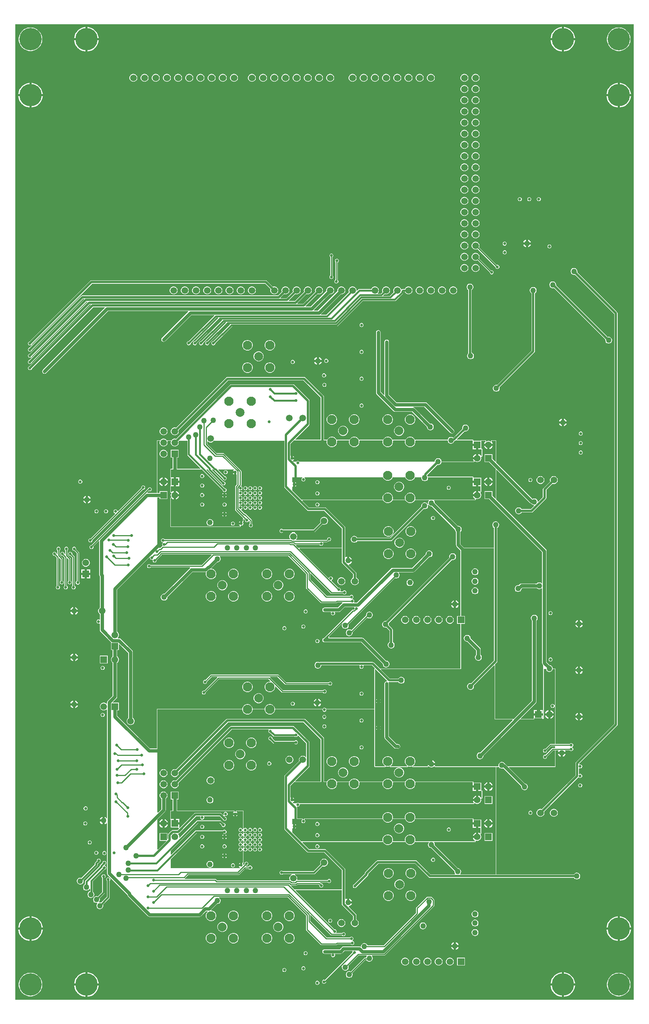
<source format=gbr>
%FSTAX23Y23*%
%MOIN*%
%SFA1B1*%

%IPPOS*%
%ADD25C,0.010000*%
%ADD26C,0.020000*%
%ADD27C,0.015000*%
%ADD28C,0.030000*%
%ADD29C,0.200000*%
%ADD30C,0.059055*%
%ADD31C,0.200000*%
%ADD32C,0.082677*%
%ADD33R,0.059055X0.059055*%
%ADD34C,0.078740*%
%ADD35R,0.059055X0.059055*%
%ADD36C,0.025000*%
%ADD37C,0.059055*%
%ADD38C,0.050000*%
%LNcfd_2channel_copper_signal_bot-1*%
%LPD*%
G36*
X05544Y00015D02*
X00015D01*
Y08734*
X05544*
Y00015*
G37*
%LNcfd_2channel_copper_signal_bot-2*%
%LPC*%
G36*
X0492Y08709D02*
Y0861D01*
X05019*
X05017Y08625*
X05011Y08642*
X05004Y08657*
X04993Y08671*
X04981Y08683*
X04967Y08694*
X04952Y08701*
X04935Y08707*
X0492Y08709*
G37*
G36*
X049D02*
X04884Y08707D01*
X04867Y08701*
X04852Y08694*
X04838Y08683*
X04826Y08671*
X04815Y08657*
X04808Y08642*
X04802Y08625*
X048Y0861*
X049*
Y08709*
G37*
G36*
X0066D02*
Y0861D01*
X00759*
X00757Y08625*
X00751Y08642*
X00744Y08657*
X00733Y08671*
X00721Y08683*
X00707Y08694*
X00692Y08701*
X00675Y08707*
X0066Y08709*
G37*
G36*
X0064D02*
X00624Y08707D01*
X00607Y08701*
X00592Y08694*
X00578Y08683*
X00566Y08671*
X00555Y08657*
X00548Y08642*
X00542Y08625*
X0054Y0861*
X0064*
Y08709*
G37*
G36*
X05418Y08704D02*
X05401D01*
X05385Y08702*
X05369Y08697*
X05354Y08689*
X05341Y0868*
X05329Y08668*
X0532Y08655*
X05312Y0864*
X05307Y08624*
X05304Y08608*
Y08591*
X05307Y08575*
X05312Y08559*
X0532Y08544*
X05329Y08531*
X05341Y08519*
X05354Y0851*
X05369Y08502*
X05385Y08497*
X05401Y08494*
X05418*
X05434Y08497*
X0545Y08502*
X05465Y0851*
X05478Y08519*
X0549Y08531*
X05499Y08544*
X05507Y08559*
X05512Y08575*
X05514Y08591*
Y08608*
X05512Y08624*
X05507Y0864*
X05499Y08655*
X0549Y08668*
X05478Y0868*
X05465Y08689*
X0545Y08697*
X05434Y08702*
X05418Y08704*
G37*
G36*
X00158D02*
X00141D01*
X00125Y08702*
X00109Y08697*
X00094Y08689*
X00081Y0868*
X00069Y08668*
X0006Y08655*
X00052Y0864*
X00047Y08624*
X00045Y08608*
Y08591*
X00047Y08575*
X00052Y08559*
X0006Y08544*
X00069Y08531*
X00081Y08519*
X00094Y0851*
X00109Y08502*
X00125Y08497*
X00141Y08494*
X00158*
X00174Y08497*
X0019Y08502*
X00205Y0851*
X00218Y08519*
X0023Y08531*
X00239Y08544*
X00247Y08559*
X00252Y08575*
X00255Y08591*
Y08608*
X00252Y08624*
X00247Y0864*
X00239Y08655*
X0023Y08668*
X00218Y0868*
X00205Y08689*
X0019Y08697*
X00174Y08702*
X00158Y08704*
G37*
G36*
X05019Y0859D02*
X0492D01*
Y0849*
X04935Y08492*
X04952Y08498*
X04967Y08505*
X04981Y08516*
X04993Y08528*
X05004Y08542*
X05011Y08557*
X05017Y08574*
X05019Y0859*
G37*
G36*
X049D02*
X048D01*
X04802Y08574*
X04808Y08557*
X04815Y08542*
X04826Y08528*
X04838Y08516*
X04852Y08505*
X04867Y08498*
X04884Y08492*
X049Y0849*
Y0859*
G37*
G36*
X00759D02*
X0066D01*
Y0849*
X00675Y08492*
X00692Y08498*
X00707Y08505*
X00721Y08516*
X00733Y08528*
X00744Y08542*
X00751Y08557*
X00757Y08574*
X00759Y0859*
G37*
G36*
X0064D02*
X0054D01*
X00542Y08574*
X00548Y08557*
X00555Y08542*
X00566Y08528*
X00578Y08516*
X00592Y08505*
X00607Y08498*
X00624Y08492*
X0064Y0849*
Y0859*
G37*
G36*
X04134Y08289D02*
X04125D01*
X04116Y08287*
X04108Y08282*
X04102Y08276*
X04097Y08268*
X04095Y08259*
Y0825*
X04097Y08241*
X04102Y08233*
X04108Y08227*
X04116Y08222*
X04125Y0822*
X04134*
X04143Y08222*
X04151Y08227*
X04157Y08233*
X04162Y08241*
X04164Y0825*
Y08259*
X04162Y08268*
X04157Y08276*
X04151Y08282*
X04143Y08287*
X04134Y08289*
G37*
G36*
X04034D02*
X04025D01*
X04016Y08287*
X04008Y08282*
X04002Y08276*
X03997Y08268*
X03995Y08259*
Y0825*
X03997Y08241*
X04002Y08233*
X04008Y08227*
X04016Y08222*
X04025Y0822*
X04034*
X04043Y08222*
X04051Y08227*
X04057Y08233*
X04062Y08241*
X04064Y0825*
Y08259*
X04062Y08268*
X04057Y08276*
X04051Y08282*
X04043Y08287*
X04034Y08289*
G37*
G36*
X03734D02*
X03725D01*
X03716Y08287*
X03708Y08282*
X03702Y08276*
X03697Y08268*
X03695Y08259*
Y0825*
X03697Y08241*
X03702Y08233*
X03708Y08227*
X03716Y08222*
X03725Y0822*
X03734*
X03743Y08222*
X03751Y08227*
X03757Y08233*
X03762Y08241*
X03764Y0825*
Y08259*
X03762Y08268*
X03757Y08276*
X03751Y08282*
X03743Y08287*
X03734Y08289*
G37*
G36*
X03634D02*
X03625D01*
X03616Y08287*
X03608Y08282*
X03602Y08276*
X03597Y08268*
X03595Y08259*
Y0825*
X03597Y08241*
X03602Y08233*
X03608Y08227*
X03616Y08222*
X03625Y0822*
X03634*
X03643Y08222*
X03651Y08227*
X03657Y08233*
X03662Y08241*
X03664Y0825*
Y08259*
X03662Y08268*
X03657Y08276*
X03651Y08282*
X03643Y08287*
X03634Y08289*
G37*
G36*
X03534D02*
X03525D01*
X03516Y08287*
X03508Y08282*
X03502Y08276*
X03497Y08268*
X03495Y08259*
Y0825*
X03497Y08241*
X03502Y08233*
X03508Y08227*
X03516Y08222*
X03525Y0822*
X03534*
X03543Y08222*
X03551Y08227*
X03557Y08233*
X03562Y08241*
X03564Y0825*
Y08259*
X03562Y08268*
X03557Y08276*
X03551Y08282*
X03543Y08287*
X03534Y08289*
G37*
G36*
X03434D02*
X03425D01*
X03416Y08287*
X03408Y08282*
X03402Y08276*
X03397Y08268*
X03395Y08259*
Y0825*
X03397Y08241*
X03402Y08233*
X03408Y08227*
X03416Y08222*
X03425Y0822*
X03434*
X03443Y08222*
X03451Y08227*
X03457Y08233*
X03462Y08241*
X03464Y0825*
Y08259*
X03462Y08268*
X03457Y08276*
X03451Y08282*
X03443Y08287*
X03434Y08289*
G37*
G36*
X03334D02*
X03325D01*
X03316Y08287*
X03308Y08282*
X03302Y08276*
X03297Y08268*
X03295Y08259*
Y0825*
X03297Y08241*
X03302Y08233*
X03308Y08227*
X03316Y08222*
X03325Y0822*
X03334*
X03343Y08222*
X03351Y08227*
X03357Y08233*
X03362Y08241*
X03364Y0825*
Y08259*
X03362Y08268*
X03357Y08276*
X03351Y08282*
X03343Y08287*
X03334Y08289*
G37*
G36*
X03234D02*
X03225D01*
X03216Y08287*
X03208Y08282*
X03202Y08276*
X03197Y08268*
X03195Y08259*
Y0825*
X03197Y08241*
X03202Y08233*
X03208Y08227*
X03216Y08222*
X03225Y0822*
X03234*
X03243Y08222*
X03251Y08227*
X03257Y08233*
X03262Y08241*
X03264Y0825*
Y08259*
X03262Y08268*
X03257Y08276*
X03251Y08282*
X03243Y08287*
X03234Y08289*
G37*
G36*
X03134D02*
X03125D01*
X03116Y08287*
X03108Y08282*
X03102Y08276*
X03097Y08268*
X03095Y08259*
Y0825*
X03097Y08241*
X03102Y08233*
X03108Y08227*
X03116Y08222*
X03125Y0822*
X03134*
X03143Y08222*
X03151Y08227*
X03157Y08233*
X03162Y08241*
X03164Y0825*
Y08259*
X03162Y08268*
X03157Y08276*
X03151Y08282*
X03143Y08287*
X03134Y08289*
G37*
G36*
X03034D02*
X03025D01*
X03016Y08287*
X03008Y08282*
X03002Y08276*
X02997Y08268*
X02995Y08259*
Y0825*
X02997Y08241*
X03002Y08233*
X03008Y08227*
X03016Y08222*
X03025Y0822*
X03034*
X03043Y08222*
X03051Y08227*
X03057Y08233*
X03062Y08241*
X03064Y0825*
Y08259*
X03062Y08268*
X03057Y08276*
X03051Y08282*
X03043Y08287*
X03034Y08289*
G37*
G36*
X02834D02*
X02825D01*
X02816Y08287*
X02808Y08282*
X02802Y08276*
X02797Y08268*
X02795Y08259*
Y0825*
X02797Y08241*
X02802Y08233*
X02808Y08227*
X02816Y08222*
X02825Y0822*
X02834*
X02843Y08222*
X02851Y08227*
X02857Y08233*
X02862Y08241*
X02864Y0825*
Y08259*
X02862Y08268*
X02857Y08276*
X02851Y08282*
X02843Y08287*
X02834Y08289*
G37*
G36*
X02734D02*
X02725D01*
X02716Y08287*
X02708Y08282*
X02702Y08276*
X02697Y08268*
X02695Y08259*
Y0825*
X02697Y08241*
X02702Y08233*
X02708Y08227*
X02716Y08222*
X02725Y0822*
X02734*
X02743Y08222*
X02751Y08227*
X02757Y08233*
X02762Y08241*
X02764Y0825*
Y08259*
X02762Y08268*
X02757Y08276*
X02751Y08282*
X02743Y08287*
X02734Y08289*
G37*
G36*
X02634D02*
X02625D01*
X02616Y08287*
X02608Y08282*
X02602Y08276*
X02597Y08268*
X02595Y08259*
Y0825*
X02597Y08241*
X02602Y08233*
X02608Y08227*
X02616Y08222*
X02625Y0822*
X02634*
X02643Y08222*
X02651Y08227*
X02657Y08233*
X02662Y08241*
X02664Y0825*
Y08259*
X02662Y08268*
X02657Y08276*
X02651Y08282*
X02643Y08287*
X02634Y08289*
G37*
G36*
X02534D02*
X02525D01*
X02516Y08287*
X02508Y08282*
X02502Y08276*
X02497Y08268*
X02495Y08259*
Y0825*
X02497Y08241*
X02502Y08233*
X02508Y08227*
X02516Y08222*
X02525Y0822*
X02534*
X02543Y08222*
X02551Y08227*
X02557Y08233*
X02562Y08241*
X02564Y0825*
Y08259*
X02562Y08268*
X02557Y08276*
X02551Y08282*
X02543Y08287*
X02534Y08289*
G37*
G36*
X02434D02*
X02425D01*
X02416Y08287*
X02408Y08282*
X02402Y08276*
X02397Y08268*
X02395Y08259*
Y0825*
X02397Y08241*
X02402Y08233*
X02408Y08227*
X02416Y08222*
X02425Y0822*
X02434*
X02443Y08222*
X02451Y08227*
X02457Y08233*
X02462Y08241*
X02464Y0825*
Y08259*
X02462Y08268*
X02457Y08276*
X02451Y08282*
X02443Y08287*
X02434Y08289*
G37*
G36*
X02334D02*
X02325D01*
X02316Y08287*
X02308Y08282*
X02302Y08276*
X02297Y08268*
X02295Y08259*
Y0825*
X02297Y08241*
X02302Y08233*
X02308Y08227*
X02316Y08222*
X02325Y0822*
X02334*
X02343Y08222*
X02351Y08227*
X02357Y08233*
X02362Y08241*
X02364Y0825*
Y08259*
X02362Y08268*
X02357Y08276*
X02351Y08282*
X02343Y08287*
X02334Y08289*
G37*
G36*
X02234D02*
X02225D01*
X02216Y08287*
X02208Y08282*
X02202Y08276*
X02197Y08268*
X02195Y08259*
Y0825*
X02197Y08241*
X02202Y08233*
X02208Y08227*
X02216Y08222*
X02225Y0822*
X02234*
X02243Y08222*
X02251Y08227*
X02257Y08233*
X02262Y08241*
X02264Y0825*
Y08259*
X02262Y08268*
X02257Y08276*
X02251Y08282*
X02243Y08287*
X02234Y08289*
G37*
G36*
X02134D02*
X02125D01*
X02116Y08287*
X02108Y08282*
X02102Y08276*
X02097Y08268*
X02095Y08259*
Y0825*
X02097Y08241*
X02102Y08233*
X02108Y08227*
X02116Y08222*
X02125Y0822*
X02134*
X02143Y08222*
X02151Y08227*
X02157Y08233*
X02162Y08241*
X02164Y0825*
Y08259*
X02162Y08268*
X02157Y08276*
X02151Y08282*
X02143Y08287*
X02134Y08289*
G37*
G36*
X01974D02*
X01965D01*
X01956Y08287*
X01948Y08282*
X01942Y08276*
X01937Y08268*
X01935Y08259*
Y0825*
X01937Y08241*
X01942Y08233*
X01948Y08227*
X01956Y08222*
X01965Y0822*
X01974*
X01983Y08222*
X01991Y08227*
X01997Y08233*
X02002Y08241*
X02004Y0825*
Y08259*
X02002Y08268*
X01997Y08276*
X01991Y08282*
X01983Y08287*
X01974Y08289*
G37*
G36*
X01874D02*
X01865D01*
X01856Y08287*
X01848Y08282*
X01842Y08276*
X01837Y08268*
X01835Y08259*
Y0825*
X01837Y08241*
X01842Y08233*
X01848Y08227*
X01856Y08222*
X01865Y0822*
X01874*
X01883Y08222*
X01891Y08227*
X01897Y08233*
X01902Y08241*
X01904Y0825*
Y08259*
X01902Y08268*
X01897Y08276*
X01891Y08282*
X01883Y08287*
X01874Y08289*
G37*
G36*
X01774D02*
X01765D01*
X01756Y08287*
X01748Y08282*
X01742Y08276*
X01737Y08268*
X01735Y08259*
Y0825*
X01737Y08241*
X01742Y08233*
X01748Y08227*
X01756Y08222*
X01765Y0822*
X01774*
X01783Y08222*
X01791Y08227*
X01797Y08233*
X01802Y08241*
X01804Y0825*
Y08259*
X01802Y08268*
X01797Y08276*
X01791Y08282*
X01783Y08287*
X01774Y08289*
G37*
G36*
X01674D02*
X01665D01*
X01656Y08287*
X01648Y08282*
X01642Y08276*
X01637Y08268*
X01635Y08259*
Y0825*
X01637Y08241*
X01642Y08233*
X01648Y08227*
X01656Y08222*
X01665Y0822*
X01674*
X01683Y08222*
X01691Y08227*
X01697Y08233*
X01702Y08241*
X01704Y0825*
Y08259*
X01702Y08268*
X01697Y08276*
X01691Y08282*
X01683Y08287*
X01674Y08289*
G37*
G36*
X01574D02*
X01565D01*
X01556Y08287*
X01548Y08282*
X01542Y08276*
X01537Y08268*
X01535Y08259*
Y0825*
X01537Y08241*
X01542Y08233*
X01548Y08227*
X01556Y08222*
X01565Y0822*
X01574*
X01583Y08222*
X01591Y08227*
X01597Y08233*
X01602Y08241*
X01604Y0825*
Y08259*
X01602Y08268*
X01597Y08276*
X01591Y08282*
X01583Y08287*
X01574Y08289*
G37*
G36*
X01474D02*
X01465D01*
X01456Y08287*
X01448Y08282*
X01442Y08276*
X01437Y08268*
X01435Y08259*
Y0825*
X01437Y08241*
X01442Y08233*
X01448Y08227*
X01456Y08222*
X01465Y0822*
X01474*
X01483Y08222*
X01491Y08227*
X01497Y08233*
X01502Y08241*
X01504Y0825*
Y08259*
X01502Y08268*
X01497Y08276*
X01491Y08282*
X01483Y08287*
X01474Y08289*
G37*
G36*
X01374D02*
X01365D01*
X01356Y08287*
X01348Y08282*
X01342Y08276*
X01337Y08268*
X01335Y08259*
Y0825*
X01337Y08241*
X01342Y08233*
X01348Y08227*
X01356Y08222*
X01365Y0822*
X01374*
X01383Y08222*
X01391Y08227*
X01397Y08233*
X01402Y08241*
X01404Y0825*
Y08259*
X01402Y08268*
X01397Y08276*
X01391Y08282*
X01383Y08287*
X01374Y08289*
G37*
G36*
X01274D02*
X01265D01*
X01256Y08287*
X01248Y08282*
X01242Y08276*
X01237Y08268*
X01235Y08259*
Y0825*
X01237Y08241*
X01242Y08233*
X01248Y08227*
X01256Y08222*
X01265Y0822*
X01274*
X01283Y08222*
X01291Y08227*
X01297Y08233*
X01302Y08241*
X01304Y0825*
Y08259*
X01302Y08268*
X01297Y08276*
X01291Y08282*
X01283Y08287*
X01274Y08289*
G37*
G36*
X01174D02*
X01165D01*
X01156Y08287*
X01148Y08282*
X01142Y08276*
X01137Y08268*
X01135Y08259*
Y0825*
X01137Y08241*
X01142Y08233*
X01148Y08227*
X01156Y08222*
X01165Y0822*
X01174*
X01183Y08222*
X01191Y08227*
X01197Y08233*
X01202Y08241*
X01204Y0825*
Y08259*
X01202Y08268*
X01197Y08276*
X01191Y08282*
X01183Y08287*
X01174Y08289*
G37*
G36*
X01074D02*
X01065D01*
X01056Y08287*
X01048Y08282*
X01042Y08276*
X01037Y08268*
X01035Y08259*
Y0825*
X01037Y08241*
X01042Y08233*
X01048Y08227*
X01056Y08222*
X01065Y0822*
X01074*
X01083Y08222*
X01091Y08227*
X01097Y08233*
X01102Y08241*
X01104Y0825*
Y08259*
X01102Y08268*
X01097Y08276*
X01091Y08282*
X01083Y08287*
X01074Y08289*
G37*
G36*
X04134Y08189D02*
X04125D01*
X04116Y08187*
X04108Y08182*
X04102Y08176*
X04097Y08168*
X04095Y08159*
Y0815*
X04097Y08141*
X04102Y08133*
X04108Y08127*
X04116Y08122*
X04125Y0812*
X04134*
X04143Y08122*
X04151Y08127*
X04157Y08133*
X04162Y08141*
X04164Y0815*
Y08159*
X04162Y08168*
X04157Y08176*
X04151Y08182*
X04143Y08187*
X04134Y08189*
G37*
G36*
X04034D02*
X04025D01*
X04016Y08187*
X04008Y08182*
X04002Y08176*
X03997Y08168*
X03995Y08159*
Y0815*
X03997Y08141*
X04002Y08133*
X04008Y08127*
X04016Y08122*
X04025Y0812*
X04034*
X04043Y08122*
X04051Y08127*
X04057Y08133*
X04062Y08141*
X04064Y0815*
Y08159*
X04062Y08168*
X04057Y08176*
X04051Y08182*
X04043Y08187*
X04034Y08189*
G37*
G36*
X0542Y08209D02*
Y0811D01*
X05519*
X05517Y08125*
X05511Y08142*
X05504Y08157*
X05493Y08171*
X05481Y08183*
X05467Y08194*
X05452Y08201*
X05435Y08207*
X0542Y08209*
G37*
G36*
X054D02*
X05384Y08207D01*
X05367Y08201*
X05352Y08194*
X05338Y08183*
X05326Y08171*
X05315Y08157*
X05308Y08142*
X05302Y08125*
X053Y0811*
X054*
Y08209*
G37*
G36*
X0016D02*
Y0811D01*
X00259*
X00257Y08125*
X00251Y08142*
X00244Y08157*
X00233Y08171*
X00221Y08183*
X00207Y08194*
X00192Y08201*
X00175Y08207*
X0016Y08209*
G37*
G36*
X0014D02*
X00124Y08207D01*
X00107Y08201*
X00092Y08194*
X00078Y08183*
X00066Y08171*
X00055Y08157*
X00048Y08142*
X00042Y08125*
X0004Y0811*
X0014*
Y08209*
G37*
G36*
X04134Y08089D02*
X04125D01*
X04116Y08087*
X04108Y08082*
X04102Y08076*
X04097Y08068*
X04095Y08059*
Y0805*
X04097Y08041*
X04102Y08033*
X04108Y08027*
X04116Y08022*
X04125Y0802*
X04134*
X04143Y08022*
X04151Y08027*
X04157Y08033*
X04162Y08041*
X04164Y0805*
Y08059*
X04162Y08068*
X04157Y08076*
X04151Y08082*
X04143Y08087*
X04134Y08089*
G37*
G36*
X04034D02*
X04025D01*
X04016Y08087*
X04008Y08082*
X04002Y08076*
X03997Y08068*
X03995Y08059*
Y0805*
X03997Y08041*
X04002Y08033*
X04008Y08027*
X04016Y08022*
X04025Y0802*
X04034*
X04043Y08022*
X04051Y08027*
X04057Y08033*
X04062Y08041*
X04064Y0805*
Y08059*
X04062Y08068*
X04057Y08076*
X04051Y08082*
X04043Y08087*
X04034Y08089*
G37*
G36*
X05519Y08089D02*
X0542D01*
Y0799*
X05435Y07992*
X05452Y07998*
X05467Y08005*
X05481Y08016*
X05493Y08028*
X05504Y08042*
X05511Y08057*
X05517Y08074*
X05519Y08089*
G37*
G36*
X054D02*
X053D01*
X05302Y08074*
X05308Y08057*
X05315Y08042*
X05326Y08028*
X05338Y08016*
X05352Y08005*
X05367Y07998*
X05384Y07992*
X054Y0799*
Y08089*
G37*
G36*
X00259D02*
X0016D01*
Y0799*
X00175Y07992*
X00192Y07998*
X00207Y08005*
X00221Y08016*
X00233Y08028*
X00244Y08042*
X00251Y08057*
X00257Y08074*
X00259Y08089*
G37*
G36*
X0014D02*
X0004D01*
X00042Y08074*
X00048Y08057*
X00055Y08042*
X00066Y08028*
X00078Y08016*
X00092Y08005*
X00107Y07998*
X00124Y07992*
X0014Y0799*
Y08089*
G37*
G36*
X04134Y07989D02*
X04125D01*
X04116Y07987*
X04108Y07982*
X04102Y07976*
X04097Y07968*
X04095Y07959*
Y0795*
X04097Y07941*
X04102Y07933*
X04108Y07927*
X04116Y07922*
X04125Y0792*
X04134*
X04143Y07922*
X04151Y07927*
X04157Y07933*
X04162Y07941*
X04164Y0795*
Y07959*
X04162Y07968*
X04157Y07976*
X04151Y07982*
X04143Y07987*
X04134Y07989*
G37*
G36*
X04034D02*
X04025D01*
X04016Y07987*
X04008Y07982*
X04002Y07976*
X03997Y07968*
X03995Y07959*
Y0795*
X03997Y07941*
X04002Y07933*
X04008Y07927*
X04016Y07922*
X04025Y0792*
X04034*
X04043Y07922*
X04051Y07927*
X04057Y07933*
X04062Y07941*
X04064Y0795*
Y07959*
X04062Y07968*
X04057Y07976*
X04051Y07982*
X04043Y07987*
X04034Y07989*
G37*
G36*
X04134Y07889D02*
X04125D01*
X04116Y07887*
X04108Y07882*
X04102Y07876*
X04097Y07868*
X04095Y07859*
Y0785*
X04097Y07841*
X04102Y07833*
X04108Y07827*
X04116Y07822*
X04125Y0782*
X04134*
X04143Y07822*
X04151Y07827*
X04157Y07833*
X04162Y07841*
X04164Y0785*
Y07859*
X04162Y07868*
X04157Y07876*
X04151Y07882*
X04143Y07887*
X04134Y07889*
G37*
G36*
X04034D02*
X04025D01*
X04016Y07887*
X04008Y07882*
X04002Y07876*
X03997Y07868*
X03995Y07859*
Y0785*
X03997Y07841*
X04002Y07833*
X04008Y07827*
X04016Y07822*
X04025Y0782*
X04034*
X04043Y07822*
X04051Y07827*
X04057Y07833*
X04062Y07841*
X04064Y0785*
Y07859*
X04062Y07868*
X04057Y07876*
X04051Y07882*
X04043Y07887*
X04034Y07889*
G37*
G36*
X04134Y07789D02*
X04125D01*
X04116Y07787*
X04108Y07782*
X04102Y07776*
X04097Y07768*
X04095Y07759*
Y0775*
X04097Y07741*
X04102Y07733*
X04108Y07727*
X04116Y07722*
X04125Y0772*
X04134*
X04143Y07722*
X04151Y07727*
X04157Y07733*
X04162Y07741*
X04164Y0775*
Y07759*
X04162Y07768*
X04157Y07776*
X04151Y07782*
X04143Y07787*
X04134Y07789*
G37*
G36*
X04034D02*
X04025D01*
X04016Y07787*
X04008Y07782*
X04002Y07776*
X03997Y07768*
X03995Y07759*
Y0775*
X03997Y07741*
X04002Y07733*
X04008Y07727*
X04016Y07722*
X04025Y0772*
X04034*
X04043Y07722*
X04051Y07727*
X04057Y07733*
X04062Y07741*
X04064Y0775*
Y07759*
X04062Y07768*
X04057Y07776*
X04051Y07782*
X04043Y07787*
X04034Y07789*
G37*
G36*
X04134Y07689D02*
X04125D01*
X04116Y07687*
X04108Y07682*
X04102Y07676*
X04097Y07668*
X04095Y07659*
Y0765*
X04097Y07641*
X04102Y07633*
X04108Y07627*
X04116Y07622*
X04125Y0762*
X04134*
X04143Y07622*
X04151Y07627*
X04157Y07633*
X04162Y07641*
X04164Y0765*
Y07659*
X04162Y07668*
X04157Y07676*
X04151Y07682*
X04143Y07687*
X04134Y07689*
G37*
G36*
X04034D02*
X04025D01*
X04016Y07687*
X04008Y07682*
X04002Y07676*
X03997Y07668*
X03995Y07659*
Y0765*
X03997Y07641*
X04002Y07633*
X04008Y07627*
X04016Y07622*
X04025Y0762*
X04034*
X04043Y07622*
X04051Y07627*
X04057Y07633*
X04062Y07641*
X04064Y0765*
Y07659*
X04062Y07668*
X04057Y07676*
X04051Y07682*
X04043Y07687*
X04034Y07689*
G37*
G36*
X04134Y07589D02*
X04125D01*
X04116Y07587*
X04108Y07582*
X04102Y07576*
X04097Y07568*
X04095Y07559*
Y0755*
X04097Y07541*
X04102Y07533*
X04108Y07527*
X04116Y07522*
X04125Y0752*
X04134*
X04143Y07522*
X04151Y07527*
X04157Y07533*
X04162Y07541*
X04164Y0755*
Y07559*
X04162Y07568*
X04157Y07576*
X04151Y07582*
X04143Y07587*
X04134Y07589*
G37*
G36*
X04034D02*
X04025D01*
X04016Y07587*
X04008Y07582*
X04002Y07576*
X03997Y07568*
X03995Y07559*
Y0755*
X03997Y07541*
X04002Y07533*
X04008Y07527*
X04016Y07522*
X04025Y0752*
X04034*
X04043Y07522*
X04051Y07527*
X04057Y07533*
X04062Y07541*
X04064Y0755*
Y07559*
X04062Y07568*
X04057Y07576*
X04051Y07582*
X04043Y07587*
X04034Y07589*
G37*
G36*
X04134Y07489D02*
X04125D01*
X04116Y07487*
X04108Y07482*
X04102Y07476*
X04097Y07468*
X04095Y07459*
Y0745*
X04097Y07441*
X04102Y07433*
X04108Y07427*
X04116Y07422*
X04125Y0742*
X04134*
X04143Y07422*
X04151Y07427*
X04157Y07433*
X04162Y07441*
X04164Y0745*
Y07459*
X04162Y07468*
X04157Y07476*
X04151Y07482*
X04143Y07487*
X04134Y07489*
G37*
G36*
X04034D02*
X04025D01*
X04016Y07487*
X04008Y07482*
X04002Y07476*
X03997Y07468*
X03995Y07459*
Y0745*
X03997Y07441*
X04002Y07433*
X04008Y07427*
X04016Y07422*
X04025Y0742*
X04034*
X04043Y07422*
X04051Y07427*
X04057Y07433*
X04062Y07441*
X04064Y0745*
Y07459*
X04062Y07468*
X04057Y07476*
X04051Y07482*
X04043Y07487*
X04034Y07489*
G37*
G36*
X04134Y07389D02*
X04125D01*
X04116Y07387*
X04108Y07382*
X04102Y07376*
X04097Y07368*
X04095Y07359*
Y0735*
X04097Y07341*
X04102Y07333*
X04108Y07327*
X04116Y07322*
X04125Y0732*
X04134*
X04143Y07322*
X04151Y07327*
X04157Y07333*
X04162Y07341*
X04164Y0735*
Y07359*
X04162Y07368*
X04157Y07376*
X04151Y07382*
X04143Y07387*
X04134Y07389*
G37*
G36*
X04034D02*
X04025D01*
X04016Y07387*
X04008Y07382*
X04002Y07376*
X03997Y07368*
X03995Y07359*
Y0735*
X03997Y07341*
X04002Y07333*
X04008Y07327*
X04016Y07322*
X04025Y0732*
X04034*
X04043Y07322*
X04051Y07327*
X04057Y07333*
X04062Y07341*
X04064Y0735*
Y07359*
X04062Y07368*
X04057Y07376*
X04051Y07382*
X04043Y07387*
X04034Y07389*
G37*
G36*
X04134Y07289D02*
X04125D01*
X04116Y07287*
X04108Y07282*
X04102Y07276*
X04097Y07268*
X04095Y07259*
Y0725*
X04097Y07241*
X04102Y07233*
X04108Y07227*
X04116Y07222*
X04125Y0722*
X04134*
X04143Y07222*
X04151Y07227*
X04157Y07233*
X04162Y07241*
X04164Y0725*
Y07259*
X04162Y07268*
X04157Y07276*
X04151Y07282*
X04143Y07287*
X04134Y07289*
G37*
G36*
X04034D02*
X04025D01*
X04016Y07287*
X04008Y07282*
X04002Y07276*
X03997Y07268*
X03995Y07259*
Y0725*
X03997Y07241*
X04002Y07233*
X04008Y07227*
X04016Y07222*
X04025Y0722*
X04034*
X04043Y07222*
X04051Y07227*
X04057Y07233*
X04062Y07241*
X04064Y0725*
Y07259*
X04062Y07268*
X04057Y07276*
X04051Y07282*
X04043Y07287*
X04034Y07289*
G37*
G36*
X04698Y07187D02*
X04691D01*
X04685Y07184*
X0468Y07179*
X04677Y07173*
Y07166*
X0468Y0716*
X04685Y07155*
X04691Y07152*
X04698*
X04704Y07155*
X04709Y0716*
X04712Y07166*
Y07173*
X04709Y07179*
X04704Y07184*
X04698Y07187*
G37*
G36*
X04613D02*
X04606D01*
X046Y07184*
X04595Y07179*
X04592Y07173*
Y07166*
X04595Y0716*
X046Y07155*
X04606Y07152*
X04613*
X04619Y07155*
X04624Y0716*
X04627Y07166*
Y07173*
X04624Y07179*
X04619Y07184*
X04613Y07187*
G37*
G36*
X04528D02*
X04521D01*
X04515Y07184*
X0451Y07179*
X04507Y07173*
Y07166*
X0451Y0716*
X04515Y07155*
X04521Y07152*
X04528*
X04534Y07155*
X04539Y0716*
X04542Y07166*
Y07173*
X04539Y07179*
X04534Y07184*
X04528Y07187*
G37*
G36*
X04134Y07189D02*
X04125D01*
X04116Y07187*
X04108Y07182*
X04102Y07176*
X04097Y07168*
X04095Y07159*
Y0715*
X04097Y07141*
X04102Y07133*
X04108Y07127*
X04116Y07122*
X04125Y0712*
X04134*
X04143Y07122*
X04151Y07127*
X04157Y07133*
X04162Y07141*
X04164Y0715*
Y07159*
X04162Y07168*
X04157Y07176*
X04151Y07182*
X04143Y07187*
X04134Y07189*
G37*
G36*
X04034D02*
X04025D01*
X04016Y07187*
X04008Y07182*
X04002Y07176*
X03997Y07168*
X03995Y07159*
Y0715*
X03997Y07141*
X04002Y07133*
X04008Y07127*
X04016Y07122*
X04025Y0712*
X04034*
X04043Y07122*
X04051Y07127*
X04057Y07133*
X04062Y07141*
X04064Y0715*
Y07159*
X04062Y07168*
X04057Y07176*
X04051Y07182*
X04043Y07187*
X04034Y07189*
G37*
G36*
X04134Y07089D02*
X04125D01*
X04116Y07087*
X04108Y07082*
X04102Y07076*
X04097Y07068*
X04095Y07059*
Y0705*
X04097Y07041*
X04102Y07033*
X04108Y07027*
X04116Y07022*
X04125Y0702*
X04134*
X04143Y07022*
X04151Y07027*
X04157Y07033*
X04162Y07041*
X04164Y0705*
Y07059*
X04162Y07068*
X04157Y07076*
X04151Y07082*
X04143Y07087*
X04134Y07089*
G37*
G36*
X04034D02*
X04025D01*
X04016Y07087*
X04008Y07082*
X04002Y07076*
X03997Y07068*
X03995Y07059*
Y0705*
X03997Y07041*
X04002Y07033*
X04008Y07027*
X04016Y07022*
X04025Y0702*
X04034*
X04043Y07022*
X04051Y07027*
X04057Y07033*
X04062Y07041*
X04064Y0705*
Y07059*
X04062Y07068*
X04057Y07076*
X04051Y07082*
X04043Y07087*
X04034Y07089*
G37*
G36*
X04134Y06989D02*
X04125D01*
X04116Y06987*
X04108Y06982*
X04102Y06976*
X04097Y06968*
X04095Y06959*
Y0695*
X04097Y06941*
X04102Y06933*
X04108Y06927*
X04116Y06922*
X04125Y0692*
X04134*
X04143Y06922*
X04151Y06927*
X04157Y06933*
X04162Y06941*
X04164Y0695*
Y06959*
X04162Y06968*
X04157Y06976*
X04151Y06982*
X04143Y06987*
X04134Y06989*
G37*
G36*
X04034D02*
X04025D01*
X04016Y06987*
X04008Y06982*
X04002Y06976*
X03997Y06968*
X03995Y06959*
Y0695*
X03997Y06941*
X04002Y06933*
X04008Y06927*
X04016Y06922*
X04025Y0692*
X04034*
X04043Y06922*
X04051Y06927*
X04057Y06933*
X04062Y06941*
X04064Y0695*
Y06959*
X04062Y06968*
X04057Y06976*
X04051Y06982*
X04043Y06987*
X04034Y06989*
G37*
G36*
X04134Y06889D02*
X04125D01*
X04116Y06887*
X04108Y06882*
X04102Y06876*
X04097Y06868*
X04095Y06859*
Y0685*
X04097Y06841*
X04102Y06833*
X04108Y06827*
X04116Y06822*
X04125Y0682*
X04134*
X04143Y06822*
X04151Y06827*
X04157Y06833*
X04162Y06841*
X04164Y0685*
Y06859*
X04162Y06868*
X04157Y06876*
X04151Y06882*
X04143Y06887*
X04134Y06889*
G37*
G36*
X04034D02*
X04025D01*
X04016Y06887*
X04008Y06882*
X04002Y06876*
X03997Y06868*
X03995Y06859*
Y0685*
X03997Y06841*
X04002Y06833*
X04008Y06827*
X04016Y06822*
X04025Y0682*
X04034*
X04043Y06822*
X04051Y06827*
X04057Y06833*
X04062Y06841*
X04064Y0685*
Y06859*
X04062Y06868*
X04057Y06876*
X04051Y06882*
X04043Y06887*
X04034Y06889*
G37*
G36*
X046Y06808D02*
Y06785D01*
X04623*
X04622Y06788*
X04618Y06796*
X04611Y06803*
X04603Y06807*
X046Y06808*
G37*
G36*
X0458D02*
X04576Y06807D01*
X04568Y06803*
X04561Y06796*
X04557Y06788*
X04556Y06785*
X0458*
Y06808*
G37*
G36*
X04393Y0679D02*
X04386D01*
X0438Y06787*
X04375Y06783*
X04372Y06776*
Y06769*
X04375Y06763*
X0438Y06758*
X04386Y06755*
X04393*
X04399Y06758*
X04404Y06763*
X04407Y06769*
Y06776*
X04404Y06783*
X04399Y06787*
X04393Y0679*
G37*
G36*
X04623Y06764D02*
X046D01*
Y06741*
X04603Y06742*
X04611Y06746*
X04618Y06753*
X04622Y06761*
X04623Y06764*
G37*
G36*
X0458D02*
X04556D01*
X04557Y06761*
X04561Y06753*
X04568Y06746*
X04576Y06742*
X0458Y06741*
Y06764*
G37*
G36*
X04793D02*
X04786D01*
X0478Y06762*
X04775Y06757*
X04772Y0675*
Y06744*
X04775Y06737*
X0478Y06732*
X04786Y0673*
X04793*
X04799Y06732*
X04804Y06737*
X04807Y06744*
Y0675*
X04804Y06757*
X04799Y06762*
X04793Y06764*
G37*
G36*
X04034Y06789D02*
X04025D01*
X04016Y06787*
X04008Y06782*
X04002Y06776*
X03997Y06768*
X03995Y06759*
Y0675*
X03997Y06741*
X04002Y06733*
X04008Y06727*
X04016Y06722*
X04025Y0672*
X04034*
X04043Y06722*
X04051Y06727*
X04057Y06733*
X04062Y06741*
X04064Y0675*
Y06759*
X04062Y06768*
X04057Y06776*
X04051Y06782*
X04043Y06787*
X04034Y06789*
G37*
G36*
X04393Y06712D02*
X04386D01*
X0438Y06709*
X04375Y06704*
X04372Y06698*
Y06691*
X04375Y06685*
X0438Y0668*
X04386Y06677*
X04393*
X04399Y0668*
X04404Y06685*
X04407Y06691*
Y06698*
X04404Y06704*
X04399Y06709*
X04393Y06712*
G37*
G36*
X04034Y06689D02*
X04025D01*
X04016Y06687*
X04008Y06682*
X04002Y06676*
X03997Y06668*
X03995Y06659*
Y0665*
X03997Y06641*
X04002Y06633*
X04008Y06627*
X04016Y06622*
X04025Y0662*
X04034*
X04043Y06622*
X04051Y06627*
X04057Y06633*
X04062Y06641*
X04064Y0665*
Y06659*
X04062Y06668*
X04057Y06676*
X04051Y06682*
X04043Y06687*
X04034Y06689*
G37*
G36*
X04134Y06789D02*
X04125D01*
X04116Y06787*
X04108Y06782*
X04102Y06776*
X04097Y06768*
X04095Y06759*
Y0675*
X04097Y06741*
X04102Y06733*
X04108Y06727*
X04116Y06722*
X04125Y0672*
X04134*
X04143Y06722*
X04147Y06725*
X04307Y06565*
Y06561*
X0431Y06555*
X04315Y0655*
X04321Y06547*
X04328*
X04334Y0655*
X04339Y06555*
X04342Y06561*
Y06568*
X04339Y06574*
X04334Y06579*
X04328Y06582*
X04321*
X0432Y06581*
X04161Y0674*
X04162Y06741*
X04164Y0675*
Y06759*
X04162Y06768*
X04157Y06776*
X04151Y06782*
X04143Y06787*
X04134Y06789*
G37*
G36*
Y06589D02*
X04125D01*
X04116Y06587*
X04108Y06582*
X04102Y06576*
X04097Y06568*
X04095Y06559*
Y0655*
X04097Y06541*
X04102Y06533*
X04108Y06527*
X04116Y06522*
X04125Y0652*
X04134*
X04143Y06522*
X04151Y06527*
X04157Y06533*
X04162Y06541*
X04164Y0655*
Y06559*
X04162Y06568*
X04157Y06576*
X04151Y06582*
X04143Y06587*
X04134Y06589*
G37*
G36*
X04034D02*
X04025D01*
X04016Y06587*
X04008Y06582*
X04002Y06576*
X03997Y06568*
X03995Y06559*
Y0655*
X03997Y06541*
X04002Y06533*
X04008Y06527*
X04016Y06522*
X04025Y0652*
X04034*
X04043Y06522*
X04051Y06527*
X04057Y06533*
X04062Y06541*
X04064Y0655*
Y06559*
X04062Y06568*
X04057Y06576*
X04051Y06582*
X04043Y06587*
X04034Y06589*
G37*
G36*
X04134Y06689D02*
X04125D01*
X04116Y06687*
X04108Y06682*
X04102Y06676*
X04097Y06668*
X04095Y06659*
Y0665*
X04097Y06641*
X04102Y06633*
X04108Y06627*
X04116Y06622*
X04125Y0662*
X04134*
X04143Y06622*
X04147Y06625*
X04256Y06516*
Y06512*
X04259Y06506*
X04263Y06501*
X0427Y06498*
X04277*
X04283Y06501*
X04288Y06506*
X04291Y06512*
Y06519*
X04288Y06526*
X04283Y06531*
X04277Y06533*
X0427*
X04268Y06533*
X04161Y0664*
X04162Y06641*
X04164Y0665*
Y06659*
X04162Y06668*
X04157Y06676*
X04151Y06682*
X04143Y06687*
X04134Y06689*
G37*
G36*
X02844Y06683D02*
X02837D01*
X02831Y0668*
X02826Y06675*
X02823Y06669*
Y06662*
X02826Y06656*
X0283Y06651*
Y0649*
X0283Y06489*
X02825Y06484*
X02822Y06478*
Y06471*
X02825Y06465*
X0283Y0646*
X02836Y06457*
X02843*
X02849Y0646*
X02854Y06465*
X02857Y06471*
Y06478*
X02854Y06484*
X02851Y06488*
Y06651*
X02855Y06656*
X02858Y06662*
Y06669*
X02855Y06675*
X0285Y0668*
X02844Y06683*
G37*
G36*
X02893Y06637D02*
X02886D01*
X0288Y06634*
X02875Y06629*
X02872Y06623*
Y06616*
X02875Y0661*
X02877Y06607*
Y0645*
X02875Y06449*
X0287Y06444*
X02867Y06438*
Y06431*
X0287Y06425*
X02875Y0642*
X02881Y06417*
X02888*
X02894Y0642*
X02899Y06425*
X02902Y06431*
Y06438*
X02899Y06444*
X02897Y06447*
Y06604*
X02899Y06605*
X02904Y0661*
X02907Y06616*
Y06623*
X02904Y06629*
X02899Y06634*
X02893Y06637*
G37*
G36*
X03534Y06389D02*
X03525D01*
X03516Y06387*
X03508Y06382*
X03502Y06376*
X03497Y06368*
X03497Y06367*
X0348*
X03475Y06366*
X03471Y06364*
X03469Y06361*
X03463Y06362*
X03462Y06368*
X03457Y06376*
X03451Y06382*
X03443Y06387*
X03434Y06389*
X03425*
X03416Y06387*
X03408Y06382*
X03402Y06376*
X03397Y06368*
X03395Y06359*
Y0635*
X03397Y06341*
X03398Y06341*
X03362Y06305*
X03305*
X03303Y0631*
X03316Y06323*
X03316Y06322*
X03325Y0632*
X03334*
X03343Y06322*
X03351Y06327*
X03357Y06333*
X03362Y06341*
X03364Y0635*
Y06359*
X03362Y06368*
X03357Y06376*
X03351Y06382*
X03343Y06387*
X03334Y06389*
X03325*
X03316Y06387*
X03308Y06382*
X03302Y06376*
X03297Y06368*
X03295Y06359*
Y0635*
X03297Y06341*
X03298Y06341*
X03282Y06325*
X03256*
X03254Y0633*
X03257Y06333*
X03262Y06341*
X03264Y0635*
Y06359*
X03262Y06368*
X03257Y06376*
X03251Y06382*
X03243Y06387*
X03234Y06389*
X03225*
X03216Y06387*
X03208Y06382*
X03202Y06376*
X03197Y06368*
X03197Y06367*
X03089*
X03084Y06366*
X0308Y06364*
X03069Y06353*
X03064Y06355*
Y06359*
X03062Y06368*
X03057Y06376*
X03051Y06382*
X03043Y06387*
X03034Y06389*
X03025*
X03016Y06387*
X03008Y06382*
X03002Y06376*
X02997Y06368*
X02995Y06359*
Y0635*
X02997Y06341*
X02998Y06341*
X02794Y06137*
X02748*
X02746Y06142*
X02924Y0632*
X02925Y0632*
X02934*
X02943Y06322*
X02951Y06327*
X02957Y06333*
X02962Y06341*
X02964Y0635*
Y06359*
X02962Y06368*
X02957Y06376*
X02951Y06382*
X02943Y06387*
X02934Y06389*
X02925*
X02916Y06387*
X02908Y06382*
X02902Y06376*
X02897Y06368*
X02895Y06359*
Y0635*
X02895Y06349*
X02721Y06175*
X02686*
X02684Y0618*
X02824Y0632*
X02825Y0632*
X02834*
X02843Y06322*
X02851Y06327*
X02857Y06333*
X02862Y06341*
X02864Y0635*
Y06359*
X02862Y06368*
X02857Y06376*
X02851Y06382*
X02843Y06387*
X02834Y06389*
X02825*
X02816Y06387*
X02808Y06382*
X02802Y06376*
X02797Y06368*
X02795Y06359*
Y0635*
X02795Y06349*
X02656Y0621*
X02613*
X02611Y06215*
X02718Y06322*
X02725Y0632*
X02734*
X02743Y06322*
X02751Y06327*
X02757Y06333*
X02762Y06341*
X02764Y0635*
Y06359*
X02762Y06368*
X02757Y06376*
X02751Y06382*
X02743Y06387*
X02734Y06389*
X02725*
X02716Y06387*
X02708Y06382*
X02702Y06376*
X02697Y06368*
X02695Y06359*
Y0635*
X02697Y06343*
X02588Y06235*
X02538*
X02536Y06239*
X02618Y06322*
X02625Y0632*
X02634*
X02643Y06322*
X02651Y06327*
X02657Y06333*
X02662Y06341*
X02664Y0635*
Y06359*
X02662Y06368*
X02657Y06376*
X02651Y06382*
X02643Y06387*
X02634Y06389*
X02625*
X02616Y06387*
X02608Y06382*
X02602Y06376*
X02597Y06368*
X02595Y06359*
Y0635*
X02597Y06343*
X02513Y0626*
X02463*
X02461Y06264*
X02518Y06322*
X02525Y0632*
X02534*
X02543Y06322*
X02551Y06327*
X02557Y06333*
X02562Y06341*
X02564Y0635*
Y06359*
X02562Y06368*
X02557Y06376*
X02551Y06382*
X02543Y06387*
X02534Y06389*
X02525*
X02516Y06387*
X02508Y06382*
X02502Y06376*
X02497Y06368*
X02495Y06359*
Y0635*
X02497Y06343*
X02438Y06285*
X02388*
X02386Y06289*
X02418Y06322*
X02425Y0632*
X02434*
X02443Y06322*
X02451Y06327*
X02457Y06333*
X02462Y06341*
X02464Y0635*
Y06359*
X02462Y06368*
X02457Y06376*
X02451Y06382*
X02443Y06387*
X02434Y06389*
X02425*
X02416Y06387*
X02408Y06382*
X02402Y06376*
X02397Y06368*
X02395Y06359*
Y0635*
X02397Y06343*
X02363Y0631*
X00615*
X00609Y06309*
X00604Y06305*
X0014Y05842*
X00135Y05839*
X0013Y05834*
X00127Y05828*
Y05821*
X0013Y05815*
X00135Y0581*
X00141Y05807*
X00148*
X00154Y0581*
X00159Y05815*
X00162Y0582*
X00621Y06279*
X00626*
X00628Y06275*
X0014Y05787*
X00135Y05784*
X0013Y05779*
X00127Y05773*
Y05766*
X0013Y0576*
X00135Y05755*
X00141Y05752*
X00148*
X00154Y05755*
X00159Y0576*
X00162Y05765*
X00651Y06254*
X00656*
X00658Y0625*
X0014Y05732*
X00135Y05729*
X0013Y05724*
X00127Y05718*
Y05711*
X0013Y05705*
X00135Y057*
X00141Y05697*
X00148*
X00154Y057*
X00159Y05705*
X00162Y0571*
X00681Y06229*
X00686*
X00688Y06225*
X0014Y05677*
X00135Y05674*
X0013Y05669*
X00127Y05663*
Y05656*
X0013Y0565*
X00135Y05645*
X00141Y05642*
X00148*
X00154Y05645*
X00159Y0565*
X00162Y05655*
X00711Y06204*
X00813*
X00815Y06199*
X0026Y05644*
X00256Y05637*
X00254Y0563*
X00256Y05622*
X0026Y05615*
X00267Y05611*
X00275Y05609*
X00282Y05611*
X00289Y05615*
X00843Y06169*
X01558*
X0156Y06164*
X01325Y05929*
X01321Y05922*
X01319Y05915*
X01321Y05907*
X01325Y059*
X01332Y05896*
X0134Y05894*
X01347Y05896*
X01354Y059*
X01588Y06134*
X01792*
X01794Y06129*
X01564Y059*
X01561*
X01555Y05897*
X0155Y05892*
X01547Y05885*
Y05879*
X0155Y05872*
X01555Y05867*
X01561Y05864*
X01568*
X01574Y05867*
X01579Y05872*
X01582Y05879*
Y05881*
X01812Y06112*
X01825*
X01827Y06107*
X01619Y059*
X01616*
X0161Y05897*
X01605Y05892*
X01602Y05885*
Y05879*
X01605Y05872*
X0161Y05867*
X01616Y05864*
X01623*
X01629Y05867*
X01634Y05872*
X01637Y05879*
Y05881*
X01847Y06092*
X0186*
X01862Y06087*
X01674Y059*
X01671*
X01665Y05897*
X0166Y05892*
X01657Y05885*
Y05879*
X0166Y05872*
X01665Y05867*
X01671Y05864*
X01678*
X01684Y05867*
X01689Y05872*
X01692Y05879*
Y05881*
X01882Y06072*
X01895*
X01897Y06067*
X01729Y059*
X01726*
X0172Y05897*
X01715Y05892*
X01712Y05885*
Y05879*
X01715Y05872*
X0172Y05867*
X01726Y05864*
X01733*
X01739Y05867*
X01744Y05872*
X01747Y05879*
Y05881*
X01917Y06052*
X0193*
X01932Y06047*
X01784Y059*
X01781*
X01775Y05897*
X0177Y05892*
X01767Y05885*
Y05879*
X0177Y05872*
X01775Y05867*
X01781Y05864*
X01788*
X01794Y05867*
X01799Y05872*
X01802Y05879*
Y05881*
X01952Y06032*
X02888*
X02893Y06033*
X02897Y06035*
X03121Y0626*
X03407*
X03412Y06261*
X03416Y06263*
X03481Y06328*
X03483Y06332*
X03484Y06337*
Y0634*
X03486Y06342*
X03497*
X03497Y06341*
X03502Y06333*
X03508Y06327*
X03516Y06322*
X03525Y0632*
X03534*
X03543Y06322*
X03551Y06327*
X03557Y06333*
X03562Y06341*
X03564Y0635*
Y06359*
X03562Y06368*
X03557Y06376*
X03551Y06382*
X03543Y06387*
X03534Y06389*
G37*
G36*
X03934D02*
X03925D01*
X03916Y06387*
X03908Y06382*
X03902Y06376*
X03897Y06368*
X03895Y06359*
Y0635*
X03897Y06341*
X03902Y06333*
X03908Y06327*
X03916Y06322*
X03925Y0632*
X03934*
X03943Y06322*
X03951Y06327*
X03957Y06333*
X03962Y06341*
X03964Y0635*
Y06359*
X03962Y06368*
X03957Y06376*
X03951Y06382*
X03943Y06387*
X03934Y06389*
G37*
G36*
X03834D02*
X03825D01*
X03816Y06387*
X03808Y06382*
X03802Y06376*
X03797Y06368*
X03795Y06359*
Y0635*
X03797Y06341*
X03802Y06333*
X03808Y06327*
X03816Y06322*
X03825Y0632*
X03834*
X03843Y06322*
X03851Y06327*
X03857Y06333*
X03862Y06341*
X03864Y0635*
Y06359*
X03862Y06368*
X03857Y06376*
X03851Y06382*
X03843Y06387*
X03834Y06389*
G37*
G36*
X03734D02*
X03725D01*
X03716Y06387*
X03708Y06382*
X03702Y06376*
X03697Y06368*
X03695Y06359*
Y0635*
X03697Y06341*
X03702Y06333*
X03708Y06327*
X03716Y06322*
X03725Y0632*
X03734*
X03743Y06322*
X03751Y06327*
X03757Y06333*
X03762Y06341*
X03764Y0635*
Y06359*
X03762Y06368*
X03757Y06376*
X03751Y06382*
X03743Y06387*
X03734Y06389*
G37*
G36*
X03634D02*
X03625D01*
X03616Y06387*
X03608Y06382*
X03602Y06376*
X03597Y06368*
X03595Y06359*
Y0635*
X03597Y06341*
X03602Y06333*
X03608Y06327*
X03616Y06322*
X03625Y0632*
X03634*
X03643Y06322*
X03651Y06327*
X03657Y06333*
X03662Y06341*
X03664Y0635*
Y06359*
X03662Y06368*
X03657Y06376*
X03651Y06382*
X03643Y06387*
X03634Y06389*
G37*
G36*
X02255Y06445D02*
X00695D01*
X00689Y06444*
X00684Y0644*
X0014Y05897*
X00135Y05894*
X0013Y05889*
X00127Y05883*
Y05876*
X0013Y0587*
X00135Y05865*
X00141Y05862*
X00148*
X00154Y05865*
X00159Y0587*
X00162Y05875*
X00701Y06414*
X02248*
X02297Y06366*
X02295Y06359*
Y0635*
X02297Y06341*
X02302Y06333*
X02308Y06327*
X02316Y06322*
X02325Y0632*
X02334*
X02343Y06322*
X02351Y06327*
X02357Y06333*
X02362Y06341*
X02364Y0635*
Y06359*
X02362Y06368*
X02357Y06376*
X02351Y06382*
X02343Y06387*
X02334Y06389*
X02325*
X02318Y06387*
X02265Y0644*
X0226Y06444*
X02255Y06445*
G37*
G36*
X02134Y06389D02*
X02125D01*
X02116Y06387*
X02108Y06382*
X02102Y06376*
X02097Y06368*
X02095Y06359*
Y0635*
X02097Y06341*
X02102Y06333*
X02108Y06327*
X02116Y06322*
X02125Y0632*
X02134*
X02143Y06322*
X02151Y06327*
X02157Y06333*
X02162Y06341*
X02164Y0635*
Y06359*
X02162Y06368*
X02157Y06376*
X02151Y06382*
X02143Y06387*
X02134Y06389*
G37*
G36*
X02034D02*
X02025D01*
X02016Y06387*
X02008Y06382*
X02002Y06376*
X01997Y06368*
X01995Y06359*
Y0635*
X01997Y06341*
X02002Y06333*
X02008Y06327*
X02016Y06322*
X02025Y0632*
X02034*
X02043Y06322*
X02051Y06327*
X02057Y06333*
X02062Y06341*
X02064Y0635*
Y06359*
X02062Y06368*
X02057Y06376*
X02051Y06382*
X02043Y06387*
X02034Y06389*
G37*
G36*
X01934D02*
X01925D01*
X01916Y06387*
X01908Y06382*
X01902Y06376*
X01897Y06368*
X01895Y06359*
Y0635*
X01897Y06341*
X01902Y06333*
X01908Y06327*
X01916Y06322*
X01925Y0632*
X01934*
X01943Y06322*
X01951Y06327*
X01957Y06333*
X01962Y06341*
X01964Y0635*
Y06359*
X01962Y06368*
X01957Y06376*
X01951Y06382*
X01943Y06387*
X01934Y06389*
G37*
G36*
X01834D02*
X01825D01*
X01816Y06387*
X01808Y06382*
X01802Y06376*
X01797Y06368*
X01795Y06359*
Y0635*
X01797Y06341*
X01802Y06333*
X01808Y06327*
X01816Y06322*
X01825Y0632*
X01834*
X01843Y06322*
X01851Y06327*
X01857Y06333*
X01862Y06341*
X01864Y0635*
Y06359*
X01862Y06368*
X01857Y06376*
X01851Y06382*
X01843Y06387*
X01834Y06389*
G37*
G36*
X01734D02*
X01725D01*
X01716Y06387*
X01708Y06382*
X01702Y06376*
X01697Y06368*
X01695Y06359*
Y0635*
X01697Y06341*
X01702Y06333*
X01708Y06327*
X01716Y06322*
X01725Y0632*
X01734*
X01743Y06322*
X01751Y06327*
X01757Y06333*
X01762Y06341*
X01764Y0635*
Y06359*
X01762Y06368*
X01757Y06376*
X01751Y06382*
X01743Y06387*
X01734Y06389*
G37*
G36*
X01634D02*
X01625D01*
X01616Y06387*
X01608Y06382*
X01602Y06376*
X01597Y06368*
X01595Y06359*
Y0635*
X01597Y06341*
X01602Y06333*
X01608Y06327*
X01616Y06322*
X01625Y0632*
X01634*
X01643Y06322*
X01651Y06327*
X01657Y06333*
X01662Y06341*
X01664Y0635*
Y06359*
X01662Y06368*
X01657Y06376*
X01651Y06382*
X01643Y06387*
X01634Y06389*
G37*
G36*
X01534D02*
X01525D01*
X01516Y06387*
X01508Y06382*
X01502Y06376*
X01497Y06368*
X01495Y06359*
Y0635*
X01497Y06341*
X01502Y06333*
X01508Y06327*
X01516Y06322*
X01525Y0632*
X01534*
X01543Y06322*
X01551Y06327*
X01557Y06333*
X01562Y06341*
X01564Y0635*
Y06359*
X01562Y06368*
X01557Y06376*
X01551Y06382*
X01543Y06387*
X01534Y06389*
G37*
G36*
X01434D02*
X01425D01*
X01416Y06387*
X01408Y06382*
X01402Y06376*
X01397Y06368*
X01395Y06359*
Y0635*
X01397Y06341*
X01402Y06333*
X01408Y06327*
X01416Y06322*
X01425Y0632*
X01434*
X01443Y06322*
X01451Y06327*
X01457Y06333*
X01462Y06341*
X01464Y0635*
Y06359*
X01462Y06368*
X01457Y06376*
X01451Y06382*
X01443Y06387*
X01434Y06389*
G37*
G36*
X03113Y06062D02*
X03106D01*
X031Y06059*
X03095Y06054*
X03092Y06048*
Y06041*
X03095Y06035*
X031Y0603*
X03106Y06027*
X03113*
X03119Y0603*
X03124Y06035*
X03127Y06041*
Y06048*
X03124Y06054*
X03119Y06059*
X03113Y06062*
G37*
G36*
X04823Y06435D02*
X04816D01*
X04808Y06432*
X04801Y06429*
X04795Y06423*
X04792Y06416*
X0479Y06408*
Y06401*
X04792Y06393*
X04795Y06386*
X04801Y0638*
X04808Y06377*
X04816Y06375*
X04823*
X04829Y06376*
X0529Y05915*
X0529Y05913*
Y05906*
X05292Y05898*
X05295Y05891*
X05301Y05885*
X05308Y05882*
X05316Y0588*
X05323*
X05331Y05882*
X05338Y05885*
X05344Y05891*
X05347Y05898*
X0535Y05906*
Y05913*
X05347Y05921*
X05344Y05928*
X05338Y05934*
X05331Y05937*
X05323Y0594*
X05316*
X0531Y05938*
X04849Y06399*
X0485Y06401*
Y06408*
X04847Y06416*
X04844Y06423*
X04838Y06429*
X04831Y06432*
X04823Y06435*
G37*
G36*
X02296Y05911D02*
X02283D01*
X02272Y05908*
X02261Y05902*
X02252Y05893*
X02246Y05882*
X02243Y05871*
Y05858*
X02246Y05847*
X02252Y05836*
X02254Y05835*
X02261Y05827*
X02272Y05821*
X02283Y05818*
X02296*
X02307Y05821*
X02318Y05827*
X02325Y05835*
X02327Y05836*
X02333Y05847*
X02336Y05858*
Y05871*
X02333Y05882*
X02327Y05893*
X02318Y05902*
X02307Y05908*
X02296Y05911*
G37*
G36*
X02096D02*
X02083D01*
X02072Y05908*
X02061Y05902*
X02052Y05893*
X02046Y05882*
X02043Y05871*
Y05858*
X02046Y05847*
X02052Y05836*
X02054Y05835*
X02061Y05827*
X02072Y05821*
X02083Y05818*
X02096*
X02107Y05821*
X02118Y05827*
X02125Y05835*
X02127Y05836*
X02133Y05847*
X02136Y05858*
Y05871*
X02133Y05882*
X02127Y05893*
X02118Y05902*
X02107Y05908*
X02096Y05911*
G37*
G36*
X03113Y05822D02*
X03106D01*
X031Y05819*
X03095Y05814*
X03092Y05808*
Y05801*
X03095Y05795*
X031Y0579*
X03106Y05787*
X03113*
X03119Y0579*
X03124Y05795*
X03127Y05801*
Y05808*
X03124Y05814*
X03119Y05819*
X03113Y05822*
G37*
G36*
X04083Y06414D02*
X04076D01*
X04068Y06412*
X04061Y06409*
X04055Y06403*
X04052Y06396*
X0405Y06388*
Y06381*
X04052Y06373*
X04055Y06366*
X04061Y0636*
X04064Y06359*
Y05835*
Y05792*
X0406Y05788*
X04057Y05781*
X04055Y05773*
Y05766*
X04057Y05758*
X0406Y05751*
X04066Y05745*
X04073Y05742*
X04081Y0574*
X04088*
X04096Y05742*
X04103Y05745*
X04109Y05751*
X04112Y05758*
X04115Y05766*
Y05773*
X04112Y05781*
X04109Y05788*
X04103Y05794*
X04096Y05797*
X04095Y05798*
Y05835*
Y06359*
X04098Y0636*
X04104Y06366*
X04107Y06373*
X0411Y06381*
Y06388*
X04107Y06396*
X04104Y06403*
X04098Y06409*
X04091Y06412*
X04083Y06414*
G37*
G36*
X0273Y05758D02*
Y05735D01*
X02753*
X02752Y05738*
X02748Y05746*
X02741Y05753*
X02733Y05757*
X0273Y05758*
G37*
G36*
X0271D02*
X02706Y05757D01*
X02698Y05753*
X02691Y05746*
X02687Y05738*
X02686Y05735*
X0271*
Y05758*
G37*
G36*
X02195Y05809D02*
X02184D01*
X02172Y05806*
X02162Y058*
X02154Y05792*
X02148Y05782*
X02145Y0577*
Y05759*
X02148Y05747*
X02154Y05737*
X02162Y05729*
X02172Y05723*
X02184Y0572*
X02195*
X02207Y05723*
X02217Y05729*
X02225Y05737*
X02231Y05747*
X02234Y05759*
Y0577*
X02231Y05782*
X02225Y05792*
X02217Y058*
X02207Y05806*
X02195Y05809*
G37*
G36*
X02798Y05742D02*
X02791D01*
X02785Y05739*
X0278Y05734*
X02777Y05728*
Y05721*
X0278Y05715*
X02785Y0571*
X02791Y05707*
X02798*
X02804Y0571*
X02809Y05715*
X02812Y05721*
Y05728*
X02809Y05734*
X02804Y05739*
X02798Y05742*
G37*
G36*
X02498Y05732D02*
X02491D01*
X02485Y05729*
X0248Y05724*
X02477Y05718*
Y05711*
X0248Y05705*
X02485Y057*
X02491Y05697*
X02498*
X02504Y057*
X02509Y05705*
X02512Y05711*
Y05718*
X02509Y05724*
X02504Y05729*
X02498Y05732*
G37*
G36*
X02753Y05715D02*
X0273D01*
Y05691*
X02733Y05692*
X02741Y05696*
X02748Y05703*
X02752Y05711*
X02753Y05715*
G37*
G36*
X0271D02*
X02686D01*
X02687Y05711*
X02691Y05703*
X02698Y05696*
X02706Y05692*
X0271Y05691*
Y05715*
G37*
G36*
X02296Y05711D02*
X02283D01*
X02272Y05708*
X02261Y05702*
X02252Y05693*
X02246Y05682*
X02243Y05671*
Y05658*
X02246Y05647*
X02252Y05636*
X02261Y05627*
X02272Y05621*
X02283Y05618*
X02296*
X02307Y05621*
X02318Y05627*
X02327Y05636*
X02333Y05647*
X02336Y05658*
Y05671*
X02333Y05682*
X02327Y05693*
X02318Y05702*
X02307Y05708*
X02296Y05711*
G37*
G36*
X02096D02*
X02083D01*
X02072Y05708*
X02061Y05702*
X02052Y05693*
X02046Y05682*
X02043Y05671*
Y05658*
X02046Y05647*
X02052Y05636*
X02061Y05627*
X02072Y05621*
X02083Y05618*
X02096*
X02107Y05621*
X02118Y05627*
X02127Y05636*
X02133Y05647*
X02136Y05658*
Y05671*
X02133Y05682*
X02127Y05693*
X02118Y05702*
X02107Y05708*
X02096Y05711*
G37*
G36*
X02778Y05612D02*
X02771D01*
X02765Y05609*
X0276Y05604*
X02757Y05598*
Y05591*
X0276Y05585*
X02765Y0558*
X02771Y05577*
X02778*
X02784Y0558*
X02789Y05585*
X02792Y05591*
Y05598*
X02789Y05604*
X02784Y05609*
X02778Y05612*
G37*
G36*
X03113Y05582D02*
X03106D01*
X031Y05579*
X03095Y05574*
X03092Y05568*
Y05561*
X03095Y05555*
X031Y0555*
X03106Y05547*
X03113*
X03119Y0555*
X03124Y05555*
X03127Y05561*
Y05568*
X03124Y05574*
X03119Y05579*
X03113Y05582*
G37*
G36*
X04648Y06385D02*
X04641D01*
X04633Y06382*
X04626Y06379*
X0462Y06373*
X04617Y06366*
X04615Y06358*
Y06351*
X04617Y06343*
X0462Y06336*
X04626Y0633*
X04629Y06329*
Y05835*
Y05816*
X04322Y05509*
X04318Y05509*
X04311*
X04303Y05507*
X04296Y05504*
X0429Y05498*
X04287Y05491*
X04285Y05483*
Y05476*
X04287Y05468*
X0429Y05461*
X04296Y05455*
X04303Y05452*
X04311Y05449*
X04318*
X04326Y05452*
X04333Y05455*
X04339Y05461*
X04342Y05468*
X04345Y05476*
Y05483*
X04344Y05487*
X04655Y05799*
X04659Y05804*
X0466Y0581*
Y05835*
Y06329*
X04663Y0633*
X04669Y06336*
X04672Y06343*
X04675Y06351*
Y06358*
X04672Y06366*
X04669Y06373*
X04663Y06379*
X04656Y06382*
X04648Y06385*
G37*
G36*
X02781Y05527D02*
X02774D01*
X02768Y05524*
X02763Y05519*
X0276Y05513*
Y05506*
X02763Y055*
X02768Y05495*
X02774Y05492*
X02781*
X02787Y05495*
X02792Y055*
X02795Y05506*
Y05513*
X02792Y05519*
X02787Y05524*
X02781Y05527*
G37*
G36*
X03113Y05342D02*
X03106D01*
X031Y05339*
X03095Y05334*
X03092Y05328*
Y05321*
X03095Y05315*
X031Y0531*
X03106Y05307*
X03113*
X03119Y0531*
X03124Y05315*
X03127Y05321*
Y05328*
X03124Y05334*
X03119Y05339*
X03113Y05342*
G37*
G36*
X0492Y05208D02*
Y05185D01*
X04943*
X04942Y05188*
X04938Y05196*
X04931Y05203*
X04923Y05207*
X0492Y05208*
G37*
G36*
X049D02*
X04896Y05207D01*
X04888Y05203*
X04881Y05196*
X04877Y05188*
X04876Y05185*
X049*
Y05208*
G37*
G36*
X03551Y05246D02*
X03538D01*
X03527Y05243*
X03516Y05237*
X03507Y05228*
X03501Y05217*
X03498Y05206*
Y05193*
X03501Y05182*
X03507Y05171*
X03516Y05162*
X03527Y05156*
X03538Y05153*
X03551*
X03562Y05156*
X03573Y05162*
X03582Y05171*
X03588Y05182*
X03591Y05193*
Y05206*
X03588Y05217*
X03582Y05228*
X03573Y05237*
X03562Y05243*
X03551Y05246*
G37*
G36*
X03351D02*
X03338D01*
X03327Y05243*
X03316Y05237*
X03307Y05228*
X03301Y05217*
X03298Y05206*
Y05193*
X03301Y05182*
X03307Y05171*
X03316Y05162*
X03327Y05156*
X03338Y05153*
X03351*
X03362Y05156*
X03373Y05162*
X03382Y05171*
X03388Y05182*
X03391Y05193*
Y05206*
X03388Y05217*
X03382Y05228*
X03373Y05237*
X03362Y05243*
X03351Y05246*
G37*
G36*
X03051D02*
X03038D01*
X03027Y05243*
X03016Y05237*
X03007Y05228*
X03001Y05217*
X02998Y05206*
Y05193*
X03001Y05182*
X03007Y05171*
X03016Y05162*
X03027Y05156*
X03038Y05153*
X03051*
X03062Y05156*
X03073Y05162*
X03082Y05171*
X03088Y05182*
X03091Y05193*
Y05206*
X03088Y05217*
X03082Y05228*
X03073Y05237*
X03062Y05243*
X03051Y05246*
G37*
G36*
X02851D02*
X02838D01*
X02827Y05243*
X02816Y05237*
X02807Y05228*
X02801Y05217*
X02798Y05206*
Y05193*
X02801Y05182*
X02807Y05171*
X02816Y05162*
X02827Y05156*
X02838Y05153*
X02851*
X02862Y05156*
X02873Y05162*
X02882Y05171*
X02888Y05182*
X02891Y05193*
Y05206*
X02888Y05217*
X02882Y05228*
X02873Y05237*
X02862Y05243*
X02851Y05246*
G37*
G36*
X04943Y05164D02*
X0492D01*
Y05141*
X04923Y05142*
X04931Y05146*
X04938Y05153*
X04942Y05161*
X04943Y05164*
G37*
G36*
X049D02*
X04876D01*
X04877Y05161*
X04881Y05153*
X04888Y05146*
X04896Y05142*
X049Y05141*
Y05164*
G37*
G36*
X0326Y06D02*
X03252Y05998D01*
X03245Y05994*
X03241Y05987*
X03239Y0598*
Y05835*
Y0574*
Y055*
Y0544*
X03241Y05432*
X03245Y05426*
X03396Y05275*
X03403Y0527*
X0341Y05269*
X03561*
X03695Y05136*
Y05131*
X03697Y05123*
X037Y05116*
X03706Y0511*
X03713Y05107*
X03721Y05105*
X03728*
X03736Y05107*
X03743Y0511*
X03749Y05116*
X03752Y05123*
X03755Y05131*
Y05138*
X03752Y05146*
X03749Y05153*
X03743Y05159*
X03736Y05162*
X03728Y05164*
X03723*
X03584Y05304*
X03578Y05308*
X03572Y05309*
X03573Y05314*
X03671*
X03905Y0508*
X03912Y05076*
X0392Y05074*
X03927Y05076*
X03934Y0508*
X03938Y05087*
X0394Y05094*
X03938Y05102*
X03934Y05109*
X03694Y05349*
X03687Y05353*
X0368Y05355*
X03423*
X03355Y05423*
Y05654*
Y05835*
Y05895*
X03353Y05902*
X03349Y05909*
X03342Y05913*
X03335Y05915*
X03327Y05913*
X0332Y05909*
X03316Y05902*
X03314Y05895*
Y05654*
Y05421*
X03309Y05419*
X0328Y05448*
Y055*
Y0574*
Y0598*
X03278Y05987*
X03274Y05994*
X03267Y05998*
X0326Y06*
G37*
G36*
X01344Y05129D02*
X01335D01*
X01326Y05127*
X01318Y05122*
X01312Y05116*
X01307Y05108*
X01305Y05099*
Y0509*
X01307Y05081*
X01312Y05073*
X01318Y05067*
X01326Y05062*
X01335Y0506*
X01344*
X01353Y05062*
X01361Y05067*
X01367Y05073*
X01372Y05081*
X01374Y0509*
Y05099*
X01372Y05108*
X01367Y05116*
X01361Y05122*
X01353Y05127*
X01344Y05129*
G37*
G36*
X05073Y05092D02*
X05066D01*
X0506Y05089*
X05055Y05084*
X05052Y05078*
Y05071*
X05055Y05065*
X0506Y0506*
X05066Y05057*
X05073*
X05079Y0506*
X05084Y05065*
X05087Y05071*
Y05078*
X05084Y05084*
X05079Y05089*
X05073Y05092*
G37*
G36*
X0345Y05144D02*
X03439D01*
X03427Y05141*
X03417Y05135*
X03409Y05127*
X03403Y05117*
X034Y05105*
Y05094*
X03403Y05082*
X03409Y05072*
X03417Y05064*
X03427Y05058*
X03439Y05055*
X0345*
X03462Y05058*
X03472Y05064*
X0348Y05072*
X03486Y05082*
X03489Y05094*
Y05105*
X03486Y05117*
X0348Y05127*
X03472Y05135*
X03462Y05141*
X0345Y05144*
G37*
G36*
X0295D02*
X02939D01*
X02927Y05141*
X02917Y05135*
X02909Y05127*
X02903Y05117*
X029Y05105*
Y05094*
X02903Y05082*
X02909Y05072*
X02917Y05064*
X02927Y05058*
X02939Y05055*
X0295*
X02962Y05058*
X02972Y05064*
X0298Y05072*
X02986Y05082*
X02989Y05094*
Y05105*
X02986Y05117*
X0298Y05127*
X02972Y05135*
X02962Y05141*
X0295Y05144*
G37*
G36*
X02598Y0558D02*
X0191D01*
X01904Y05579*
X01899Y05575*
X01451Y05127*
X01444Y05129*
X01435*
X01426Y05127*
X01418Y05122*
X01412Y05116*
X01407Y05108*
X01405Y05099*
Y0509*
X01407Y05081*
X01412Y05073*
X01418Y05067*
X01426Y05062*
X01435Y0506*
X01444*
X01453Y05062*
X01461Y05067*
X01467Y05073*
X01472Y05081*
X01474Y0509*
Y05099*
X01472Y05106*
X01916Y05549*
X02591*
X02744Y05396*
Y0502*
X02518*
X02516Y05025*
X0264Y05148*
X02643Y05153*
X02644Y05159*
Y05368*
X02643Y05374*
X0264Y05379*
X02509Y0551*
X02504Y05514*
X02498Y05515*
X01945*
X01939Y05514*
X01934Y0551*
X01451Y05027*
X01444Y05029*
X01435*
X01426Y05027*
X01418Y05022*
X01412Y05016*
X01411Y05015*
X01407Y05013*
X01405Y05014*
X01404Y05015*
X01403Y05015*
X01403Y05015*
X01376*
X01376Y05015*
X01375Y05015*
X01374Y05014*
X01372Y05013*
X01368Y05015*
X01367Y05016*
X01361Y05022*
X01353Y05027*
X01344Y05029*
X01335*
X01326Y05027*
X01318Y05022*
X01312Y05016*
X01311Y05015*
X01307Y05013*
X01305Y05014*
X01304Y05015*
X01303Y05015*
X01303Y05015*
X01285*
X01281Y05013*
X01279Y0501*
Y04545*
X01197*
X01195Y0455*
X01206Y04561*
X01212Y04559*
X01219*
X01226Y04561*
X01231Y04566*
X01233Y04573*
Y0458*
X01231Y04586*
X01226Y04591*
X01219Y04594*
X01212*
X01206Y04591*
X01201Y04586*
X01199Y04582*
X01197Y0458*
X00694Y04077*
X00691*
X00685Y04074*
X0068Y04069*
X00677Y04063*
Y04056*
X0068Y0405*
X00685Y04045*
X00691Y04042*
X00698*
X00704Y04045*
X00709Y0405*
X00712Y04056*
Y04063*
X00711Y04066*
X00759Y04114*
X00764Y04112*
Y03813*
X00766Y03805*
X00769Y038*
Y03518*
X00768Y03517*
X00762Y03511*
X00757Y03503*
X00755Y03494*
Y03485*
X00757Y03476*
X00762Y03468*
X00768Y03462*
X00769Y03461*
Y03455*
Y03414*
X00764Y0341*
X0076Y03412*
X00754*
X00747Y03409*
X00742Y03404*
X0074Y03398*
Y03391*
X00742Y03385*
X00747Y0338*
X00754Y03377*
X0076*
X00764Y03379*
X00769Y03375*
Y03319*
X00771Y03312*
X00775Y03305*
X00867Y03213*
X0087Y03209*
Y0314*
X00884*
Y03083*
X00883Y03082*
X00877Y03076*
X00872Y03068*
X0087Y03059*
Y0305*
X00872Y03041*
X00877Y03033*
X00883Y03027*
X00884Y03026*
Y0273*
X00841Y02687*
X00836Y0268*
X00835Y02672*
Y0266*
X0083Y02658*
X00826Y02662*
X00818Y02667*
X00809Y02669*
X008*
X00791Y02667*
X00783Y02662*
X00777Y02656*
X00772Y02648*
X0077Y02639*
Y0263*
X00772Y02621*
X00777Y02613*
X00783Y02607*
X00791Y02602*
X008Y026*
X00809*
X00818Y02602*
X00826Y02607*
X0083Y02611*
X00835Y02609*
Y0164*
X0083Y01638*
X00824Y01644*
X00816Y01648*
X00813Y01649*
Y01616*
Y01582*
X00816Y01583*
X00824Y01588*
X0083Y01593*
X00835Y01591*
Y01143*
X00836Y01135*
X00841Y01128*
X01014Y00954*
Y00954*
X01016Y00946*
X0102Y0094*
X012Y0076*
X01207Y00756*
X01215Y00754*
X0166*
X01668Y00756*
X01674Y0076*
X0172Y00805*
X01733*
X01735Y008*
X01727Y00793*
X01721Y00782*
X01718Y00771*
Y00758*
X01721Y00747*
X01727Y00736*
X01736Y00727*
X01747Y00721*
X01758Y00718*
X01771*
X01782Y00721*
X01793Y00727*
X01802Y00736*
X01808Y00747*
X01811Y00758*
Y00771*
X01808Y00782*
X01802Y00793*
X01793Y00802*
X01782Y00808*
X01771Y00811*
X01767*
X01765Y00816*
X01818Y0087*
X01823*
X01831Y00872*
X01838Y00875*
X01844Y00881*
X01847Y00888*
X0185Y00896*
Y00903*
X01847Y00911*
X01844Y00918*
X01838Y00924*
X01837Y00924*
X01838Y00929*
X0245*
X02614Y00766*
Y0064*
X02614Y00636*
X02616Y00633*
X02742Y00507*
X02746Y00505*
X0275Y00504*
X02883*
X02887Y00505*
X0289Y00507*
X02894Y00511*
X03013*
X03018Y00507*
X03024Y00504*
X03031*
X03038Y00507*
X03042Y00511*
X03045Y00518*
Y00525*
X03042Y00531*
X03038Y00536*
X03031Y00539*
X03029*
X03028Y00544*
X03029Y00545*
X03034Y0055*
X03037Y00556*
Y00563*
X03034Y00569*
X03029Y00574*
X03023Y00577*
X03016*
X0301Y00574*
X03005Y0057*
X02799*
X02649Y0072*
Y00769*
X02654Y00771*
X02712Y00713*
X02832Y00592*
X02836Y0059*
X0284Y00589*
X02935*
X0294Y00585*
X02946Y00582*
X02953*
X02959Y00585*
X02964Y0059*
X02967Y00596*
Y00603*
X02964Y00609*
X02959Y00614*
X02953Y00617*
X02946*
X0294Y00614*
X02935Y0061*
X02886*
X02884Y00614*
X02884Y00615*
X02887Y00621*
Y00628*
X02884Y00634*
X02879Y00639*
X02873Y00642*
X02866*
X02519Y00989*
X02521Y00994*
X02934*
Y00868*
X02935Y00862*
X02939Y00857*
X03034Y00762*
Y00731*
X03029Y00727*
X03028Y00727*
X03022Y00721*
X03017Y00713*
X03015Y00704*
Y00695*
X03017Y00686*
X03022Y00678*
X03028Y00672*
X03036Y00667*
X03045Y00665*
X03054*
X03063Y00667*
X03071Y00672*
X03077Y00678*
X03082Y00686*
X03084Y00695*
Y00704*
X03082Y00713*
X03077Y00721*
X03071Y00727*
X03065Y00731*
Y00768*
X03064Y00774*
X0306Y00779*
X02994Y00845*
X02996Y0085*
X03003Y00852*
X03011Y00856*
X03018Y00863*
X03022Y00871*
X03023Y00875*
X0299*
Y00885*
X0298*
Y00918*
X02976Y00917*
X0297Y00914*
X02965Y00916*
Y01177*
X02964Y01183*
X0296Y01188*
X02793Y01355*
X02788Y01359*
X02782Y0136*
X02641*
X02581Y01419*
X02583Y01424*
X03296*
X03297Y01424*
X03297Y01424*
X03299Y01425*
X033Y01426*
X03304Y01423*
X03307Y01416*
X03316Y01407*
X03327Y01401*
X03338Y01398*
X03351*
X03362Y01401*
X03373Y01407*
X03382Y01416*
X03385Y01422*
X03385Y01423*
X03386Y01423*
X03392Y01424*
X03392Y01424*
X03393Y01424*
X03496*
X03497Y01424*
X03497Y01424*
X03499Y01425*
X035Y01426*
X03504Y01423*
X03507Y01416*
X03516Y01407*
X03527Y01401*
X03538Y01398*
X03551*
X03562Y01401*
X03573Y01407*
X03582Y01416*
X03585Y01422*
X03585Y01423*
X03586Y01423*
X03592Y01424*
X03592Y01424*
X03593Y01424*
X0371*
X03712Y01419*
X0371Y01418*
X03707Y01411*
X03705Y01403*
Y01396*
X03707Y01388*
X0371Y01381*
X03716Y01375*
X03723Y01372*
X03731Y0137*
X03733*
X0394Y01163*
Y01156*
X03942Y01148*
X03945Y01141*
X03947Y0114*
X03945Y01135*
X03726*
X03605Y01255*
X036Y01259*
X03595Y0126*
X03255*
X03249Y01259*
X03244Y01255*
X03144Y01156*
X03141Y01151*
X0314Y01145*
Y01141*
X03045Y01047*
X0304Y01044*
X03035Y01039*
X03032Y01033*
Y01026*
X03035Y0102*
X0304Y01015*
X03046Y01012*
X03053*
X03059Y01015*
X03064Y0102*
X03067Y01025*
X03166Y01124*
X03169Y01129*
X0317Y01135*
Y01139*
X03261Y01229*
X03588*
X03709Y01109*
X03714Y01105*
X0372Y01104*
X05009*
X0501Y01101*
X05016Y01095*
X05023Y01092*
X05031Y0109*
X05038*
X05046Y01092*
X05053Y01095*
X05059Y01101*
X05062Y01108*
X05065Y01116*
Y01123*
X05062Y01131*
X05059Y01138*
X05053Y01144*
X05046Y01147*
X05038Y0115*
X05031*
X05023Y01147*
X05016Y01144*
X0501Y01138*
X05009Y01135*
X04315*
Y02094*
X04332*
X04332Y02094*
X04333Y02094*
X04334Y02095*
X04336Y02096*
X0434Y02093*
X0434Y02091*
X04346Y02085*
X04353Y02082*
X04361Y0208*
X04368*
X04376Y02082*
X04378Y02082*
X04538Y01923*
X04537Y01921*
Y01913*
X04539Y01906*
X04543Y01899*
X04549Y01893*
X04556Y01889*
X04563Y01887*
X04571*
X04579Y01889*
X04586Y01893*
X04591Y01899*
X04595Y01906*
X04597Y01913*
Y01921*
X04595Y01929*
X04591Y01936*
X04586Y01941*
X04579Y01945*
X04571Y01947*
X04571*
X04428Y02089*
X0443Y02094*
X0484*
X04843Y02096*
X04845Y021*
Y02244*
X04869*
X04871Y02239*
X04867Y02233*
X04866Y0223*
X04934*
X04933Y02233*
X04929Y02239*
X04931Y02244*
X0497*
X04975Y0224*
X04981Y02237*
X04988*
X04994Y0224*
X04999Y02245*
X05002Y02251*
Y02258*
X04999Y02264*
X04994Y02269*
X04994Y0227*
Y02275*
X04994Y02275*
X04999Y0228*
X05002Y02286*
Y02293*
X04999Y02299*
X04994Y02304*
X04988Y02307*
X04981*
X04975Y02304*
X0497Y023*
X04845*
Y02632*
X04844Y02633*
X04844Y02635*
X04844Y02635*
X04843Y02636*
X04842Y02636*
X04841Y02637*
X04841Y0264*
X04841Y02642*
X04842Y02643*
X04843Y02643*
X04844Y02644*
X04844Y02644*
X04844Y02646*
X04845Y02647*
Y0297*
X04843Y02973*
X0484Y02975*
X0482*
Y02978*
X04817Y02986*
X04814Y02993*
X04808Y02999*
X04801Y03002*
X04794Y03004*
X04765Y03033*
Y03455*
Y04025*
X04763Y04032*
X04759Y04039*
X04312Y04486*
X04313Y04491*
X04314Y04492*
X04315Y04493*
Y04494*
X04315Y04495*
Y04749*
X0432Y04751*
X04616Y04454*
X04623Y04449*
X04629Y04448*
X0463Y04446*
X04636Y0444*
X04643Y04437*
X04651Y04435*
X04652*
X04654Y0443*
X04625Y044*
X0454*
X04539Y04403*
X04533Y04409*
X04526Y04412*
X04518Y04415*
X04511*
X04503Y04412*
X04496Y04409*
X0449Y04403*
X04487Y04396*
X04485Y04388*
Y04381*
X04487Y04373*
X0449Y04366*
X04496Y0436*
X04503Y04357*
X04511Y04355*
X04518*
X04526Y04357*
X04533Y0436*
X04539Y04366*
X0454Y04369*
X04631*
X04637Y0437*
X04642Y04374*
X04757Y04489*
X04761Y04494*
X04762Y045*
Y0457*
X04818Y04627*
X04825Y04625*
X04834*
X04843Y04627*
X04851Y04632*
X04857Y04638*
X04862Y04646*
X04864Y04655*
Y04664*
X04862Y04673*
X04857Y04681*
X04851Y04687*
X04843Y04692*
X04834Y04694*
X04825*
X04816Y04692*
X04808Y04687*
X04802Y04681*
X04797Y04673*
X04795Y04664*
Y04655*
X04797Y04648*
X04736Y04587*
X04732Y04582*
X04731Y04577*
Y04506*
X0469Y04465*
X04685Y04467*
Y04468*
X04682Y04476*
X04679Y04483*
X04673Y04489*
X04666Y04492*
X04658Y04495*
X04651*
X04643Y04492*
X04638Y0449*
X04637Y04491*
X04312Y04816*
X04313Y04821*
X04314Y04822*
X04315Y04823*
Y04824*
X04315Y04825*
Y0501*
X04313Y05013*
X0431Y05015*
X04272*
X04271Y05015*
X0427*
X0427Y05014*
X04269Y05013*
X04268Y05012*
X04267Y05012*
X04266Y05008*
X04262Y05005*
X04261Y05005*
X0426Y05005*
X04258Y05007*
X04249Y05009*
X0424*
X04231Y05007*
X04229Y05005*
X04228Y05005*
X04227Y05005*
X04223Y05008*
X04222Y05012*
X04221Y05012*
X0422Y05013*
X04219Y05014*
X04219Y05015*
X04218*
X04217Y05015*
X04184*
X04184Y05015*
X04183Y05015*
X04178Y05014*
X04177Y05014*
X04175Y05013*
X04175Y05013*
X04175Y05012*
X04174Y05011*
X04174Y05009*
X04115*
X0411Y0501*
Y05014*
X0411Y05016*
X04109Y05017*
X04109Y05018*
X04109Y05018*
X04107Y05019*
X04106Y05019*
X04101Y0502*
X041Y0502*
X041Y0502*
X03963*
X03961Y05025*
X04032Y05095*
X04036Y05094*
X04043*
X04051Y05097*
X04058Y051*
X04064Y05106*
X04067Y05113*
X0407Y05121*
Y05128*
X04067Y05136*
X04064Y05143*
X04058Y05149*
X04051Y05152*
X04043Y05155*
X04036*
X04028Y05152*
X04021Y05149*
X04015Y05143*
X04012Y05136*
X0401Y05128*
Y05121*
X0401Y05117*
X0393Y05037*
X03928Y05039*
X03921Y05042*
X03913Y05045*
X03906*
X03898Y05042*
X03891Y05039*
X03885Y05033*
X03882Y05026*
X0388Y0502*
X0388Y0502*
X03593*
X03592Y0502*
X03592Y0502*
X0359Y05019*
X03589Y05018*
X03585Y05021*
X03582Y05028*
X03573Y05037*
X03562Y05043*
X03551Y05046*
X03538*
X03527Y05043*
X03516Y05037*
X03507Y05028*
X03504Y05022*
X03504Y05021*
X03503Y05021*
X03497Y0502*
X03497Y0502*
X03496Y0502*
X03393*
X03392Y0502*
X03392Y0502*
X0339Y05019*
X03389Y05018*
X03385Y05021*
X03382Y05028*
X03373Y05037*
X03362Y05043*
X03351Y05046*
X03338*
X03327Y05043*
X03316Y05037*
X03307Y05028*
X03304Y05022*
X03304Y05021*
X03303Y05021*
X03297Y0502*
X03297Y0502*
X03296Y0502*
X03093*
X03092Y0502*
X03092Y0502*
X0309Y05019*
X03089Y05018*
X03085Y05021*
X03082Y05028*
X03073Y05037*
X03062Y05043*
X03051Y05046*
X03038*
X03027Y05043*
X03016Y05037*
X03007Y05028*
X03004Y05022*
X03004Y05021*
X03003Y05021*
X02998Y0502*
X02997Y0502*
X02997Y0502*
X02996Y0502*
X02893*
X02892Y0502*
X02892Y0502*
X0289Y05019*
X02889Y05018*
X02885Y05021*
X02882Y05028*
X02873Y05037*
X02862Y05043*
X02851Y05046*
X02838*
X02827Y05043*
X02816Y05037*
X02807Y05028*
X02804Y05022*
X02804Y05021*
X02803Y05021*
X02797Y0502*
X02797Y0502*
X02796Y0502*
X02775*
Y05403*
X02774Y05409*
X0277Y05414*
X02609Y05575*
X02604Y05579*
X02598Y0558*
G37*
G36*
X05073Y05007D02*
X05066D01*
X0506Y05004*
X05055Y04999*
X05052Y04993*
Y04986*
X05055Y0498*
X0506Y04975*
X05066Y04972*
X05073*
X05079Y04975*
X05084Y0498*
X05087Y04986*
Y04993*
X05084Y04999*
X05079Y05004*
X05073Y05007*
G37*
G36*
Y04922D02*
X05066D01*
X0506Y04919*
X05055Y04914*
X05052Y04908*
Y04901*
X05055Y04895*
X0506Y0489*
X05066Y04887*
X05073*
X05079Y0489*
X05084Y04895*
X05087Y04901*
Y04908*
X05084Y04914*
X05079Y04919*
X05073Y04922*
G37*
G36*
X04623Y04677D02*
X04616D01*
X0461Y04674*
X04605Y04669*
X04602Y04663*
Y04656*
X04605Y0465*
X0461Y04645*
X04616Y04642*
X04623*
X04629Y04645*
X04634Y0465*
X04637Y04656*
Y04663*
X04634Y04669*
X04629Y04674*
X04623Y04677*
G37*
G36*
X00598Y04662D02*
X00591D01*
X00585Y04659*
X0058Y04654*
X00577Y04648*
Y04641*
X0058Y04635*
X00585Y0463*
X00591Y04627*
X00598*
X00604Y0463*
X00609Y04635*
X00612Y04641*
Y04648*
X00609Y04654*
X00604Y04659*
X00598Y04662*
G37*
G36*
X04714Y04694D02*
X04705D01*
X04696Y04692*
X04688Y04687*
X04682Y04681*
X04677Y04673*
X04675Y04664*
Y04655*
X04677Y04646*
X04682Y04638*
X04688Y04632*
X04696Y04627*
X04705Y04625*
X04714*
X04723Y04627*
X04731Y04632*
X04737Y04638*
X04742Y04646*
X04744Y04655*
Y04664*
X04742Y04673*
X04737Y04681*
X04731Y04687*
X04723Y04692*
X04714Y04694*
G37*
G36*
X00665Y04518D02*
Y04495D01*
X00688*
X00687Y04498*
X00683Y04506*
X00676Y04513*
X00668Y04517*
X00665Y04518*
G37*
G36*
X00645D02*
X00641Y04517D01*
X00633Y04513*
X00626Y04506*
X00622Y04498*
X00621Y04495*
X00645*
Y04518*
G37*
G36*
X00688Y04475D02*
X00665D01*
Y04451*
X00668Y04452*
X00676Y04456*
X00683Y04463*
X00687Y04471*
X00688Y04475*
G37*
G36*
X00645D02*
X00621D01*
X00622Y04471*
X00626Y04463*
X00633Y04456*
X00641Y04452*
X00645Y04451*
Y04475*
G37*
G36*
X0116Y0461D02*
X01154D01*
X01147Y04607*
X01142Y04602*
X0114Y04596*
Y04589*
X00932Y04381*
X00927Y04384*
X00924Y04389*
X00919Y04394*
X00913Y04397*
X00906*
X009Y04394*
X00895Y04389*
X00892Y04383*
Y04376*
X00895Y0437*
X009Y04365*
X00905Y04362*
X00908Y04357*
X00687Y04137*
X00681*
X00675Y04134*
X0067Y04129*
X00667Y04123*
Y04116*
X0067Y0411*
X00675Y04105*
X00681Y04102*
X00688*
X00694Y04105*
X00699Y0411*
X00702Y04116*
Y04123*
X01154Y04575*
X0116*
X01167Y04578*
X01172Y04583*
X01175Y04589*
Y04596*
X01172Y04602*
X01167Y04607*
X0116Y0461*
G37*
G36*
X00828Y04397D02*
X00821D01*
X00815Y04394*
X0081Y04389*
X00807Y04383*
Y04376*
X0081Y0437*
X00815Y04365*
X00821Y04362*
X00828*
X00834Y04365*
X00839Y0437*
X00842Y04376*
Y04383*
X00839Y04389*
X00834Y04394*
X00828Y04397*
G37*
G36*
X00743D02*
X00736D01*
X0073Y04394*
X00725Y04389*
X00722Y04383*
Y04376*
X00725Y0437*
X0073Y04365*
X00736Y04362*
X00743*
X00749Y04365*
X00754Y0437*
X00757Y04376*
Y04383*
X00754Y04389*
X00749Y04394*
X00743Y04397*
G37*
G36*
X00403Y04062D02*
X00396D01*
X0039Y04059*
X00385Y04054*
X00382Y04048*
Y04041*
X00385Y04035*
X00389Y0403*
Y03998*
X00384Y03996*
X00382Y03998*
Y04003*
X00379Y04009*
X00374Y04014*
X00368Y04017*
X00361*
X00355Y04014*
X0035Y04009*
X00347Y04003*
Y03996*
X0035Y0399*
X00355Y03985*
X00361Y03982*
X00368*
X00384Y03965*
Y03714*
X0038Y03709*
X00377Y03703*
Y03696*
X0038Y0369*
X00385Y03685*
X00391Y03682*
X00398*
X00404Y03685*
X00409Y0369*
X00412Y03696*
Y03703*
X00409Y03709*
X00405Y03714*
Y0396*
X00409Y03961*
X00419Y03951*
Y03759*
X00415Y03754*
X00412Y03748*
Y03741*
X00415Y03735*
X0042Y0373*
X00426Y03727*
X00433*
X00439Y0373*
X00444Y03735*
X00447Y03741*
Y03748*
X00444Y03754*
X0044Y03759*
Y03956*
X00439Y0396*
X00437Y03963*
X0041Y0399*
Y0403*
X00414Y04035*
X00417Y04041*
Y04048*
X00414Y04054*
X00409Y04059*
X00403Y04062*
G37*
G36*
X00473D02*
X00466D01*
X0046Y04059*
X00455Y04054*
X00452Y04048*
Y04041*
X00455Y04035*
X00459Y0403*
Y03998*
X00454Y03996*
X00452Y03998*
Y04003*
X00449Y04009*
X00444Y04014*
X00438Y04017*
X00431*
X00425Y04014*
X0042Y04009*
X00417Y04003*
Y03996*
X0042Y0399*
X00425Y03985*
X00431Y03982*
X00438*
X00454Y03965*
Y03714*
X0045Y03709*
X00447Y03703*
Y03696*
X0045Y0369*
X00455Y03685*
X00461Y03682*
X00468*
X00474Y03685*
X00479Y0369*
X00482Y03696*
Y03703*
X00479Y03709*
X00475Y03714*
Y0396*
X00479Y03961*
X00489Y03951*
Y03759*
X00485Y03754*
X00482Y03748*
Y03741*
X00485Y03735*
X0049Y0373*
X00496Y03727*
X00503*
X00509Y0373*
X00514Y03735*
X00517Y03741*
Y03748*
X00514Y03754*
X0051Y03759*
Y03956*
X00509Y0396*
X00507Y03963*
X0048Y0399*
Y0403*
X00484Y04035*
X00487Y04041*
Y04048*
X00484Y04054*
X00479Y04059*
X00473Y04062*
G37*
G36*
X00649Y03954D02*
X0064D01*
X00631Y03952*
X00623Y03947*
X00617Y03941*
X00612Y03933*
X0061Y03924*
Y03915*
X00612Y03906*
X00617Y03898*
X00623Y03892*
X00631Y03887*
X0064Y03885*
X00649*
X00658Y03887*
X00666Y03892*
X00672Y03898*
X00677Y03906*
X00679Y03915*
Y03924*
X00677Y03933*
X00672Y03941*
X00666Y03947*
X00658Y03952*
X00649Y03954*
G37*
G36*
X00684Y03859D02*
X00655D01*
Y0383*
X00684*
Y03859*
G37*
G36*
X00635D02*
X00605D01*
Y0383*
X00635*
Y03859*
G37*
G36*
X00684Y0381D02*
X00655D01*
Y0378*
X00684*
Y0381*
G37*
G36*
X00635D02*
X00605D01*
Y0378*
X00635*
Y0381*
G37*
G36*
X00543Y04062D02*
X00536D01*
X0053Y04059*
X00525Y04054*
X00522Y04048*
Y04041*
X00525Y04035*
X0053Y0403*
X00536Y04027*
X00543*
X00563Y04007*
Y03756*
X00558Y03752*
X00555Y03745*
Y03738*
X00558Y03732*
X00563Y03727*
X00569Y03724*
X00576*
X00583Y03727*
X00588Y03732*
X0059Y03738*
Y03745*
X00588Y03752*
X00583Y03756*
Y04011*
X00582Y04015*
X0058Y04018*
X00557Y04041*
Y04048*
X00554Y04054*
X00549Y04059*
X00543Y04062*
G37*
G36*
X00508Y04017D02*
X00501D01*
X00495Y04014*
X0049Y04009*
X00487Y04003*
Y03996*
X0049Y0399*
X00495Y03985*
X00501Y03982*
X00508*
X00524Y03965*
Y03714*
X0052Y03709*
X00517Y03703*
Y03696*
X0052Y0369*
X00525Y03685*
X00531Y03682*
X00538*
X00544Y03685*
X00549Y0369*
X00552Y03696*
Y03703*
X00549Y03709*
X00545Y03714*
Y0397*
X00544Y03973*
X00542Y03977*
X00522Y03996*
Y04003*
X00519Y04009*
X00514Y04014*
X00508Y04017*
G37*
G36*
X0055Y03523D02*
Y035D01*
X00573*
X00572Y03503*
X00568Y03511*
X00561Y03518*
X00553Y03522*
X0055Y03523*
G37*
G36*
X0053D02*
X00526Y03522D01*
X00518Y03518*
X00511Y03511*
X00507Y03503*
X00506Y035*
X0053*
Y03523*
G37*
G36*
X00573Y0348D02*
X0055D01*
Y03456*
X00553Y03457*
X00554Y03457*
X00558Y0346*
X00561Y03461*
X00568Y03468*
X00572Y03476*
X00573Y0348*
G37*
G36*
X0053D02*
X00506D01*
X00507Y03476*
X00511Y03468*
X00518Y03461*
X00521Y0346*
X00526Y03457*
X0053Y03456*
Y0348*
G37*
G36*
X04803Y03487D02*
X04796D01*
X0479Y03484*
X04785Y03479*
X04782Y03473*
Y03466*
X04785Y0346*
X0479Y03455*
X04796Y03452*
X04803*
X04809Y03455*
X04814Y0346*
X04814Y0346*
X04817Y03466*
Y03473*
X04814Y03479*
X04809Y03484*
X04803Y03487*
G37*
G36*
X05065Y03408D02*
Y03385D01*
X05088*
X05087Y03388*
X05083Y03396*
X05076Y03403*
X05068Y03407*
X05065Y03408*
G37*
G36*
X05045D02*
X05041Y03407D01*
X05033Y03403*
X05026Y03396*
X05022Y03388*
X05021Y03385*
X05045*
Y03408*
G37*
G36*
X05088Y03365D02*
X05065D01*
Y03341*
X05068Y03342*
X05076Y03346*
X05083Y03353*
X05087Y03361*
X05088Y03365*
G37*
G36*
X05045D02*
X05021D01*
X05022Y03361*
X05026Y03353*
X05033Y03346*
X05041Y03342*
X05045Y03341*
Y03365*
G37*
G36*
X0055Y03108D02*
Y03085D01*
X00573*
X00572Y03088*
X00568Y03096*
X00561Y03103*
X00553Y03107*
X0055Y03108*
G37*
G36*
X0053D02*
X00526Y03107D01*
X00518Y03103*
X00511Y03096*
X00507Y03088*
X00506Y03085*
X0053*
Y03108*
G37*
G36*
X00573Y03065D02*
X0055D01*
Y03041*
X00553Y03042*
X00561Y03046*
X00568Y03053*
X00572Y03061*
X00573Y03065*
G37*
G36*
X0053D02*
X00506D01*
X00507Y03061*
X00511Y03053*
X00518Y03046*
X00526Y03042*
X0053Y03041*
Y03065*
G37*
G36*
X04803Y03072D02*
X04796D01*
X0479Y03069*
X04785Y03064*
X04782Y03058*
Y03051*
X04785Y03045*
X0479Y0304*
X04796Y03037*
X04803*
X04809Y0304*
X04814Y03045*
X04817Y03051*
Y03058*
X04814Y03064*
X04809Y03069*
X04803Y03072*
G37*
G36*
X00839Y03089D02*
X0077D01*
Y0302*
X00839*
Y03089*
G37*
G36*
X05065Y02993D02*
Y0297D01*
X05088*
X05087Y02973*
X05083Y02981*
X05076Y02988*
X05068Y02992*
X05065Y02993*
G37*
G36*
X05045D02*
X05041Y02992D01*
X05033Y02988*
X05026Y02981*
X05022Y02973*
X05021Y0297*
X05045*
Y02993*
G37*
G36*
X00798Y02997D02*
X00791D01*
X00785Y02994*
X0078Y02989*
X00777Y02983*
Y02976*
X0078Y0297*
X00785Y02965*
X00791Y02962*
X00798*
X00804Y02965*
X00809Y0297*
X00812Y02976*
Y02983*
X00809Y02989*
X00804Y02994*
X00798Y02997*
G37*
G36*
X05088Y0295D02*
X05065D01*
Y02926*
X05068Y02927*
X05076Y02931*
X05083Y02938*
X05087Y02946*
X05088Y0295*
G37*
G36*
X05045D02*
X05021D01*
X05022Y02946*
X05026Y02938*
X05033Y02931*
X05041Y02927*
X05045Y02926*
Y0295*
G37*
G36*
X0055Y02688D02*
Y02665D01*
X00573*
X00572Y02668*
X00568Y02676*
X00561Y02683*
X00553Y02687*
X0055Y02688*
G37*
G36*
X0053D02*
X00526Y02687D01*
X00518Y02683*
X00511Y02676*
X00507Y02668*
X00506Y02665*
X0053*
Y02688*
G37*
G36*
X00573Y02645D02*
X0055D01*
Y02621*
X00553Y02622*
X00561Y02626*
X00568Y02633*
X00572Y02641*
X00573Y02645*
G37*
G36*
X0053D02*
X00506D01*
X00507Y02641*
X00511Y02633*
X00518Y02626*
X00526Y02622*
X0053Y02621*
Y02645*
G37*
G36*
X05065Y02578D02*
Y02555D01*
X05088*
X05087Y02558*
X05083Y02566*
X05076Y02573*
X05068Y02577*
X05065Y02578*
G37*
G36*
X05045D02*
X05041Y02577D01*
X05033Y02573*
X05026Y02566*
X05022Y02558*
X05021Y02555*
X05045*
Y02578*
G37*
G36*
X00798Y02577D02*
X00791D01*
X00785Y02574*
X0078Y02569*
X00777Y02563*
Y02556*
X0078Y0255*
X00785Y02545*
X00791Y02542*
X00798*
X00804Y02545*
X00809Y0255*
X00812Y02556*
Y02563*
X00809Y02569*
X00804Y02574*
X00798Y02577*
G37*
G36*
X05088Y02535D02*
X05065D01*
Y02511*
X05068Y02512*
X05076Y02516*
X05083Y02523*
X05087Y02531*
X05088Y02535*
G37*
G36*
X05045D02*
X05021D01*
X05022Y02531*
X05026Y02523*
X05033Y02516*
X05041Y02512*
X05045Y02511*
Y02535*
G37*
G36*
X04934Y0221D02*
X0491D01*
Y02186*
X04914Y02187*
X04921Y02191*
X04928Y02198*
X04933Y02206*
X04934Y0221*
G37*
G36*
X0489D02*
X04866D01*
X04867Y02206*
X04872Y02198*
X04879Y02191*
X04886Y02187*
X0489Y02186*
Y0221*
G37*
G36*
X05013Y06554D02*
X05006D01*
X04998Y06552*
X04991Y06549*
X04985Y06543*
X04982Y06536*
X0498Y06528*
Y06521*
X04982Y06513*
X04985Y06506*
X04991Y065*
X04998Y06497*
X05006Y06495*
X05013*
X05017Y06495*
X05369Y06143*
Y02481*
X05026Y02138*
X05023Y02133*
X05022Y02127*
Y02018*
X04721Y01717*
X04714Y01719*
X04705*
X04696Y01717*
X04688Y01712*
X04682Y01706*
X04677Y01698*
X04675Y01689*
Y0168*
X04677Y01671*
X04682Y01663*
X04688Y01657*
X04696Y01652*
X04705Y0165*
X04714*
X04723Y01652*
X04731Y01657*
X04737Y01663*
X04742Y01671*
X04744Y0168*
Y01689*
X04742Y01696*
X05048Y02001*
X05053Y02002*
X05055Y02*
X05061Y01997*
X05068*
X05074Y02*
X05079Y02005*
X05082Y02011*
Y02018*
X05079Y02024*
X05074Y02029*
X05068Y02032*
X05061*
X05057Y0203*
X05052Y02034*
Y0208*
X05057Y02084*
X05061Y02082*
X05068*
X05074Y02085*
X05079Y0209*
X05082Y02096*
Y02103*
X05079Y02109*
X05074Y02114*
X05068Y02117*
X05061*
X0506Y02117*
X05055Y0212*
X05055Y02123*
X05395Y02464*
X05399Y02469*
X054Y02475*
Y0615*
X05399Y06155*
X05395Y0616*
X05039Y06517*
X0504Y06521*
Y06528*
X05037Y06536*
X05034Y06543*
X05028Y06549*
X05021Y06552*
X05013Y06554*
G37*
G36*
X05068Y01947D02*
X05061D01*
X05055Y01944*
X0505Y01939*
X05047Y01933*
Y01926*
X0505Y0192*
X05055Y01915*
X05061Y01912*
X05068*
X05074Y01915*
X05079Y0192*
X05082Y01926*
Y01933*
X05079Y01939*
X05074Y01944*
X05068Y01947*
G37*
G36*
X00645Y01742D02*
X00638D01*
X00632Y01739*
X00627Y01735*
X00624Y01728*
Y01721*
X00627Y01715*
X00632Y0171*
X00638Y01707*
X00645*
X00652Y0171*
X00657Y01715*
X00659Y01721*
Y01728*
X00657Y01735*
X00652Y01739*
X00645Y01742*
G37*
G36*
X04623Y01702D02*
X04616D01*
X0461Y01699*
X04605Y01694*
X04602Y01688*
Y01681*
X04605Y01675*
X0461Y0167*
X04616Y01667*
X04623*
X04629Y0167*
X04634Y01675*
X04637Y01681*
Y01688*
X04634Y01694*
X04629Y01699*
X04623Y01702*
G37*
G36*
X04834Y01719D02*
X04825D01*
X04816Y01717*
X04808Y01712*
X04802Y01706*
X04797Y01698*
X04795Y01689*
Y0168*
X04797Y01671*
X04802Y01663*
X04808Y01657*
X04816Y01652*
X04825Y0165*
X04834*
X04843Y01652*
X04851Y01657*
X04857Y01663*
X04862Y01671*
X04864Y0168*
Y01689*
X04862Y01698*
X04857Y01706*
X04851Y01712*
X04843Y01717*
X04834Y01719*
G37*
G36*
X00793Y01649D02*
X00789Y01648D01*
X00781Y01644*
X00775Y01637*
X0077Y01629*
X00769Y01626*
X00793*
Y01649*
G37*
G36*
Y01606D02*
X00769D01*
X0077Y01602*
X00775Y01594*
X00781Y01588*
X00789Y01583*
X00793Y01582*
Y01606*
G37*
G36*
X00643Y01607D02*
X00636D01*
X0063Y01604*
X00625Y01599*
X00622Y01593*
Y01586*
X00625Y0158*
X0063Y01575*
X00636Y01572*
X00643*
X00649Y01575*
X00654Y0158*
X00657Y01586*
Y01593*
X00654Y01599*
X00649Y01604*
X00643Y01607*
G37*
G36*
X00683Y01437D02*
X00676D01*
X0067Y01434*
X00665Y01429*
X00662Y01423*
Y01416*
X00665Y0141*
X0067Y01405*
X00676Y01402*
X00683*
X00689Y01405*
X00694Y0141*
X00697Y01416*
Y01423*
X00694Y01429*
X00689Y01434*
X00683Y01437*
G37*
G36*
X02718Y01402D02*
X02711D01*
X02705Y01399*
X027Y01394*
X02697Y01388*
Y01381*
X027Y01375*
X02705Y0137*
X02711Y01367*
X02718*
X02724Y0137*
X02729Y01375*
X02732Y01381*
Y01388*
X02729Y01394*
X02724Y01399*
X02718Y01402*
G37*
G36*
X00742Y01344D02*
X00735D01*
X00728Y01341*
X00724Y01336*
X00721Y0133*
Y01323*
X00724Y01317*
X00728Y01312*
X00735Y01309*
X00742*
X00748Y01312*
X00753Y01317*
X00756Y01323*
Y0133*
X00753Y01336*
X00748Y01341*
X00742Y01344*
G37*
G36*
X00813Y01342D02*
X00806D01*
X008Y01339*
X00795Y01334*
X00792Y01328*
Y01321*
X00795Y01315*
X008Y0131*
X00806Y01307*
X00813*
X00819Y0131*
X00824Y01315*
X00827Y01321*
Y01328*
X00824Y01334*
X00819Y01339*
X00813Y01342*
G37*
G36*
X03752Y01282D02*
X03745D01*
X03739Y01279*
X03734Y01274*
X03731Y01268*
Y01261*
X03734Y01254*
X03739Y01249*
X03745Y01247*
X03752*
X03759Y01249*
X03763Y01254*
X03766Y01261*
Y01268*
X03763Y01274*
X03759Y01279*
X03752Y01282*
G37*
G36*
X00763Y01275D02*
X00756D01*
X0075Y01272*
X00745Y01267*
X00742Y0126*
Y01255*
X00729Y01242*
X00726Y01238*
X00725Y01233*
Y01223*
X00605Y01103*
X00598Y01105*
X00591*
X00583Y01102*
X00576Y01099*
X0057Y01093*
X00567Y01086*
X00565Y01078*
Y01071*
X00567Y01063*
X0057Y01056*
X00576Y0105*
X00583Y01047*
X00591Y01045*
X00598*
X00606Y01047*
X00613Y0105*
X00619Y01056*
X00622Y01063*
X00625Y01071*
Y01078*
X00623Y01085*
X00747Y01209*
X0075Y01213*
X00751Y01218*
Y01228*
X00763Y0124*
X00763*
X00769Y01242*
X00774Y01247*
X00777Y01254*
Y0126*
X00774Y01267*
X00769Y01272*
X00763Y01275*
G37*
G36*
X03556Y01191D02*
X03543D01*
X03532Y01188*
X03521Y01182*
X03512Y01173*
X03506Y01162*
X03503Y01151*
Y01138*
X03506Y01127*
X03512Y01116*
X03521Y01107*
X03532Y01101*
X03543Y01098*
X03556*
X03567Y01101*
X03578Y01107*
X03587Y01116*
X03593Y01127*
X03596Y01138*
Y01151*
X03593Y01162*
X03587Y01173*
X03578Y01182*
X03567Y01188*
X03556Y01191*
G37*
G36*
X03356D02*
X03343D01*
X03332Y01188*
X03321Y01182*
X03312Y01173*
X03306Y01162*
X03303Y01151*
Y01138*
X03306Y01127*
X03312Y01116*
X03321Y01107*
X03332Y01101*
X03343Y01098*
X03356*
X03367Y01101*
X03378Y01107*
X03387Y01116*
X03393Y01127*
X03396Y01138*
Y01151*
X03393Y01162*
X03387Y01173*
X03378Y01182*
X03367Y01188*
X03356Y01191*
G37*
G36*
X03455Y01089D02*
X03444D01*
X03432Y01086*
X03422Y0108*
X03414Y01072*
X03408Y01062*
X03405Y0105*
Y01039*
X03408Y01027*
X03414Y01017*
X03422Y01009*
X03432Y01003*
X03444Y01*
X03455*
X03467Y01003*
X03477Y01009*
X03485Y01017*
X03491Y01027*
X03494Y01039*
Y0105*
X03491Y01062*
X03485Y01072*
X03477Y0108*
X03467Y01086*
X03455Y01089*
G37*
G36*
X00806Y01134D02*
X00799D01*
X00792Y01132*
X00788Y01127*
X00785Y0112*
Y01113*
X00788Y01107*
X0079Y01105*
Y00978*
X0075Y00938*
X00743Y0094*
X00736*
X00728Y00937*
X00721Y00934*
X00715Y00928*
X00712Y00921*
X0071Y00913*
Y00906*
X00712Y00898*
X00715Y00891*
X00721Y00885*
X00728Y00882*
X00736Y0088*
X00743*
X00746Y0088*
X00748Y00876*
X00745Y00873*
X00742Y00866*
X0074Y00858*
Y00851*
X00742Y00843*
X00745Y00836*
X00751Y0083*
X00758Y00827*
X00766Y00825*
X00773*
X00781Y00827*
X00788Y0083*
X00794Y00836*
X00797Y00843*
X008Y00851*
Y00858*
X00798Y00865*
X00854Y0092*
X00856Y00925*
X00857Y0093*
Y01077*
X00859Y0108*
X00862Y01086*
Y01093*
X00859Y01099*
X00854Y01104*
X00848Y01107*
X00841*
X00835Y01104*
X0083Y01099*
X00827Y01093*
Y01086*
X0083Y0108*
X00832Y01077*
Y00935*
X0078Y00883*
X00773Y00885*
X00766*
X00763Y00884*
X00761Y00888*
X00764Y00891*
X00767Y00898*
X0077Y00906*
Y00913*
X00768Y0092*
X00811Y00963*
X00814Y00967*
X00815Y00972*
Y01105*
X00817Y01107*
X0082Y01113*
Y0112*
X00817Y01127*
X00812Y01132*
X00806Y01134*
G37*
G36*
X00813Y01255D02*
X00806D01*
X008Y01252*
X00795Y01247*
X00792Y0124*
Y01238*
X00774Y0122*
X00771Y01215*
X0077Y01211*
Y01209*
X0064Y01079*
X00638Y01075*
X00637Y0107*
Y01047*
X00631Y01044*
X00625Y01038*
X00622Y01031*
X0062Y01023*
Y01016*
X00622Y01008*
X00625Y01001*
X00631Y00995*
X00638Y00992*
X00646Y0099*
X00653*
X00661Y00992*
X00668Y00995*
X00674Y01001*
X00677Y01007*
X00682Y01005*
Y00983*
X00678Y00982*
X00671Y00979*
X00665Y00973*
X00662Y00966*
X0066Y00958*
Y00951*
X00662Y00943*
X00665Y00936*
X00671Y0093*
X00678Y00927*
X00686Y00925*
X00693*
X00701Y00927*
X00708Y0093*
X00714Y00936*
X00717Y00943*
X0072Y00951*
Y00958*
X00717Y00966*
X00714Y00973*
X00708Y00979*
X00707Y00979*
Y01072*
X00813Y01177*
X00813*
X00819Y0118*
X00824Y01185*
X00827Y01191*
Y01198*
X00824Y01204*
X00819Y01209*
X00813Y01212*
X00812*
X0081Y01217*
X00812Y0122*
X00813*
X00819Y01222*
X00824Y01227*
X00827Y01234*
Y0124*
X00824Y01247*
X00819Y01252*
X00813Y01255*
G37*
G36*
X03556Y00991D02*
X03543D01*
X03532Y00988*
X03521Y00982*
X03512Y00973*
X03506Y00962*
X03503Y00951*
Y00938*
X03506Y00927*
X03512Y00916*
X03521Y00907*
X03532Y00901*
X03543Y00898*
X03556*
X03567Y00901*
X03578Y00907*
X03587Y00916*
X03593Y00927*
X03596Y00938*
Y00951*
X03593Y00962*
X03587Y00973*
X03578Y00982*
X03567Y00988*
X03556Y00991*
G37*
G36*
X03356D02*
X03343D01*
X03332Y00988*
X03321Y00982*
X03312Y00973*
X03306Y00962*
X03303Y00951*
Y00938*
X03306Y00927*
X03312Y00916*
X03321Y00907*
X03332Y00901*
X03343Y00898*
X03356*
X03367Y00901*
X03378Y00907*
X03387Y00916*
X03393Y00927*
X03396Y00938*
Y00951*
X03393Y00962*
X03387Y00973*
X03378Y00982*
X03367Y00988*
X03356Y00991*
G37*
G36*
X03Y00918D02*
Y00895D01*
X03023*
X03022Y00898*
X03018Y00906*
X03011Y00913*
X03003Y00917*
X03Y00918*
G37*
G36*
X04128Y0081D02*
X04121D01*
X04113Y00807*
X04106Y00804*
X041Y00798*
X04097Y00791*
X04095Y00783*
Y00776*
X04097Y00768*
X041Y00761*
X04106Y00755*
X04113Y00752*
X04121Y0075*
X04128*
X04136Y00752*
X04143Y00755*
X04149Y00761*
X04152Y00768*
X04155Y00776*
Y00783*
X04152Y00791*
X04149Y00798*
X04143Y00804*
X04136Y00807*
X04128Y0081*
G37*
G36*
X02471Y00811D02*
X02458D01*
X02447Y00808*
X02436Y00802*
X02427Y00793*
X02421Y00782*
X02418Y00771*
Y00758*
X02421Y00747*
X02427Y00736*
X02436Y00727*
X02447Y00721*
X02458Y00718*
X02471*
X02482Y00721*
X02493Y00727*
X02502Y00736*
X02508Y00747*
X02511Y00758*
Y00771*
X02508Y00782*
X02502Y00793*
X02493Y00802*
X02482Y00808*
X02471Y00811*
G37*
G36*
X02271D02*
X02258D01*
X02247Y00808*
X02236Y00802*
X02227Y00793*
X02221Y00782*
X02218Y00771*
Y00758*
X02221Y00747*
X02227Y00736*
X02236Y00727*
X02247Y00721*
X02258Y00718*
X02271*
X02282Y00721*
X02293Y00727*
X02302Y00736*
X02308Y00747*
X02311Y00758*
Y00771*
X02308Y00782*
X02302Y00793*
X02293Y00802*
X02282Y00808*
X02271Y00811*
G37*
G36*
X01971D02*
X01958D01*
X01947Y00808*
X01936Y00802*
X01927Y00793*
X01921Y00782*
X01918Y00771*
Y00758*
X01921Y00747*
X01927Y00736*
X01936Y00727*
X01947Y00721*
X01958Y00718*
X01971*
X01982Y00721*
X01993Y00727*
X02002Y00736*
X02008Y00747*
X02011Y00758*
Y00771*
X02008Y00782*
X02002Y00793*
X01993Y00802*
X01982Y00808*
X01971Y00811*
G37*
G36*
X02833Y00737D02*
X02826D01*
X0282Y00734*
X02815Y00729*
X02812Y00723*
Y00716*
X02815Y0071*
X0282Y00705*
X02826Y00702*
X02833*
X02839Y00705*
X02844Y0071*
X02847Y00716*
Y00723*
X02844Y00729*
X02839Y00734*
X02833Y00737*
G37*
G36*
X04128Y0073D02*
X04121D01*
X04113Y00727*
X04106Y00724*
X041Y00718*
X04097Y00711*
X04095Y00703*
Y00696*
X04097Y00688*
X041Y00681*
X04106Y00675*
X04113Y00672*
X04121Y0067*
X04128*
X04136Y00672*
X04143Y00675*
X04149Y00681*
X04152Y00688*
X04155Y00696*
Y00703*
X04152Y00711*
X04149Y00718*
X04143Y00724*
X04136Y00727*
X04128Y0073*
G37*
G36*
X02934Y00734D02*
X02925D01*
X02916Y00732*
X02908Y00727*
X02902Y00721*
X02897Y00713*
X02895Y00704*
Y00695*
X02897Y00686*
X02902Y00678*
X02908Y00672*
X02916Y00667*
X02925Y00665*
X02934*
X02943Y00667*
X02951Y00672*
X02957Y00678*
X02962Y00686*
X02964Y00695*
Y00704*
X02962Y00713*
X02957Y00721*
X02951Y00727*
X02943Y00732*
X02934Y00734*
G37*
G36*
X0542Y00759D02*
Y0066D01*
X05519*
X05517Y00675*
X05511Y00692*
X05504Y00707*
X05493Y00721*
X05481Y00733*
X05467Y00744*
X05452Y00751*
X05435Y00757*
X0542Y00759*
G37*
G36*
X054D02*
X05384Y00757D01*
X05367Y00751*
X05352Y00744*
X05338Y00733*
X05326Y00721*
X05315Y00707*
X05308Y00692*
X05302Y00675*
X053Y0066*
X054*
Y00759*
G37*
G36*
X0016D02*
Y0066D01*
X00259*
X00257Y00675*
X00251Y00692*
X00244Y00707*
X00233Y00721*
X00221Y00733*
X00207Y00744*
X00192Y00751*
X00175Y00757*
X0016Y00759*
G37*
G36*
X0014D02*
X00124Y00757D01*
X00107Y00751*
X00092Y00744*
X00078Y00733*
X00066Y00721*
X00055Y00707*
X00048Y00692*
X00042Y00675*
X0004Y0066*
X0014*
Y00759*
G37*
G36*
X03663Y00705D02*
X03656D01*
X03648Y00702*
X03641Y00699*
X03635Y00693*
X03632Y00686*
X0363Y00678*
Y00671*
X03632Y00663*
X03635Y00656*
X03641Y0065*
X03648Y00647*
X03656Y00645*
X03663*
X03671Y00647*
X03678Y0065*
X03684Y00656*
X03687Y00663*
X0369Y00671*
Y00678*
X03687Y00686*
X03684Y00693*
X03678Y00699*
X03671Y00702*
X03663Y00705*
G37*
G36*
X0237Y00709D02*
X02359D01*
X02347Y00706*
X02337Y007*
X02329Y00692*
X02323Y00682*
X0232Y0067*
Y00659*
X02323Y00647*
X02329Y00637*
X02337Y00629*
X02347Y00623*
X02359Y0062*
X0237*
X02382Y00623*
X02392Y00629*
X024Y00637*
X02406Y00647*
X02409Y00659*
Y0067*
X02406Y00682*
X024Y00692*
X02392Y007*
X02382Y00706*
X0237Y00709*
G37*
G36*
X0187D02*
X01859D01*
X01847Y00706*
X01837Y007*
X01829Y00692*
X01823Y00682*
X0182Y0067*
Y00659*
X01823Y00647*
X01829Y00637*
X01837Y00629*
X01847Y00623*
X01859Y0062*
X0187*
X01882Y00623*
X01892Y00629*
X019Y00637*
X01906Y00647*
X01909Y00659*
Y0067*
X01906Y00682*
X019Y00692*
X01892Y007*
X01882Y00706*
X0187Y00709*
G37*
G36*
X04128Y00645D02*
X04121D01*
X04113Y00642*
X04106Y00639*
X041Y00633*
X04097Y00626*
X04095Y00618*
Y00611*
X04097Y00603*
X041Y00596*
X04106Y0059*
X04113Y00587*
X04121Y00585*
X04128*
X04136Y00587*
X04143Y0059*
X04149Y00596*
X04152Y00603*
X04155Y00611*
Y00618*
X04152Y00626*
X04149Y00633*
X04143Y00639*
X04136Y00642*
X04128Y00645*
G37*
G36*
X05519Y0064D02*
X0542D01*
Y0054*
X05435Y00542*
X05452Y00548*
X05467Y00555*
X05481Y00566*
X05493Y00578*
X05504Y00592*
X05511Y00607*
X05517Y00624*
X05519Y0064*
G37*
G36*
X054D02*
X053D01*
X05302Y00624*
X05308Y00607*
X05315Y00592*
X05326Y00578*
X05338Y00566*
X05352Y00555*
X05367Y00548*
X05384Y00542*
X054Y0054*
Y0064*
G37*
G36*
X00259D02*
X0016D01*
Y0054*
X00175Y00542*
X00192Y00548*
X00207Y00555*
X00221Y00566*
X00233Y00578*
X00244Y00592*
X00251Y00607*
X00257Y00624*
X00259Y0064*
G37*
G36*
X0014D02*
X0004D01*
X00042Y00624*
X00048Y00607*
X00055Y00592*
X00066Y00578*
X00078Y00566*
X00092Y00555*
X00107Y00548*
X00124Y00542*
X0014Y0054*
Y0064*
G37*
G36*
X02471Y00611D02*
X02458D01*
X02447Y00608*
X02436Y00602*
X02427Y00593*
X02421Y00582*
X02418Y00571*
Y00558*
X02421Y00547*
X02427Y00536*
X02436Y00527*
X02447Y00521*
X02458Y00518*
X02471*
X02482Y00521*
X02493Y00527*
X02502Y00536*
X02508Y00547*
X02511Y00558*
Y00571*
X02508Y00582*
X02502Y00593*
X02493Y00602*
X02482Y00608*
X02471Y00611*
G37*
G36*
X02271D02*
X02258D01*
X02247Y00608*
X02236Y00602*
X02227Y00593*
X02221Y00582*
X02218Y00571*
Y00558*
X02221Y00547*
X02227Y00536*
X02236Y00527*
X02247Y00521*
X02258Y00518*
X02271*
X02282Y00521*
X02293Y00527*
X02302Y00536*
X02308Y00547*
X02311Y00558*
Y00571*
X02308Y00582*
X02302Y00593*
X02293Y00602*
X02282Y00608*
X02271Y00611*
G37*
G36*
X01971D02*
X01958D01*
X01947Y00608*
X01936Y00602*
X01927Y00593*
X01921Y00582*
X01918Y00571*
Y00558*
X01921Y00547*
X01927Y00536*
X01936Y00527*
X01947Y00521*
X01958Y00518*
X01971*
X01982Y00521*
X01993Y00527*
X02002Y00536*
X02008Y00547*
X02011Y00558*
Y00571*
X02008Y00582*
X02002Y00593*
X01993Y00602*
X01982Y00608*
X01971Y00611*
G37*
G36*
X01771D02*
X01758D01*
X01747Y00608*
X01736Y00602*
X01727Y00593*
X01721Y00582*
X01718Y00571*
Y00558*
X01721Y00547*
X01727Y00536*
X01736Y00527*
X01747Y00521*
X01758Y00518*
X01771*
X01782Y00521*
X01793Y00527*
X01802Y00536*
X01808Y00547*
X01811Y00558*
Y00571*
X01808Y00582*
X01802Y00593*
X01793Y00602*
X01782Y00608*
X01771Y00611*
G37*
G36*
X03955Y00528D02*
Y00505D01*
X03978*
X03977Y00508*
X03973Y00516*
X03966Y00523*
X03958Y00527*
X03955Y00528*
G37*
G36*
X03935D02*
X03931Y00527D01*
X03923Y00523*
X03916Y00516*
X03912Y00508*
X03911Y00505*
X03935*
Y00528*
G37*
G36*
X03729Y00935D02*
X037D01*
X03696Y00934*
X03693Y00932*
X03601Y0084*
X03598Y00836*
X03598Y00832*
Y00789*
X03308Y005*
X03163*
X03162Y00501*
X03159Y00508*
X03153Y00514*
X03146Y00517*
X03138Y0052*
X03131*
X03123Y00517*
X03116Y00514*
X0311Y00508*
X03107Y00501*
X03105Y00493*
Y00491*
X03104Y0049*
X031Y00488*
X03098Y00489*
X03098*
X03094Y0049*
X0309Y0049*
X0309*
X02948*
X0294Y00489*
X02933Y00484*
X02914Y00465*
X0278*
X02772Y00463*
X02765Y00459*
X02761Y00452*
X02759Y00445*
X02761Y00437*
X02765Y0043*
X02772Y00426*
X0278Y00424*
X02835*
X02839Y00419*
X02837Y00415*
Y00409*
X0284Y00402*
X02845Y00397*
X02851Y00395*
X02858*
X02864Y00397*
X02869Y00402*
X02872Y00409*
Y00415*
X0287Y00419*
X02874Y00424*
X02922*
X0293Y00426*
X02937Y0043*
X02956Y0045*
X03026*
X0303Y00445*
X03028Y00441*
Y00438*
X02781Y00191*
X02778Y00192*
X02771*
X02765Y00189*
X0276Y00184*
X02757Y00178*
Y00171*
X0276Y00165*
X02765Y0016*
X02771Y00157*
X02778*
X02784Y0016*
X02789Y00165*
X02792Y00171*
Y00174*
X0293Y00312*
X02935Y00309*
X02935Y00308*
Y00301*
X02937Y00293*
X0294Y00286*
X02946Y0028*
X02953Y00277*
X02961Y00275*
X02968*
X02976Y00277*
X02983Y0028*
X02989Y00286*
X02992Y00293*
X02995Y00301*
Y00308*
X02992Y00316*
X02992Y00317*
X03084Y00409*
X03155*
X03157Y00404*
X03155Y00403*
X03152Y00396*
X0315Y0039*
X0314*
X03136Y00389*
X03132Y00387*
X03012Y00267*
X03011Y00267*
X03003Y0027*
X02996*
X02988Y00267*
X02981Y00264*
X02975Y00258*
X02972Y00251*
X0297Y00243*
Y00236*
X02972Y00228*
X02975Y00221*
X02981Y00215*
X02988Y00212*
X02996Y0021*
X03003*
X03011Y00212*
X03018Y00215*
X03024Y00221*
X03027Y00228*
X0303Y00236*
Y00243*
X03027Y00251*
X03027Y00252*
X03144Y00369*
X03154*
X03155Y00366*
X03161Y0036*
X03168Y00357*
X03176Y00355*
X03183*
X03191Y00357*
X03198Y0036*
X03204Y00366*
X03207Y00373*
X0321Y00381*
Y00388*
X03207Y00396*
X03204Y00403*
X03202Y00404*
X03204Y00409*
X03313*
X03317Y0041*
X03321Y00412*
X03757Y00848*
X03759Y00852*
X0376Y00856*
Y00904*
X03759Y00908*
X03757Y00911*
X03736Y00932*
X03733Y00934*
X03729Y00935*
G37*
G36*
X03978Y00485D02*
X03955D01*
Y00461*
X03958Y00462*
X03966Y00466*
X03973Y00473*
X03977Y00481*
X03978Y00485*
G37*
G36*
X03935D02*
X03911D01*
X03912Y00481*
X03916Y00473*
X03923Y00466*
X03931Y00462*
X03935Y00461*
Y00485*
G37*
G36*
X02613Y00447D02*
X02606D01*
X026Y00444*
X02595Y00439*
X02592Y00433*
Y00426*
X02595Y0042*
X026Y00415*
X02606Y00412*
X02613*
X02619Y00415*
X02624Y0042*
X02627Y00426*
Y00433*
X02624Y00439*
X02619Y00444*
X02613Y00447*
G37*
G36*
X04034Y00389D02*
X03965D01*
Y0032*
X04034*
Y00389*
G37*
G36*
X03904D02*
X03895D01*
X03886Y00387*
X03878Y00382*
X03872Y00376*
X03867Y00368*
X03865Y00359*
Y0035*
X03867Y00341*
X03872Y00333*
X03878Y00327*
X03886Y00322*
X03895Y0032*
X03904*
X03913Y00322*
X03921Y00327*
X03927Y00333*
X03932Y00341*
X03934Y0035*
Y00359*
X03932Y00368*
X03927Y00376*
X03921Y00382*
X03913Y00387*
X03904Y00389*
G37*
G36*
X03804D02*
X03795D01*
X03786Y00387*
X03778Y00382*
X03772Y00376*
X03767Y00368*
X03765Y00359*
Y0035*
X03767Y00341*
X03772Y00333*
X03778Y00327*
X03786Y00322*
X03795Y0032*
X03804*
X03813Y00322*
X03821Y00327*
X03827Y00333*
X03832Y00341*
X03834Y0035*
Y00359*
X03832Y00368*
X03827Y00376*
X03821Y00382*
X03813Y00387*
X03804Y00389*
G37*
G36*
X03704D02*
X03695D01*
X03686Y00387*
X03678Y00382*
X03672Y00376*
X03667Y00368*
X03665Y00359*
Y0035*
X03667Y00341*
X03672Y00333*
X03678Y00327*
X03686Y00322*
X03695Y0032*
X03704*
X03713Y00322*
X03721Y00327*
X03727Y00333*
X03732Y00341*
X03734Y0035*
Y00359*
X03732Y00368*
X03727Y00376*
X03721Y00382*
X03713Y00387*
X03704Y00389*
G37*
G36*
X03604D02*
X03595D01*
X03586Y00387*
X03578Y00382*
X03572Y00376*
X03567Y00368*
X03565Y00359*
Y0035*
X03567Y00341*
X03572Y00333*
X03578Y00327*
X03586Y00322*
X03595Y0032*
X03604*
X03613Y00322*
X03621Y00327*
X03627Y00333*
X03632Y00341*
X03634Y0035*
Y00359*
X03632Y00368*
X03627Y00376*
X03621Y00382*
X03613Y00387*
X03604Y00389*
G37*
G36*
X03504D02*
X03495D01*
X03486Y00387*
X03478Y00382*
X03472Y00376*
X03467Y00368*
X03465Y00359*
Y0035*
X03467Y00341*
X03472Y00333*
X03478Y00327*
X03486Y00322*
X03495Y0032*
X03504*
X03513Y00322*
X03521Y00327*
X03527Y00333*
X03532Y00341*
X03534Y0035*
Y00359*
X03532Y00368*
X03527Y00376*
X03521Y00382*
X03513Y00387*
X03504Y00389*
G37*
G36*
X02593Y00312D02*
X02586D01*
X0258Y00309*
X02575Y00304*
X02572Y00298*
Y00291*
X02575Y00285*
X0258Y0028*
X02586Y00277*
X02593*
X02599Y0028*
X02604Y00285*
X02607Y00291*
Y00298*
X02604Y00304*
X02599Y00309*
X02593Y00312*
G37*
G36*
X02423Y00297D02*
X02416D01*
X0241Y00294*
X02405Y00289*
X02402Y00283*
Y00276*
X02405Y0027*
X0241Y00265*
X02416Y00262*
X02423*
X02429Y00265*
X02434Y0027*
X02437Y00276*
Y00283*
X02434Y00289*
X02429Y00294*
X02423Y00297*
G37*
G36*
X0492Y00259D02*
Y0016D01*
X05019*
X05017Y00175*
X05011Y00192*
X05004Y00207*
X04993Y00221*
X04981Y00233*
X04967Y00244*
X04952Y00251*
X04935Y00257*
X0492Y00259*
G37*
G36*
X049D02*
X04884Y00257D01*
X04867Y00251*
X04852Y00244*
X04838Y00233*
X04826Y00221*
X04815Y00207*
X04808Y00192*
X04802Y00175*
X048Y0016*
X049*
Y00259*
G37*
G36*
X0066D02*
Y0016D01*
X00759*
X00757Y00175*
X00751Y00192*
X00744Y00207*
X00733Y00221*
X00721Y00233*
X00707Y00244*
X00692Y00251*
X00675Y00257*
X0066Y00259*
G37*
G36*
X0064D02*
X00624Y00257D01*
X00607Y00251*
X00592Y00244*
X00578Y00233*
X00566Y00221*
X00555Y00207*
X00548Y00192*
X00542Y00175*
X0054Y0016*
X0064*
Y00259*
G37*
G36*
X02718Y00182D02*
X02711D01*
X02705Y00179*
X027Y00174*
X02697Y00168*
Y00161*
X027Y00155*
X02705Y0015*
X02711Y00147*
X02718*
X02724Y0015*
X02729Y00155*
X02732Y00161*
Y00168*
X02729Y00174*
X02724Y00179*
X02718Y00182*
G37*
G36*
X05418Y00255D02*
X05401D01*
X05385Y00252*
X05369Y00247*
X05354Y00239*
X05341Y0023*
X05329Y00218*
X0532Y00205*
X05312Y0019*
X05307Y00174*
X05304Y00158*
Y00141*
X05307Y00125*
X05312Y00109*
X0532Y00094*
X05329Y00081*
X05341Y00069*
X05354Y0006*
X05369Y00052*
X05385Y00047*
X05401Y00045*
X05418*
X05434Y00047*
X0545Y00052*
X05465Y0006*
X05478Y00069*
X0549Y00081*
X05499Y00094*
X05507Y00109*
X05512Y00125*
X05514Y00141*
Y00158*
X05512Y00174*
X05507Y0019*
X05499Y00205*
X0549Y00218*
X05478Y0023*
X05465Y00239*
X0545Y00247*
X05434Y00252*
X05418Y00255*
G37*
G36*
X00158D02*
X00141D01*
X00125Y00252*
X00109Y00247*
X00094Y00239*
X00081Y0023*
X00069Y00218*
X0006Y00205*
X00052Y0019*
X00047Y00174*
X00045Y00158*
Y00141*
X00047Y00125*
X00052Y00109*
X0006Y00094*
X00069Y00081*
X00081Y00069*
X00094Y0006*
X00109Y00052*
X00125Y00047*
X00141Y00045*
X00158*
X00174Y00047*
X0019Y00052*
X00205Y0006*
X00218Y00069*
X0023Y00081*
X00239Y00094*
X00247Y00109*
X00252Y00125*
X00255Y00141*
Y00158*
X00252Y00174*
X00247Y0019*
X00239Y00205*
X0023Y00218*
X00218Y0023*
X00205Y00239*
X0019Y00247*
X00174Y00252*
X00158Y00255*
G37*
G36*
X05019Y0014D02*
X0492D01*
Y0004*
X04935Y00042*
X04952Y00048*
X04967Y00055*
X04981Y00066*
X04993Y00078*
X05004Y00092*
X05011Y00107*
X05017Y00124*
X05019Y0014*
G37*
G36*
X049D02*
X048D01*
X04802Y00124*
X04808Y00107*
X04815Y00092*
X04826Y00078*
X04838Y00066*
X04852Y00055*
X04867Y00048*
X04884Y00042*
X049Y0004*
Y0014*
G37*
G36*
X00759D02*
X0066D01*
Y0004*
X00675Y00042*
X00692Y00048*
X00707Y00055*
X00721Y00066*
X00733Y00078*
X00744Y00092*
X00751Y00107*
X00757Y00124*
X00759Y0014*
G37*
G36*
X0064D02*
X0054D01*
X00542Y00124*
X00548Y00107*
X00555Y00092*
X00566Y00078*
X00578Y00066*
X00592Y00055*
X00607Y00048*
X00624Y00042*
X0064Y0004*
Y0014*
G37*
%LNcfd_2channel_copper_signal_bot-3*%
%LPD*%
G36*
X02419Y046D02*
X0242Y04594D01*
X02424Y04589*
X02624Y04389*
X02629Y04385*
X02635Y04384*
X02776*
X02934Y04226*
Y04055*
X02544*
X02524Y04075*
X02526Y04079*
X02735*
X0274Y04075*
X02746Y04072*
X02753*
X02759Y04075*
X02764Y0408*
X02767Y04086*
Y04093*
X02764Y04099*
X02764Y041*
X02766Y04105*
X02801*
X02805Y04106*
X02808Y04108*
X02813Y04113*
X02816Y04112*
X02823*
X02829Y04115*
X02834Y0412*
X02837Y04126*
Y04133*
X02834Y04139*
X02829Y04144*
X02823Y04147*
X02816*
X0281Y04144*
X02805Y04139*
X02802Y04133*
Y0413*
X02797Y04125*
X02526*
X02524Y0413*
X02527Y04133*
X02532Y04141*
X02534Y0415*
Y04159*
X02532Y04168*
X02527Y04176*
X02521Y04182*
X02513Y04187*
X02513Y04187*
X02513Y04192*
X02685*
X02689Y04193*
X02694Y04195*
X02761Y04263*
X02761Y04262*
X0277Y0426*
X02779*
X02788Y04262*
X02796Y04267*
X02802Y04273*
X02807Y04281*
X02809Y0429*
Y04299*
X02807Y04308*
X02802Y04316*
X02796Y04322*
X02788Y04327*
X02779Y04329*
X0277*
X02761Y04327*
X02753Y04322*
X02747Y04316*
X02742Y04308*
X0274Y04299*
Y0429*
X02742Y04281*
X02743Y04281*
X02679Y04217*
X02407*
X02404Y04219*
X02398Y04222*
X02391*
X02385Y04219*
X0238Y04214*
X02377Y04208*
Y04201*
X0238Y04195*
X02385Y0419*
X02391Y04187*
X02398*
X02404Y0419*
X02407Y04192*
X02486*
X02486Y04187*
X02486Y04187*
X02478Y04182*
X02472Y04176*
X02467Y04168*
X02465Y04159*
Y0415*
X02467Y04141*
X02471Y04135*
X02469Y0413*
X01349*
X01344Y04134*
X01338Y04137*
X01331*
X01325Y04134*
X0132Y04129*
X01317Y04123*
Y04116*
X0132Y0411*
X01325Y04105*
X01331Y04102*
X01334*
X01335Y04097*
X01335Y04097*
X0133Y04092*
X01327Y04085*
Y04079*
X01329Y04074*
X01328Y0407*
X01327Y04068*
X01325Y04067*
X01313Y04055*
X01285*
Y04504*
X01305*
Y0449*
X01374*
Y04559*
X01305*
Y04545*
X01285*
Y0501*
X01303*
X01306Y05005*
X01305Y04999*
Y0499*
X01307Y04981*
X01312Y04973*
X01318Y04967*
X01326Y04962*
X01335Y0496*
X01344*
X01353Y04962*
X01361Y04967*
X01367Y04973*
X01372Y04981*
X01374Y0499*
Y04999*
X01373Y05005*
X01376Y0501*
X01403*
X01406Y05005*
X01405Y04999*
Y0499*
X01407Y04981*
X01412Y04973*
X01418Y04967*
X01426Y04962*
X01435Y0496*
X01444*
X01453Y04962*
X01461Y04967*
X01467Y04973*
X01472Y04981*
X01474Y0499*
Y04999*
X01472Y05006*
X01476Y0501*
X01552*
Y0489*
X01553Y04885*
X01555Y0488*
X01671Y04765*
X0167Y0476*
X0146*
Y0486*
X01474*
Y04929*
X01405*
Y0486*
X01419*
Y0476*
X01405*
X01401Y04758*
X01399Y04755*
Y04684*
X01401Y0468*
X01405Y04679*
X01405*
Y0461*
X01405*
X01401Y04609*
X01399Y04605*
Y04552*
X014Y04551*
Y0455*
X014Y0455*
X01401Y04549*
X01402Y04548*
X01402Y04547*
X01406Y04546*
X01409Y04542*
X01409Y04541*
X01409Y0454*
X01407Y04538*
X01405Y04529*
Y0452*
X01407Y04511*
X01409Y04509*
X01409Y04508*
X01409Y04507*
X01406Y04503*
X01402Y04502*
X01402Y04501*
X01401Y045*
X014Y04499*
X014Y04499*
Y04498*
X01399Y04497*
Y04245*
X01401Y04241*
X01405Y04239*
X02023*
X02024Y0424*
X02026Y0424*
X02026Y0424*
X02027Y04241*
X02027Y04242*
X02028Y04243*
X02029Y04247*
X0203Y04249*
X02033Y04252*
X02034Y04252*
X02038*
X02044Y04255*
X02049Y0426*
X02052Y04266*
Y04273*
X0205Y04278*
Y04287*
X02052Y04288*
X02053Y04289*
X02053Y04289*
X02054Y0429*
X02055Y04292*
X02055Y04292*
X02055Y04293*
Y04308*
X0206Y0431*
X02067Y04303*
Y04296*
X0207Y0429*
X02075Y04285*
X02081Y04282*
X02088*
X02094Y04285*
X02099Y0429*
X02101Y04293*
X02106Y04294*
X02109Y04291*
Y04269*
X02105Y04264*
X02102Y04258*
Y04251*
X02105Y04245*
X0211Y0424*
X02116Y04237*
X02123*
X02129Y0424*
X02134Y04245*
X02137Y04251*
Y04258*
X02134Y04264*
X0213Y04269*
Y04296*
X02129Y043*
X02127Y04304*
X02072Y04359*
X02068Y04361*
X02064Y04362*
X02062*
X02033Y04391*
X02034Y04396*
X02038Y04398*
X02043Y04403*
X02045Y04409*
Y04416*
X02043Y04423*
X02038Y04428*
X02031Y0443*
X02024*
X02021Y04429*
X02016Y04432*
Y04437*
X02021Y0444*
X02024Y04439*
X02031*
X02038Y04441*
X02043Y04446*
X02045Y04453*
Y0446*
X02043Y04466*
X02038Y04471*
X02031Y04474*
X02024*
X02021Y04472*
X02016Y04475*
Y04481*
X02021Y04484*
X02024Y04482*
X02031*
X02038Y04485*
X02043Y0449*
X02045Y04496*
Y04503*
X02043Y04509*
X02038Y04514*
X02031Y04517*
X02024*
X02021Y04515*
X02016Y04518*
Y04524*
X02021Y04527*
X02024Y04525*
X02031*
X02038Y04528*
X02043Y04533*
X02045Y04539*
Y04546*
X02043Y04553*
X02038Y04558*
X02031Y0456*
X02024*
X02021Y04559*
X02016Y04562*
Y04567*
X02021Y0457*
X02024Y04569*
X02031*
X02038Y04571*
X02043Y04576*
X02045Y04583*
Y0459*
X02043Y04596*
X02038Y04601*
X02034Y04603*
X02033Y04608*
X02035Y04611*
X02036Y04615*
Y04737*
X02035Y04741*
X02033Y04744*
X0188Y04897*
X01876Y04899*
X01873Y049*
X01814*
X0173Y04983*
Y05003*
X01735Y05005*
X01738Y05002*
X01746Y04997*
X01755Y04995*
X01764*
X01773Y04997*
X01781Y05002*
X01787Y05008*
X01788Y0501*
X02419*
Y046*
G37*
G36*
X0431Y04825D02*
X04305Y04823D01*
X04279Y04849*
Y04889*
X0421*
Y0482*
X0425*
X0431Y04761*
Y04495*
X04305Y04493*
X04279Y04519*
Y04559*
X0421*
Y0449*
X0425*
X0431Y04431*
X04724Y04016*
Y03739*
X04719Y03737*
X04718Y03739*
X04711Y03742*
X04703Y03745*
X04696*
X04688Y03742*
X04681Y03739*
X04677Y03735*
X0454*
X04532Y03733*
X04525Y03729*
X04516Y03719*
X04513Y0372*
X04506*
X04498Y03717*
X04491Y03714*
X04485Y03708*
X04482Y03701*
X0448Y03693*
Y03686*
X04482Y03678*
X04485Y03671*
X04491Y03665*
X04498Y03662*
X04506Y0366*
X04513*
X04521Y03662*
X04528Y03665*
X04534Y03671*
X04537Y03678*
X04539Y03685*
X04548Y03694*
X04677*
X04681Y0369*
X04688Y03687*
X04696Y03685*
X04703*
X04711Y03687*
X04718Y0369*
X04719Y03692*
X04724Y0369*
Y03025*
X04726Y03017*
X0473Y0301*
X04735Y03006*
Y02529*
X04734Y02529*
X04733Y02529*
X04729Y02531*
Y02555*
X0465*
Y02525*
X04645Y02525*
X04535*
X04533Y02529*
X04669Y02665*
X04673Y02672*
X04675Y0268*
Y03402*
X04679Y03406*
X04682Y03413*
X04685Y03421*
Y03428*
X04682Y03436*
X04679Y03443*
X04673Y03449*
X04666Y03452*
X04658Y03455*
X04651*
X04643Y03452*
X04636Y03449*
X0463Y03443*
X04627Y03436*
X04625Y03428*
Y03421*
X04627Y03413*
X0463Y03406*
X04634Y03402*
Y02688*
X04471Y02525*
X04305*
Y03013*
X0432Y03029*
X04324Y03034*
X04325Y0304*
Y04234*
X04328Y04235*
X04334Y04241*
X04337Y04248*
X0434Y04256*
Y04263*
X04337Y04271*
X04334Y04278*
X04328Y04284*
X04321Y04287*
X04313Y0429*
X04306*
X04298Y04287*
X04291Y04284*
X04285Y04278*
X04282Y04271*
X0428Y04263*
Y04256*
X04282Y04248*
X04285Y04241*
X04291Y04235*
X04294Y04234*
Y04055*
X04028*
X03995Y04088*
Y04197*
X03999Y04201*
X04002Y04208*
X04005Y04216*
Y04223*
X04002Y04231*
X03999Y04238*
X03993Y04244*
X03986Y04247*
X03978Y0425*
X03971*
X03765Y04456*
Y04458*
X03762Y04466*
X03759Y04473*
X03757Y04474*
X03759Y04479*
X04125*
X04126Y0448*
X04127Y0448*
X04128Y0448*
X04129Y04481*
X04129Y04482*
X0413Y04483*
X04131Y04487*
X04133Y04489*
X04135Y04491*
X04136Y04491*
X0414Y0449*
X04149*
X04158Y04492*
X04166Y04497*
X04172Y04503*
X04177Y04511*
X04179Y0452*
Y04529*
X04177Y04538*
X04172Y04545*
X04172Y04546*
X04173Y04547*
X04174Y04551*
X04177Y04552*
X04177Y04553*
X04178Y04553*
X04179Y04554*
X0418Y04555*
Y04556*
X0418Y04557*
Y04605*
X0418Y04605*
X04179Y0461*
Y04679*
X0411*
Y04684*
X0411Y04686*
X04109Y04687*
X04109Y04688*
X04109Y04688*
X04107Y04689*
X04106Y04689*
X04101Y0469*
X041Y0469*
X041Y0469*
X03705*
X03704Y0469*
X03701Y04694*
X03699Y04698*
X03696Y04701*
Y04704*
X03787Y04795*
X03791Y04795*
X03798*
X03806Y04797*
X03813Y048*
X03819Y04806*
X03822Y04813*
X03824Y04819*
X03825Y04819*
X04112*
X04113Y0482*
X04114*
X04115Y0482*
X04116Y04821*
X04116Y04822*
X04117Y04822*
X04118Y04825*
X04122Y04826*
X04123Y04827*
X04124Y04827*
X04131Y04822*
X0414Y0482*
X04149*
X04158Y04822*
X04166Y04827*
X04172Y04833*
X04177Y04841*
X04179Y0485*
Y04859*
X04178Y04863*
X04178Y04864*
X0418Y04866*
X04182Y04868*
X04186Y04869*
X04187Y0487*
X04188Y0487*
X04189Y04871*
X04189Y04872*
X04189Y04873*
X0419Y04874*
Y0493*
X0419Y0493*
X0419Y04931*
X04189Y04936*
X04189Y04937*
X04188Y04939*
X04188Y04939*
X04187Y04939*
X04186Y0494*
X04184Y0494*
X04179*
Y05009*
X04184Y0501*
X04217*
X04219Y05005*
X04213Y04999*
X04208Y0499*
X04206Y04985*
X04283*
X04281Y0499*
X04276Y04999*
X0427Y05005*
X04272Y0501*
X0431*
Y04825*
G37*
G36*
X04105Y05014D02*
Y0501D01*
Y04985*
X04145*
Y04975*
X04155*
Y04935*
X04184*
X04185Y0493*
Y04874*
X0418Y04873*
X04176Y04879*
X04169Y04886*
X0416Y04891*
X04155Y04893*
Y04855*
X04145*
Y04845*
X04106*
X04108Y04839*
X04113Y0483*
X04114Y04829*
X04112Y04825*
X03825*
Y04828*
X03822Y04836*
X03819Y04843*
X03813Y04849*
X03806Y04852*
X03798Y04855*
X03791*
X03783Y04852*
X03776Y04849*
X0377Y04843*
X03767Y04836*
X03765Y04828*
Y04825*
X02553*
X0255Y04828*
X02544Y0483*
X02537*
X0253Y04828*
X02527Y04825*
X025*
X02495Y04829*
X02496Y04834*
X025Y04835*
X02506Y04842*
X02507Y04845*
X02487*
Y04855*
X02477*
Y04877*
X02475Y04878*
Y04983*
X02506Y05015*
X02796*
X02799Y05011*
X02798Y05006*
Y04993*
X02801Y04982*
X02807Y04971*
X02816Y04962*
X02827Y04956*
X02838Y04953*
X02851*
X02862Y04956*
X02873Y04962*
X02882Y04971*
X02888Y04982*
X02891Y04993*
Y05006*
X0289Y05011*
X02893Y05015*
X02996*
X02999Y05011*
X02998Y05006*
Y04993*
X03001Y04982*
X03007Y04971*
X03016Y04962*
X03027Y04956*
X03038Y04953*
X03051*
X03062Y04956*
X03073Y04962*
X03082Y04971*
X03088Y04982*
X03091Y04993*
Y05006*
X0309Y05011*
X03093Y05015*
X03296*
X03299Y05011*
X03298Y05006*
Y04993*
X03301Y04982*
X03307Y04971*
X03316Y04962*
X03327Y04956*
X03338Y04953*
X03351*
X03362Y04956*
X03373Y04962*
X03382Y04971*
X03388Y04982*
X03391Y04993*
Y05006*
X0339Y05011*
X03393Y05015*
X03496*
X03499Y05011*
X03498Y05006*
Y04993*
X03501Y04982*
X03507Y04971*
X03516Y04962*
X03527Y04956*
X03538Y04953*
X03551*
X03562Y04956*
X03573Y04962*
X03582Y04971*
X03588Y04982*
X03591Y04993*
Y05006*
X0359Y05011*
X03593Y05015*
X0388*
Y05011*
X03882Y05003*
X03885Y04996*
X03891Y0499*
X03898Y04987*
X03906Y04985*
X03913*
X03921Y04987*
X03928Y0499*
X03934Y04996*
X03937Y05003*
X03938Y05006*
X03941Y05006*
X03946Y05009*
X03951Y05015*
X041*
X04105Y05014*
G37*
G36*
X01969Y0475D02*
X01967Y04749D01*
X0196Y04742*
X01959Y0474*
X0198*
Y0473*
X0199*
Y04707*
X01992Y04706*
Y04617*
X01983Y04609*
X01981Y04606*
X0198Y04602*
Y04394*
X01981Y0439*
X01983Y04386*
X0205Y0432*
Y04293*
X02045Y0429*
Y0427*
X02035*
Y0426*
X02014*
X02015Y04257*
X02022Y0425*
X02024Y0425*
X02023Y04245*
X01405*
Y04497*
X0141Y04499*
X01415Y04493*
X01424Y04488*
X0143Y04486*
Y04525*
Y04563*
X01424Y04561*
X01415Y04556*
X0141Y0455*
X01405Y04552*
Y04605*
X0143*
Y04645*
Y04684*
X01405*
Y04755*
X01681*
X01867Y04569*
Y04566*
X0187Y0456*
X01875Y04555*
X01881Y04552*
X01888*
X01894Y04555*
X01899Y0456*
X01902Y04566*
Y04573*
X01899Y04579*
X01894Y04584*
X01888Y04587*
X01885*
X01722Y0475*
X01724Y04755*
X01737*
Y04754*
X01738Y04749*
X01741Y04745*
X01857Y04629*
Y04626*
X0186Y0462*
X01865Y04615*
X01871Y04612*
X01878*
X01884Y04615*
X01889Y0462*
X01892Y04626*
Y04633*
X01889Y04639*
X01884Y04644*
X01878Y04647*
X01875*
X01772Y0475*
X01774Y04755*
X01783*
X01789Y04749*
X01793Y04746*
X01798Y04745*
X01798*
X01868Y04675*
Y04672*
X01871Y04666*
X01876Y04661*
X01882Y04658*
X01889*
X01896Y04661*
X01901Y04666*
X01903Y04672*
Y04679*
X01901Y04685*
X01896Y0469*
X01889Y04693*
X01886*
X0183Y0475*
X01831Y04755*
X01968*
X01969Y0475*
G37*
G36*
X04105Y04684D02*
Y04655D01*
X04145*
Y04645*
X04155*
Y04605*
X04175*
Y04557*
X0417Y04555*
X04169Y04556*
X0416Y04561*
X04155Y04563*
Y04525*
X04145*
Y04515*
X04106*
X04108Y04509*
X04113Y045*
X0412Y04493*
X04126Y0449*
X04125Y04485*
X03593*
X0359Y04488*
X03591Y04493*
Y04506*
X03588Y04517*
X03582Y04528*
X03573Y04537*
X03562Y04543*
X03551Y04546*
X03538*
X03527Y04543*
X03516Y04537*
X03507Y04528*
X03501Y04517*
X03498Y04506*
Y04493*
X03499Y04488*
X03496Y04485*
X03393*
X0339Y04488*
X03391Y04493*
Y04506*
X03388Y04517*
X03382Y04528*
X03373Y04537*
X03362Y04543*
X03351Y04546*
X03338*
X03327Y04543*
X03316Y04537*
X03307Y04528*
X03301Y04517*
X03298Y04506*
Y04493*
X03299Y04488*
X03296Y04485*
X02571*
X0249Y04566*
Y04598*
X02495Y04601*
X02496Y046*
Y0462*
Y0464*
X02495Y0464*
X0249Y04642*
Y04685*
X02579*
X0258Y0468*
X0258Y04679*
X02575Y04674*
X02572Y04668*
Y04661*
X02575Y04655*
X0258Y0465*
X02586Y04647*
X02593*
X02599Y0465*
X02604Y04655*
X02607Y04661*
Y04668*
X02604Y04674*
X02599Y04679*
X02599Y0468*
X026Y04685*
X03301*
X03301Y04682*
X03307Y04671*
X03316Y04662*
X03327Y04656*
X03338Y04653*
X03351*
X03362Y04656*
X03373Y04662*
X03382Y04671*
X03388Y04682*
X03388Y04685*
X03501*
X03501Y04682*
X03507Y04671*
X03516Y04662*
X03527Y04656*
X03538Y04653*
X03551*
X03562Y04656*
X03573Y04662*
X03582Y04671*
X03588Y04682*
X03588Y04685*
X03644*
X03645Y04683*
Y04676*
X03647Y04668*
X0365Y04661*
X03656Y04655*
X03663Y04652*
X03671Y0465*
X03678*
X03686Y04652*
X03693Y04655*
X03699Y04661*
X03702Y04668*
X03705Y04676*
Y04683*
X03705Y04685*
X041*
X04105Y04684*
G37*
G36*
X03504Y04478D02*
D01*
X03507Y04471*
X03516Y04462*
X03527Y04456*
X03538Y04453*
X03551*
X03562Y04456*
X03573Y04462*
X03582Y04471*
X03585Y04477*
X03585Y04478*
X03586Y04478*
X03592Y04479*
X03592Y04479*
X03593Y04479*
X0371*
X03712Y04474*
X0371Y04473*
X03707Y04466*
X03705Y04458*
Y04451*
X03706Y04446*
X03706Y04445*
X03701Y04443*
X03701Y04444*
X03699Y04448*
X03693Y04454*
X03686Y04457*
X03678Y0446*
X03671*
X03663Y04457*
X03656Y04454*
X0365Y04448*
X03647Y04441*
X03645Y04433*
Y04426*
X03645Y04422*
X03368Y04145*
X0307*
X03069Y04148*
X03063Y04154*
X03056Y04157*
X03048Y0416*
X03041*
X03033Y04157*
X03026Y04154*
X0302Y04148*
X03017Y04141*
X03015Y04133*
Y04126*
X03017Y04118*
X0302Y04111*
X03026Y04105*
X03033Y04102*
X03041Y041*
X03048*
X03056Y04102*
X03063Y04105*
X03069Y04111*
X0307Y04114*
X03375*
X0338Y04115*
X03385Y04119*
X03667Y044*
X03671Y044*
X03678*
X03686Y04402*
X03693Y04405*
X03699Y04411*
X03702Y04418*
X03705Y04426*
Y04433*
X03703Y04438*
X03703Y04439*
X03708Y04441*
X03708Y0444*
X03708Y0444*
X0371Y04436*
X03716Y0443*
X03723Y04427*
X03731Y04425*
X03738*
X03945Y04218*
Y04216*
X03947Y04208*
X0395Y04201*
X03954Y04197*
Y0408*
X03956Y04072*
X0396Y04065*
X03994Y04031*
Y03455*
Y03444*
X03965*
Y03375*
X03994*
Y02975*
X03285*
X03284Y02975*
X03283*
X03282Y02974*
X03281Y02973*
X03276Y02972*
X0322Y03028*
X03215Y03031*
X03209Y03032*
X0274*
X02734Y03031*
X02734Y03031*
X02731Y03032*
X02723Y03035*
X02716*
X02708Y03032*
X02701Y03029*
X02695Y03023*
X02692Y03016*
X0269Y03008*
Y03001*
X02692Y02993*
X02695Y02986*
X02701Y0298*
X02708Y02977*
X02716Y02975*
X02723*
X02731Y02977*
X02738Y0298*
X02744Y02986*
X02747Y02993*
X0275Y03001*
Y03002*
X0309*
X03094Y02997*
X03092Y02993*
Y02986*
X03095Y0298*
X031Y02975*
X03106Y02972*
X03113*
X03119Y02975*
X03124Y0298*
X03127Y02986*
Y02993*
X03125Y02997*
X03129Y03002*
X03203*
X03226Y02979*
X03226Y02973*
X03224Y0297*
Y02615*
X02794*
X02794Y02615*
X02793Y02615*
X02792Y02615*
X02792Y02616*
X02787Y02621*
X0278Y02623*
X02773*
X02767Y02621*
X02762Y02616*
X02762Y02615*
X0276Y02615*
X0276Y02615*
X02759Y02615*
X02336*
Y02616*
X02333Y02627*
X02327Y02638*
X02318Y02647*
X02307Y02653*
X02296Y02656*
X02283*
X02272Y02653*
X02261Y02647*
X02252Y02638*
X02246Y02627*
X02243Y02616*
Y02615*
X02136*
Y02616*
X02133Y02627*
X02127Y02638*
X02118Y02647*
X02107Y02653*
X02096Y02656*
X02083*
X02072Y02653*
X02061Y02647*
X02052Y02638*
X02046Y02627*
X02043Y02616*
Y02615*
X01285*
X01281Y02613*
X01279Y0261*
Y0226*
X01218*
X00925Y02553*
Y026*
X00939*
Y02669*
X00887*
X00885Y02674*
X00919Y02707*
X00923Y02714*
X00925Y02722*
Y03026*
X00926Y03027*
X00932Y03033*
X00937Y03041*
X00939Y0305*
Y03059*
X00937Y03068*
X00932Y03076*
X00926Y03082*
X00925Y03083*
Y0314*
X00939*
Y03192*
X00944Y03194*
X01024Y03113*
Y02533*
X01023Y02532*
X01017Y02526*
X01012Y02518*
X0101Y02509*
Y025*
X01012Y02491*
X01017Y02483*
X01023Y02477*
X01031Y02472*
X0104Y0247*
X01049*
X01058Y02472*
X01066Y02477*
X01072Y02483*
X01077Y02491*
X01079Y025*
Y02509*
X01077Y02518*
X01072Y02526*
X01066Y02532*
X01065Y02533*
Y03122*
X01063Y0313*
X01059Y03136*
X00956Y03239*
X00949Y03244*
X00941Y03245*
X00931*
X00929Y0325*
X00932Y03253*
X00937Y03261*
X00939Y0327*
Y03279*
X00937Y03288*
X00932Y03296*
X00926Y03302*
X00925Y03303*
Y0368*
X01213Y03968*
X01217Y03966*
Y03961*
X0122Y03954*
X01225Y03949*
X01231Y03947*
X01238*
X01238Y03947*
X01242Y03943*
X01242Y03943*
Y03936*
X01245Y0393*
X0125Y03925*
X01256Y03922*
X01263*
X01269Y03925*
X01274Y0393*
X01277Y03936*
Y03943*
X01318Y03984*
X0132Y03987*
X01321Y03991*
Y03992*
X01324Y03994*
X01768*
X0177Y0399*
X0168Y039*
X01224*
X01219Y03904*
X01213Y03907*
X01206*
X012Y03904*
X01195Y03899*
X01192Y03893*
Y03886*
X01195Y0388*
X012Y03875*
X01206Y03872*
X01213*
X01219Y03875*
X01224Y03879*
X01575*
X01577Y03874*
X01573Y03871*
X01568Y03865*
X01346Y03642*
X01341*
X01333Y0364*
X01326Y03636*
X0132Y03631*
X01317Y03625*
X01317Y03624*
X01316Y03624*
X01314Y03616*
Y03608*
X01316Y03601*
X0132Y03594*
X01326Y03588*
X01333Y03584*
X01341Y03582*
X01348*
X01356Y03584*
X01363Y03588*
X01368Y03594*
X01372Y03601*
X01374Y03608*
Y03614*
X01598Y03837*
X01715*
X01716Y03837*
X0172Y03832*
X01718Y03826*
Y03813*
X01721Y03802*
X01727Y03791*
X01736Y03782*
X01747Y03776*
X01758Y03773*
X01771*
X01782Y03776*
X01793Y03782*
X01802Y03791*
X01808Y03802*
X01811Y03813*
Y03826*
X01808Y03837*
X01802Y03848*
X01793Y03857*
X01782Y03863*
X01771Y03866*
X01767*
X01765Y03871*
X01818Y03925*
X01823*
X01831Y03927*
X01838Y0393*
X01844Y03936*
X01847Y03943*
X0185Y03951*
Y03958*
X01847Y03966*
X01844Y03973*
X01842Y03974*
X01844Y03979*
X02455*
X02614Y03821*
Y03695*
X02614Y03691*
X02616Y03688*
X02742Y03562*
X02746Y0356*
X0275Y03559*
X02883*
X02887Y0356*
X0289Y03562*
X02894Y03566*
X02938*
X02939Y03565*
X02938Y03559*
X02935Y03557*
X02898Y0352*
X0278*
X02772Y03518*
X02765Y03514*
X02761Y03507*
X02759Y035*
X02761Y03492*
X02765Y03485*
X02772Y03481*
X0278Y03479*
X02835*
X02839Y03474*
X02837Y0347*
Y03464*
X0284Y03457*
X02845Y03452*
X02851Y0345*
X02858*
X02864Y03452*
X02869Y03457*
X02872Y03464*
Y0347*
X0287Y03474*
X02874Y03479*
X02907*
X02914Y03481*
X02921Y03485*
X02958Y03522*
X03044*
X03047Y03517*
X03046Y03514*
Y03507*
X03039Y035*
X03032*
X03028Y03499*
X03025Y03497*
X02812Y03284*
X02811Y03283*
X02777Y03249*
X02772Y03248*
X02765Y03244*
X02761Y03237*
X02759Y0323*
X02761Y03222*
X02765Y03215*
X02772Y03211*
X0278Y03209*
X03106*
X033Y03016*
Y03011*
X03302Y03003*
X03305Y02996*
X03311Y0299*
X03318Y02987*
X03326Y02985*
X03333*
X03341Y02987*
X03348Y0299*
X03354Y02996*
X03357Y03003*
X0336Y03011*
Y03018*
X03357Y03026*
X03354Y03033*
X03348Y03039*
X03341Y03042*
X03333Y03045*
X03328*
X03129Y03244*
X03122Y03248*
X03115Y0325*
X0282*
Y03263*
X02935Y03378*
X02939Y03375*
X02937Y03371*
X02935Y03363*
Y03356*
X02937Y03348*
X0294Y03341*
X02946Y03335*
X02953Y03332*
X02961Y0333*
X02968*
X02976Y03332*
X02983Y03335*
X02989Y03341*
X02992Y03348*
X02995Y03356*
Y03363*
X02993Y03369*
X03084Y03459*
X03407Y03782*
X03408Y03782*
X03416Y0378*
X03423*
X03431Y03782*
X03438Y03785*
X03444Y03791*
X03447Y03798*
X0345Y03806*
Y03813*
X03447Y03821*
X03444Y03828*
X03442Y03829*
X03444Y03834*
X0357*
X03577Y03836*
X03584Y0384*
X03713Y0397*
X03718*
X03726Y03972*
X03733Y03975*
X03739Y03981*
X03742Y03988*
X03745Y03996*
Y04003*
X03742Y04011*
X03739Y04018*
X03733Y04024*
X03726Y04027*
X03718Y0403*
X03711*
X03703Y04027*
X03696Y04024*
X0369Y04018*
X03687Y04011*
X03685Y04003*
Y03998*
X03561Y03875*
X03389*
X03381Y03873*
X03374Y03869*
X03068Y03563*
X03046*
X03043Y03568*
X03045Y03573*
Y0358*
X03042Y03586*
X03038Y03591*
X03031Y03594*
X03029*
X03028Y03599*
X03029Y036*
X03034Y03605*
X03037Y03611*
Y03618*
X03034Y03624*
X03029Y03629*
X03023Y03632*
X03016*
X0301Y03629*
X03005Y03625*
X02799*
X02649Y03775*
Y03824*
X02654Y03826*
X02832Y03647*
X02836Y03645*
X0284Y03644*
X02942*
X02947Y0364*
X02954Y03637*
X0296*
X02967Y0364*
X02972Y03645*
X02975Y03651*
Y03658*
X02972Y03664*
X02967Y03669*
X0296Y03672*
X02954*
X02947Y03669*
X02942Y03665*
X02923*
X02921Y03669*
X02921Y0367*
X02924Y03676*
Y03683*
X02921Y03689*
X02916Y03694*
X0291Y03697*
X02903*
X02902Y03697*
X0284Y03758*
X02842Y03764*
X02845Y03766*
X0285Y0377*
X02853Y03777*
Y03784*
X0285Y0379*
X02845Y03795*
X02839Y03798*
X02832*
X02825Y03795*
X02821Y0379*
X02819Y03787*
X02813Y03785*
X02554Y04044*
X02556Y04049*
X02934*
Y03923*
X02935Y03917*
X02939Y03912*
X03034Y03817*
Y03786*
X03028Y03782*
X03022Y03776*
X03017Y03768*
X03015Y03759*
Y0375*
X03017Y03741*
X03022Y03733*
X03028Y03727*
X03036Y03722*
X03045Y0372*
X03054*
X03063Y03722*
X03071Y03727*
X03077Y03733*
X03082Y03741*
X03084Y0375*
Y03759*
X03082Y03768*
X03077Y03776*
X03071Y03782*
X03065Y03786*
Y03823*
X03064Y03829*
X0306Y03834*
X02994Y039*
X02996Y03905*
X03003Y03907*
X03011Y03911*
X03018Y03918*
X03022Y03926*
X03023Y0393*
X0299*
Y0394*
X0298*
Y03973*
X02976Y03972*
X0297Y03969*
X02965Y03971*
Y04232*
X02964Y04238*
X0296Y04243*
X02793Y0441*
X02788Y04414*
X02782Y04415*
X02641*
X02581Y04474*
X02583Y04479*
X03296*
X03297Y04479*
X03297Y04479*
X03299Y0448*
X033Y04481*
X03304Y04478*
X03307Y04471*
X03316Y04462*
X03327Y04456*
X03338Y04453*
X03351*
X03362Y04456*
X03373Y04462*
X03382Y04471*
X03385Y04477*
X03385Y04478*
X03386Y04478*
X03392Y04479*
X03392Y04479*
X03393Y04479*
X03496*
X03497Y04479*
X03497Y04479*
X03499Y0448*
X035Y04481*
X03504Y04478*
G37*
G36*
X04666Y03725D02*
X047D01*
Y03705*
X04666*
X04662Y037*
X04548*
X04548*
X04548Y03699*
X04543Y03702*
X04542Y03702*
X04542Y03703*
X04538Y03711*
X04531Y03718*
X04529Y03719*
X04528Y03724*
X04529Y03725*
X04534Y03728*
X0454Y03729*
X04662*
X04666Y03725*
G37*
G36*
X02815Y03235D02*
X0277D01*
X02815Y0328*
Y03235*
G37*
G36*
X04025Y04051D02*
X04028Y04049D01*
Y04049*
X04294*
Y03046*
X04092Y02844*
X04088Y02845*
X04081*
X04073Y02842*
X04066Y02839*
X0406Y02833*
X04057Y02826*
X04055Y02818*
Y02811*
X04057Y02803*
X0406Y02796*
X04066Y0279*
X04073Y02787*
X04081Y02785*
X04088*
X04096Y02787*
X04103Y0279*
X04109Y02796*
X04112Y02803*
X04115Y02811*
Y02818*
X04114Y02822*
X04294Y03003*
X04299Y03001*
Y02525*
X04301Y02521*
X04305Y02519*
X04459*
X04461Y02514*
X04171Y02225*
X04166*
X04158Y02222*
X04151Y02219*
X04145Y02213*
X04142Y02206*
X0414Y02198*
Y02191*
X04142Y02183*
X04145Y02176*
X04151Y0217*
X04158Y02167*
X04166Y02165*
X04173*
X04181Y02167*
X04188Y0217*
X04194Y02176*
X04197Y02183*
X042Y02191*
Y02196*
X04526Y02522*
X04531Y02521*
X04532Y0252*
X04533Y0252*
X04534*
X04535Y02519*
X04645*
X04645Y02519*
X04646Y02519*
X04651Y0252*
X04652Y0252*
X04654Y02521*
X04654Y02521*
X04654Y02522*
X04655Y02523*
X04655Y02525*
Y0253*
X04724*
X04724Y0253*
X04725Y02529*
X04725Y02527*
X04726Y02527*
X04726Y02526*
X0473Y02524*
X04731Y02524*
X04732Y02524*
X04733Y02524*
X04734Y02524*
X04734Y02524*
X04734Y02524*
X04736Y02524*
X04737Y02525*
X04737Y02525*
X04738Y02525*
X04738Y02525*
X04738Y02525*
X04738Y02525*
X04738Y02526*
X04739Y02527*
X0474Y02529*
X0474Y02529*
X0474Y02529*
Y0297*
X0476*
X04762Y02963*
X04765Y02956*
X04771Y0295*
X04778Y02947*
X04786Y02945*
X04793*
X04801Y02947*
X04808Y0295*
X04814Y02956*
X04817Y02963*
X04819Y0297*
X0484*
Y02647*
X04835Y02646*
X04833Y02649*
X04828Y02654*
X04822Y02657*
X04815*
X04808Y02654*
X04803Y02649*
X04801Y02643*
Y02636*
X04803Y0263*
X04808Y02625*
X04815Y02622*
X04822*
X04828Y02625*
X04833Y0263*
X04835Y02633*
X0484Y02632*
Y023*
X048*
X04796Y02299*
X04792Y02297*
X04753Y02257*
X04746*
X0474Y02254*
X04735Y02249*
X04732Y02243*
Y02236*
X04735Y0223*
X0474Y02225*
X04746Y02222*
X04753*
X04759Y02225*
X04764Y0223*
X04767Y02236*
Y02243*
X04804Y02279*
X0484*
Y02265*
X0482*
X04816Y02264*
X04812Y02262*
X04753Y02202*
X04746*
X0474Y02199*
X04735Y02194*
X04732Y02188*
Y02181*
X04735Y02175*
X0474Y0217*
X04746Y02167*
X04753*
X04759Y0217*
X04764Y02175*
X04767Y02181*
Y02188*
X04824Y02244*
X0484*
Y021*
X04418*
X04398Y0212*
X04391Y02125*
X0439Y02125*
X04389Y02128*
X04383Y02134*
X04376Y02137*
X04368Y0214*
X04361*
X04353Y02137*
X04346Y02134*
X0434Y02128*
X04337Y02121*
X04335Y02113*
Y02106*
X04335Y02103*
X04332Y021*
X03768*
X03766Y02104*
X03767Y02106*
X03768Y0211*
X03701*
X03702Y02106*
X03703Y02104*
X03701Y021*
X03569*
X03568Y02105*
X03573Y02107*
X03582Y02116*
X03588Y02127*
X03591Y02138*
Y02151*
X03588Y02162*
X03582Y02173*
X03573Y02182*
X03562Y02188*
X03551Y02191*
X03538*
X03527Y02188*
X03516Y02182*
X03507Y02173*
X03501Y02162*
X03498Y02151*
Y02138*
X03501Y02127*
X03507Y02116*
X03516Y02107*
X03521Y02105*
X0352Y021*
X03369*
X03368Y02105*
X03373Y02107*
X03382Y02116*
X03388Y02127*
X03391Y02138*
Y02151*
X03388Y02162*
X03382Y02173*
X03373Y02182*
X03362Y02188*
X03351Y02191*
X03338*
X03327Y02188*
X03316Y02182*
X03307Y02173*
X03301Y02162*
X03298Y02151*
Y02138*
X03301Y02127*
X03307Y02116*
X03316Y02107*
X03321Y02105*
X0332Y021*
X0323*
Y0297*
X03235*
X03287Y02918*
Y02918*
Y02918*
X03341Y02864*
X03339Y02859*
X03335Y0286*
X03327Y02858*
X0332Y02854*
X03316Y02847*
X03314Y0284*
Y026*
Y0236*
X03316Y02352*
X0332Y02345*
X034Y02265*
X03407Y02261*
X03415Y02259*
X03428*
X03429Y02259*
X03436Y02257*
X03444Y02259*
X03451Y02263*
X03455Y0227*
X03457Y02278*
X03455Y02285*
X03451Y02292*
X03449Y02294*
X03442Y02298*
X03434Y023*
X03423*
X03355Y02368*
Y026*
Y0284*
X03353Y02847*
X03351Y0285*
X03354Y02855*
X03357Y02854*
X03439*
X0344Y02851*
X03446Y02845*
X03453Y02842*
X03461Y0284*
X03468*
X03476Y02842*
X03483Y02845*
X03489Y02851*
X03492Y02858*
X03495Y02866*
Y02873*
X03492Y02881*
X03489Y02888*
X03483Y02894*
X03476Y02897*
X03468Y029*
X03461*
X03453Y02897*
X03446Y02894*
X0344Y02888*
X03439Y02885*
X03363*
X03283Y02965*
X03285Y0297*
X04*
Y03375*
X04034*
Y03444*
X04*
Y04069*
X04004Y04071*
X04025Y04051*
G37*
G36*
X03224Y021D02*
X03226Y02096D01*
X0323Y02094*
X0332*
X03321Y02095*
X03322Y02095*
X03323Y02095*
X03324Y02096*
X03324Y02097*
X03325Y02098*
X03326Y02101*
X03327Y02101*
X03338Y02098*
X03351*
X03362Y02101*
X03363Y02101*
X03364Y02098*
X03365Y02097*
X03365Y02096*
X03366Y02095*
X03367Y02095*
X03368Y02095*
X03369Y02094*
X0352*
X03521Y02095*
X03522Y02095*
X03523Y02095*
X03524Y02096*
X03524Y02097*
X03525Y02098*
X03526Y02101*
X03527Y02101*
X03538Y02098*
X03551*
X03562Y02101*
X03563Y02101*
X03564Y02098*
X03565Y02097*
X03565Y02096*
X03566Y02095*
X03567Y02095*
X03568Y02095*
X03569Y02094*
X03701*
X03701Y02094*
X03702Y02094*
X03703Y02095*
X03704Y02096*
X03705Y02096*
X03705Y02097*
X03706Y02098*
X03707Y02099*
X03712Y02099*
X03712Y02099*
X03716Y02095*
X03723Y02092*
X03731Y0209*
X03738*
X03746Y02092*
X03753Y02095*
X03757Y02099*
X03757Y02099*
X03762Y02099*
X03763Y02098*
X03764Y02097*
X03764Y02096*
X03765Y02096*
X03766Y02095*
X03767Y02094*
X03768Y02094*
X03768Y02094*
X0431*
Y01135*
X03994*
X03992Y0114*
X03994Y01141*
X03997Y01148*
X04Y01156*
Y01163*
X03997Y01171*
X03994Y01178*
X03988Y01184*
X03981Y01187*
X03973Y0119*
X03971*
X03765Y01396*
Y01403*
X03762Y01411*
X03759Y01418*
X03757Y01419*
X03759Y01424*
X04125*
X04126Y01425*
X04127Y01425*
X04128Y01425*
X04129Y01426*
X04129Y01427*
X0413Y01428*
X04131Y01432*
X04133Y01434*
X04135Y01436*
X04136Y01436*
X0414Y01435*
X04149*
X04158Y01437*
X04166Y01442*
X04172Y01448*
X04177Y01456*
X04179Y01465*
Y01474*
X04177Y01483*
X04172Y0149*
X04172Y01491*
X04173Y01492*
X04174Y01496*
X04177Y01497*
X04177Y01498*
X04178Y01498*
X04179Y01499*
X0418Y015*
Y01501*
X0418Y01502*
Y0155*
X0418Y0155*
X04179Y01555*
Y01624*
X0411*
Y01629*
X0411Y01631*
X04109Y01632*
X04109Y01633*
X04109Y01633*
X04107Y01634*
X04106Y01634*
X04101Y01635*
X041Y01635*
X041Y01635*
X03594*
X03591Y01638*
Y01651*
X03588Y01662*
X03582Y01673*
X03573Y01682*
X03562Y01688*
X03551Y01691*
X03538*
X03527Y01688*
X03516Y01682*
X03507Y01673*
X03501Y01662*
X03498Y01651*
Y01638*
X03495Y01635*
X03394*
X03391Y01638*
Y01651*
X03388Y01662*
X03382Y01673*
X03373Y01682*
X03362Y01688*
X03351Y01691*
X03338*
X03327Y01688*
X03316Y01682*
X03307Y01673*
X03301Y01662*
X03298Y01651*
Y01638*
X03295Y01635*
X026*
X02599Y01634*
X02597Y01634*
X02597Y01634*
X02596Y01633*
X02596Y01632*
X02595Y01631*
X02594Y01628*
X02593Y01627*
X02586*
X02585Y01628*
X02584Y01631*
X02583Y01632*
X02583Y01633*
X02582Y01634*
X02582Y01634*
X0258Y01634*
X02579Y01635*
X02535*
Y01728*
X02534Y01734*
X02531Y01737*
X02535Y01741*
X02537Y0174*
X02544*
X0255Y01743*
X02555Y01748*
X02558Y01754*
Y01761*
X0256Y01764*
X04112*
X04113Y01765*
X04114*
X04115Y01765*
X04116Y01766*
X04116Y01767*
X04117Y01767*
X04118Y0177*
X04122Y01771*
X04123Y01772*
X04124Y01772*
X04131Y01767*
X0414Y01765*
X04149*
X04158Y01767*
X04166Y01772*
X04172Y01778*
X04177Y01786*
X04179Y01795*
Y01804*
X04178Y01808*
X04178Y01809*
X0418Y01811*
X04182Y01813*
X04186Y01814*
X04187Y01815*
X04188Y01815*
X04189Y01816*
X04189Y01817*
X04189Y01818*
X0419Y01819*
Y01875*
X0419Y01875*
X0419Y01876*
X04189Y01881*
X04189Y01882*
X04188Y01884*
X04188Y01884*
X04187Y01884*
X04186Y01885*
X04184Y01885*
X04179*
Y01954*
X04115*
X0411Y01955*
Y01959*
X0411Y01961*
X04109Y01962*
X04109Y01963*
X04109Y01963*
X04107Y01964*
X04106Y01964*
X04101Y01965*
X041Y01965*
X041Y01965*
X03593*
X03592Y01965*
X03592Y01965*
X0359Y01964*
X03589Y01963*
X03585Y01966*
X03582Y01973*
X03573Y01982*
X03562Y01988*
X03551Y01991*
X03538*
X03527Y01988*
X03516Y01982*
X03507Y01973*
X03504Y01967*
X03504Y01966*
X03503Y01966*
X03497Y01965*
X03497Y01965*
X03496Y01965*
X03393*
X03392Y01965*
X03392Y01965*
X0339Y01964*
X03389Y01963*
X03385Y01966*
X03382Y01973*
X03373Y01982*
X03362Y01988*
X03351Y01991*
X03338*
X03327Y01988*
X03316Y01982*
X03307Y01973*
X03304Y01967*
X03304Y01966*
X03303Y01966*
X03297Y01965*
X03297Y01965*
X03296Y01965*
X03093*
X03092Y01965*
X03092Y01965*
X0309Y01964*
X03089Y01963*
X03085Y01966*
X03082Y01973*
X03073Y01982*
X03062Y01988*
X03051Y01991*
X03038*
X03027Y01988*
X03016Y01982*
X03007Y01973*
X03004Y01967*
X03004Y01966*
X03003Y01966*
X02997Y01965*
X02997Y01965*
X02996Y01965*
X02893*
X02892Y01965*
X02892Y01965*
X0289Y01964*
X02889Y01963*
X02885Y01966*
X02882Y01973*
X02873Y01982*
X02862Y01988*
X02851Y01991*
X02838*
X02827Y01988*
X02816Y01982*
X02807Y01973*
X02804Y01967*
X02804Y01966*
X02803Y01966*
X02797Y01965*
X02797Y01965*
X02796Y01965*
X02775*
Y02348*
X02774Y02354*
X0277Y02359*
X02609Y0252*
X02604Y02524*
X02598Y02525*
X0191*
X01904Y02524*
X01899Y0252*
X01451Y02072*
X01444Y02074*
X01435*
X01426Y02072*
X01418Y02067*
X01412Y02061*
X01407Y02053*
X01405Y02044*
Y02035*
X01407Y02026*
X01412Y02018*
X01418Y02012*
X01426Y02007*
X01435Y02005*
X01444*
X01453Y02007*
X01461Y02012*
X01467Y02018*
X01472Y02026*
X01474Y02035*
Y02044*
X01472Y02051*
X01916Y02494*
X02591*
X02744Y02341*
Y01965*
X02518*
X02516Y0197*
X0264Y02093*
X02643Y02098*
X02644Y02104*
Y02313*
X02643Y02319*
X0264Y02324*
X02509Y02455*
X02504Y02459*
X02498Y0246*
X01945*
X01939Y02459*
X01934Y02455*
X01451Y01972*
X01444Y01974*
X01435*
X01426Y01972*
X01418Y01967*
X01412Y01961*
X01407Y01953*
X01405Y01944*
Y01935*
X01407Y01926*
X01412Y01918*
X01418Y01912*
X01426Y01907*
X01435Y01905*
X01444*
X01453Y01907*
X01461Y01912*
X01467Y01918*
X01472Y01926*
X01474Y01935*
Y01944*
X01472Y01951*
X01951Y02429*
X02278*
X0228Y02425*
X0228Y02424*
X02277Y02418*
Y02411*
X0228Y02405*
X02285Y024*
X02291Y02397*
X02294*
X0232Y02371*
X02324Y02368*
X02329Y02367*
X02511*
X02513Y02365*
X0252Y02363*
X02527*
X02533Y02365*
X02538Y0237*
X0254Y02374*
X02545Y02375*
X02614Y02307*
Y02186*
X02609Y02184*
X02606Y02187*
X02598Y02192*
X02589Y02194*
X0258*
X02571Y02192*
X02563Y02187*
X02557Y02181*
X02552Y02173*
X0255Y02164*
Y02155*
X02552Y02148*
X02424Y0202*
X0242Y02015*
X02419Y0201*
Y01545*
X0242Y01539*
X02424Y01534*
X02624Y01334*
X02629Y0133*
X02635Y01329*
X02776*
X02934Y01171*
Y01*
X02509*
X02479Y0103*
X02481Y01035*
X02522*
X02526Y01036*
X02529Y01038*
X02536Y01044*
X02725*
X02732Y01038*
Y01031*
X02735Y01025*
X0274Y0102*
X02746Y01017*
X02753*
X02759Y0102*
X02764Y01025*
X02767Y01031*
Y01038*
X02764Y01044*
X02759Y01049*
X02753Y01052*
X02746*
X02739Y01059*
X02741Y01064*
X02805*
X0281Y0106*
X02816Y01057*
X02823*
X02829Y0106*
X02834Y01065*
X02837Y01071*
Y01078*
X02834Y01084*
X02829Y01089*
X02823Y01092*
X02816*
X0281Y01089*
X02805Y01085*
X02536*
X02533Y0109*
X02534Y01095*
Y01104*
X02532Y01113*
X02527Y01121*
X02521Y01127*
X02513Y01132*
X02513Y01132*
X02513Y01137*
X02685*
X02689Y01138*
X02694Y0114*
X02761Y01208*
X02761Y01207*
X0277Y01205*
X02779*
X02788Y01207*
X02796Y01212*
X02802Y01218*
X02807Y01226*
X02809Y01235*
Y01244*
X02807Y01253*
X02802Y01261*
X02796Y01267*
X02788Y01272*
X02779Y01274*
X0277*
X02761Y01272*
X02753Y01267*
X02747Y01261*
X02742Y01253*
X0274Y01244*
Y01235*
X02742Y01226*
X02743Y01226*
X02679Y01162*
X02407*
X02404Y01164*
X02398Y01167*
X02391*
X02385Y01164*
X0238Y01159*
X02377Y01153*
Y01146*
X0238Y0114*
X02385Y01135*
X02391Y01132*
X02398*
X02404Y01135*
X02407Y01137*
X02486*
X02486Y01132*
X02486Y01132*
X02478Y01127*
X02472Y01121*
X02467Y01113*
X02465Y01104*
Y01095*
X02467Y01086*
X02469Y01084*
X02466Y0108*
X01819*
X01807Y01092*
X01804Y01094*
X018Y01095*
X01531*
X0153Y011*
X0153Y011*
X0156Y01129*
X02011*
X02015Y0113*
X02018Y01132*
X0207Y01184*
X021*
X02105Y0118*
X02111Y01177*
X02118*
X02124Y0118*
X02129Y01185*
X02132Y01191*
Y01198*
X02129Y01204*
X02124Y01209*
X02118Y01212*
X02111*
X02105Y01209*
X021Y01205*
X02078*
X02076Y0121*
X02078Y01212*
X02083*
X02089Y01215*
X02094Y0122*
X02097Y01226*
Y01233*
X02094Y01239*
X02089Y01244*
X02083Y01247*
X02076*
X0207Y01244*
X02065Y01239*
X02062Y01233*
Y01226*
X02056Y0122*
X0205Y01222*
X02049Y01226*
Y01233*
X02052Y01235*
X02053Y01235*
X02053Y01236*
X02054Y01237*
X02055Y01238*
X02055Y01239*
X02055Y01239*
Y01342*
X0206Y01344*
X02061Y01343*
X02068Y0134*
X02075*
X02081Y01343*
X02086Y01348*
X02089Y01354*
Y01361*
X02086Y01368*
X02081Y01373*
X02075Y01375*
X02068*
X02061Y01373*
X0206Y01371*
X02055Y01373*
Y01386*
X0206Y01388*
X02061Y01386*
X02068Y01384*
X02075*
X02081Y01386*
X02086Y01391*
X02089Y01398*
Y01405*
X02086Y01411*
X02081Y01416*
X02075Y01419*
X02068*
X02061Y01416*
X0206Y01415*
X02055Y01417*
Y01429*
X0206Y01431*
X02061Y0143*
X02068Y01427*
X02075*
X02081Y0143*
X02086Y01435*
X02089Y01441*
Y01448*
X02086Y01454*
X02081Y01459*
X02075Y01462*
X02068*
X02061Y01459*
X0206Y01458*
X02055Y0146*
Y01472*
X0206Y01474*
X02061Y01473*
X02068Y0147*
X02075*
X02081Y01473*
X02086Y01478*
X02089Y01484*
Y01491*
X02086Y01498*
X02081Y01503*
X02075Y01505*
X02068*
X02061Y01503*
X0206Y01501*
X02055Y01503*
Y01516*
X0206Y01518*
X02061Y01516*
X02068Y01514*
X02075*
X02081Y01516*
X02086Y01521*
X02089Y01528*
Y01535*
X02086Y01541*
X02081Y01546*
X02075Y01549*
X02068*
X02061Y01546*
X0206Y01545*
X02055Y01547*
Y017*
X02053Y01703*
X0205Y01705*
X01991*
X0199Y01704*
X01988Y01704*
X01988Y01704*
X01987Y01703*
X01987Y01702*
X01986Y01701*
X01985Y01697*
X01984Y01695*
X01981Y01692*
X0198Y01692*
X01979*
X01978Y01692*
X01975Y01695*
X01974Y01697*
X01973Y01701*
X01972Y01702*
X01972Y01703*
X01971Y01704*
X01971Y01704*
X01969Y01704*
X01968Y01705*
X0146*
Y01805*
X01474*
Y01874*
X01405*
Y01805*
X01419*
Y01705*
X01405*
X01401Y01703*
X01399Y017*
Y01629*
X01401Y01625*
X01405Y01624*
X01405*
Y01555*
X0147*
X01474Y01551*
X01475Y0155*
X01475Y01549*
X01476Y01546*
X01476Y01543*
X01463Y01529*
X01421*
X01415Y01528*
X0141Y01525*
X01384Y01499*
X01381Y01494*
X0138Y01488*
Y0145*
X01379Y0145*
X01374Y01452*
Y01504*
X01305*
Y01435*
X01362*
X01364Y0143*
X01289Y01356*
X01285Y01358*
Y01626*
X01354Y01695*
X01354*
X01358Y01702*
X0136Y0171*
Y01811*
X01361Y01812*
X01367Y01818*
X01372Y01826*
X01374Y01835*
Y01844*
X01372Y01853*
X01367Y01861*
X01361Y01867*
X01353Y01872*
X01344Y01874*
X01335*
X01326Y01872*
X01318Y01867*
X01312Y01861*
X01307Y01853*
X01305Y01844*
Y01835*
X01307Y01826*
X01312Y01818*
X01318Y01812*
X01319Y01811*
Y01718*
X01289Y01688*
X01285Y0169*
Y0261*
X02043*
Y02603*
X02046Y02592*
X02052Y02581*
X02061Y02572*
X02072Y02566*
X02083Y02563*
X02096*
X02107Y02566*
X02118Y02572*
X02127Y02581*
X02133Y02592*
X02136Y02603*
Y0261*
X02243*
Y02603*
X02246Y02592*
X02252Y02581*
X02261Y02572*
X02272Y02566*
X02283Y02563*
X02296*
X02307Y02566*
X02318Y02572*
X02327Y02581*
X02333Y02592*
X02336Y02603*
Y0261*
X02759*
X02759Y02609*
Y02603*
X02762Y02596*
X02767Y02591*
X02773Y02588*
X0278*
X02787Y02591*
X02792Y02596*
X02794Y02603*
Y02609*
X02794Y0261*
X03224*
Y021*
G37*
G36*
X04105Y01959D02*
Y01955D01*
Y0193*
X04145*
Y0192*
X04155*
Y0188*
X04184*
X04185Y01875*
Y01819*
X0418Y01818*
X04176Y01824*
X04169Y01831*
X0416Y01836*
X04155Y01838*
Y018*
X04145*
Y0179*
X04106*
X04108Y01784*
X04113Y01775*
X04114Y01774*
X04112Y0177*
X02553*
X0255Y01773*
X02544Y01775*
X02537*
X0253Y01773*
X02527Y0177*
X025*
X02495Y01774*
X02496Y01779*
X025Y0178*
X02506Y01787*
X02507Y0179*
X02487*
Y018*
X02477*
Y01822*
X02475Y01823*
Y01928*
X02506Y0196*
X02796*
X02799Y01956*
X02798Y01951*
Y01938*
X02801Y01927*
X02807Y01916*
X02816Y01907*
X02827Y01901*
X02838Y01898*
X02851*
X02862Y01901*
X02873Y01907*
X02882Y01916*
X02888Y01927*
X02891Y01938*
Y01951*
X0289Y01956*
X02893Y0196*
X02996*
X02999Y01956*
X02998Y01951*
Y01938*
X03001Y01927*
X03007Y01916*
X03016Y01907*
X03027Y01901*
X03038Y01898*
X03051*
X03062Y01901*
X03073Y01907*
X03082Y01916*
X03088Y01927*
X03091Y01938*
Y01951*
X0309Y01956*
X03093Y0196*
X03296*
X03299Y01956*
X03298Y01951*
Y01938*
X03301Y01927*
X03307Y01916*
X03316Y01907*
X03327Y01901*
X03338Y01898*
X03351*
X03362Y01901*
X03373Y01907*
X03382Y01916*
X03388Y01927*
X03391Y01938*
Y01951*
X0339Y01956*
X03393Y0196*
X03496*
X03499Y01956*
X03498Y01951*
Y01938*
X03501Y01927*
X03507Y01916*
X03516Y01907*
X03527Y01901*
X03538Y01898*
X03551*
X03562Y01901*
X03573Y01907*
X03582Y01916*
X03588Y01927*
X03591Y01938*
Y01951*
X0359Y01956*
X03593Y0196*
X041*
X04105Y01959*
G37*
G36*
X0205Y01538D02*
X02045Y01537D01*
X02043Y01541*
X02038Y01546*
X02031Y01549*
X02024*
X02018Y01546*
X02013Y01541*
X0201Y01535*
Y01528*
X02013Y01521*
X02018Y01516*
X02024Y01514*
X02031*
X02038Y01516*
X02043Y01521*
X02045Y01525*
X0205Y01524*
Y01494*
X02045Y01493*
X02043Y01498*
X02038Y01503*
X02031Y01505*
X02024*
X02018Y01503*
X02013Y01498*
X0201Y01491*
Y01484*
X02013Y01478*
X02018Y01473*
X02024Y0147*
X02031*
X02038Y01473*
X02043Y01478*
X02045Y01482*
X0205Y01481*
Y01451*
X02045Y0145*
X02043Y01454*
X02038Y01459*
X02031Y01462*
X02024*
X02018Y01459*
X02013Y01454*
X0201Y01448*
Y01441*
X02013Y01435*
X02018Y0143*
X02024Y01427*
X02031*
X02038Y0143*
X02043Y01435*
X02045Y01439*
X0205Y01438*
Y01408*
X02045Y01407*
X02043Y01411*
X02038Y01416*
X02031Y01419*
X02024*
X02018Y01416*
X02013Y01411*
X0201Y01405*
Y01398*
X02013Y01391*
X02018Y01386*
X02024Y01384*
X02031*
X02038Y01386*
X02043Y01391*
X02045Y01396*
X0205Y01395*
Y01365*
X02045Y01364*
X02043Y01368*
X02038Y01373*
X02031Y01375*
X02024*
X02018Y01373*
X02013Y01368*
X0201Y01361*
Y01354*
X02013Y01348*
X02018Y01343*
X02024Y0134*
X02031*
X02038Y01343*
X02043Y01348*
X02045Y01352*
X0205Y01351*
Y01239*
X02045Y01237*
X02044Y01237*
Y01217*
X02034*
Y01207*
X02013*
X02015Y01204*
X02021Y01198*
X02021Y01198*
X02023Y01192*
X02021Y0119*
X01405*
Y01271*
X01636Y01502*
X01872*
X01875Y015*
X01881Y01497*
X01888*
X01894Y015*
X01899Y01505*
X01902Y01511*
Y01518*
X01899Y01524*
X01894Y01529*
X01888Y01532*
X01881*
X01875Y01529*
X01872Y01527*
X0163*
X01626Y01526*
X01621Y01524*
X01409Y01311*
X01405Y01313*
Y01346*
X0165Y01592*
X0184*
X01857Y01575*
Y01572*
X0186Y01566*
X01865Y01561*
X01871Y01558*
X01878*
X01884Y01561*
X01889Y01566*
X01892Y01572*
Y01579*
X01889Y01586*
X01884Y0159*
X01878Y01593*
X01875*
X01855Y01614*
X0185Y01616*
X01846Y01617*
X01645*
X0164Y01616*
X01635Y01614*
X01483Y01461*
X01479Y01464*
X01479Y01464*
Y01475*
X01476Y01485*
X01471Y01494*
X01471Y01494*
X01473Y01499*
X01475Y015*
X0148Y01503*
X01631Y01654*
X01665*
X01669Y01649*
X01667Y01645*
Y01639*
X0167Y01632*
X01675Y01627*
X01681Y01625*
X01688*
X01694Y01627*
X01699Y01632*
X01702Y01639*
Y01645*
X017Y01649*
X01704Y01654*
X01841*
X01869Y01626*
X01871Y01621*
X01876Y01616*
X01882Y01613*
X01889*
X01896Y01616*
X01901Y01621*
X01903Y01627*
Y01634*
X01901Y01641*
X01896Y01646*
X01891Y01648*
X01884Y01654*
X01887Y01659*
X01891Y01657*
X01898*
X01904Y0166*
X01909Y01665*
X01912Y01671*
Y01678*
X01909Y01684*
X01904Y01689*
X01898Y01692*
X01891*
X01885Y01689*
X0188Y01684*
X01877Y01678*
Y01671*
X01879Y01667*
X01874Y01664*
X01858Y0168*
X01853Y01684*
X01847Y01685*
X01625*
X01619Y01684*
X01614Y0168*
X01484Y01551*
X01479Y01553*
Y0158*
X0144*
Y0159*
X0143*
Y01629*
X01405*
Y017*
X01968*
X01969Y01695*
X01967Y01694*
X0196Y01687*
X01959Y01685*
X02*
X01999Y01687*
X01992Y01694*
X0199Y01695*
X01991Y017*
X0205*
Y01538*
G37*
G36*
X04105Y01629D02*
Y016D01*
X04145*
Y0159*
X04155*
Y0155*
X04175*
Y01502*
X0417Y015*
X04169Y01501*
X0416Y01506*
X04155Y01508*
Y0147*
X04145*
Y0146*
X04106*
X04108Y01454*
X04113Y01445*
X0412Y01438*
X04126Y01435*
X04125Y0143*
X03593*
X0359Y01433*
X03591Y01438*
Y01451*
X03588Y01462*
X03582Y01473*
X03573Y01482*
X03562Y01488*
X03551Y01491*
X03538*
X03527Y01488*
X03516Y01482*
X03507Y01473*
X03501Y01462*
X03498Y01451*
Y01438*
X03499Y01433*
X03496Y0143*
X03393*
X0339Y01433*
X03391Y01438*
Y01451*
X03388Y01462*
X03382Y01473*
X03373Y01482*
X03362Y01488*
X03351Y01491*
X03338*
X03327Y01488*
X03316Y01482*
X03307Y01473*
X03301Y01462*
X03298Y01451*
Y01438*
X03299Y01433*
X03296Y0143*
X02571*
X0249Y01511*
Y01543*
X02495Y01546*
X02496Y01545*
Y01565*
Y01585*
X02495Y01585*
X0249Y01587*
Y0163*
X02579*
X0258Y01625*
X0258Y01624*
X02575Y01619*
X02572Y01613*
Y01606*
X02575Y016*
X0258Y01595*
X02586Y01592*
X02593*
X02599Y01595*
X02604Y016*
X02607Y01606*
Y01613*
X02604Y01619*
X02599Y01624*
X02599Y01625*
X026Y0163*
X03301*
X03301Y01627*
X03307Y01616*
X03316Y01607*
X03327Y01601*
X03338Y01598*
X03351*
X03362Y01601*
X03373Y01607*
X03382Y01616*
X03388Y01627*
X03388Y0163*
X03501*
X03501Y01627*
X03507Y01616*
X03516Y01607*
X03527Y01601*
X03538Y01598*
X03551*
X03562Y01601*
X03573Y01607*
X03582Y01616*
X03588Y01627*
X03588Y0163*
X041*
X04105Y01629*
G37*
%LNcfd_2channel_copper_signal_bot-4*%
%LPC*%
G36*
X01344Y04929D02*
X01335D01*
X01326Y04927*
X01318Y04922*
X01312Y04916*
X01307Y04908*
X01305Y04899*
Y0489*
X01307Y04881*
X01312Y04873*
X01318Y04867*
X01326Y04862*
X01335Y0486*
X01344*
X01353Y04862*
X01361Y04867*
X01367Y04873*
X01372Y04881*
X01374Y0489*
Y04899*
X01372Y04908*
X01367Y04916*
X01361Y04922*
X01353Y04927*
X01344Y04929*
G37*
G36*
X0135Y04683D02*
Y04655D01*
X01378*
X01376Y0466*
X01371Y04669*
X01364Y04676*
X01355Y04681*
X0135Y04683*
G37*
G36*
X0133D02*
X01324Y04681D01*
X01315Y04676*
X01308Y04669*
X01303Y0466*
X01301Y04655*
X0133*
Y04683*
G37*
G36*
X01378Y04635D02*
X0135D01*
Y04606*
X01355Y04608*
X01364Y04613*
X01371Y0462*
X01376Y04629*
X01378Y04635*
G37*
G36*
X0133D02*
X01301D01*
X01303Y04629*
X01308Y0462*
X01315Y04613*
X01324Y04608*
X0133Y04606*
Y04635*
G37*
G36*
X02205Y04604D02*
X02198D01*
X02191Y04601*
X02186Y04596*
X02184Y0459*
Y04583*
X02186Y04576*
X02191Y04571*
X02198Y04569*
X02205*
X02211Y04571*
X02216Y04576*
X02219Y04583*
Y0459*
X02216Y04596*
X02211Y04601*
X02205Y04604*
G37*
G36*
X02161D02*
X02154D01*
X02148Y04601*
X02143Y04596*
X0214Y0459*
Y04583*
X02143Y04576*
X02148Y04571*
X02154Y04569*
X02161*
X02168Y04571*
X02173Y04576*
X02175Y04583*
Y0459*
X02173Y04596*
X02168Y04601*
X02161Y04604*
G37*
G36*
X02118D02*
X02111D01*
X02105Y04601*
X021Y04596*
X02097Y0459*
Y04583*
X021Y04576*
X02105Y04571*
X02111Y04569*
X02118*
X02124Y04571*
X02129Y04576*
X02132Y04583*
Y0459*
X02129Y04596*
X02124Y04601*
X02118Y04604*
G37*
G36*
X02075D02*
X02068D01*
X02061Y04601*
X02056Y04596*
X02054Y0459*
Y04583*
X02056Y04576*
X02061Y04571*
X02068Y04569*
X02075*
X02081Y04571*
X02086Y04576*
X02089Y04583*
Y0459*
X02086Y04596*
X02081Y04601*
X02075Y04604*
G37*
G36*
X02205Y0456D02*
X02198D01*
X02191Y04558*
X02186Y04553*
X02184Y04546*
Y04539*
X02186Y04533*
X02191Y04528*
X02198Y04525*
X02205*
X02211Y04528*
X02216Y04533*
X02219Y04539*
Y04546*
X02216Y04553*
X02211Y04558*
X02205Y0456*
G37*
G36*
X02161D02*
X02154D01*
X02148Y04558*
X02143Y04553*
X0214Y04546*
Y04539*
X02143Y04533*
X02148Y04528*
X02154Y04525*
X02161*
X02168Y04528*
X02173Y04533*
X02175Y04539*
Y04546*
X02173Y04553*
X02168Y04558*
X02161Y0456*
G37*
G36*
X02118D02*
X02111D01*
X02105Y04558*
X021Y04553*
X02097Y04546*
Y04539*
X021Y04533*
X02105Y04528*
X02111Y04525*
X02118*
X02124Y04528*
X02129Y04533*
X02132Y04539*
Y04546*
X02129Y04553*
X02124Y04558*
X02118Y0456*
G37*
G36*
X02075D02*
X02068D01*
X02061Y04558*
X02056Y04553*
X02054Y04546*
Y04539*
X02056Y04533*
X02061Y04528*
X02068Y04525*
X02075*
X02081Y04528*
X02086Y04533*
X02089Y04539*
Y04546*
X02086Y04553*
X02081Y04558*
X02075Y0456*
G37*
G36*
X02205Y04517D02*
X02198D01*
X02191Y04514*
X02186Y04509*
X02184Y04503*
Y04496*
X02186Y0449*
X02191Y04485*
X02198Y04482*
X02205*
X02211Y04485*
X02216Y0449*
X02219Y04496*
Y04503*
X02216Y04509*
X02211Y04514*
X02205Y04517*
G37*
G36*
X02161D02*
X02154D01*
X02148Y04514*
X02143Y04509*
X0214Y04503*
Y04496*
X02143Y0449*
X02148Y04485*
X02154Y04482*
X02161*
X02168Y04485*
X02173Y0449*
X02175Y04496*
Y04503*
X02173Y04509*
X02168Y04514*
X02161Y04517*
G37*
G36*
X02118D02*
X02111D01*
X02105Y04514*
X021Y04509*
X02097Y04503*
Y04496*
X021Y0449*
X02105Y04485*
X02111Y04482*
X02118*
X02124Y04485*
X02129Y0449*
X02132Y04496*
Y04503*
X02129Y04509*
X02124Y04514*
X02118Y04517*
G37*
G36*
X02075D02*
X02068D01*
X02061Y04514*
X02056Y04509*
X02054Y04503*
Y04496*
X02056Y0449*
X02061Y04485*
X02068Y04482*
X02075*
X02081Y04485*
X02086Y0449*
X02089Y04496*
Y04503*
X02086Y04509*
X02081Y04514*
X02075Y04517*
G37*
G36*
X02205Y04474D02*
X02198D01*
X02191Y04471*
X02186Y04466*
X02184Y0446*
Y04453*
X02186Y04446*
X02191Y04441*
X02198Y04439*
X02205*
X02211Y04441*
X02216Y04446*
X02219Y04453*
Y0446*
X02216Y04466*
X02211Y04471*
X02205Y04474*
G37*
G36*
X02161D02*
X02154D01*
X02148Y04471*
X02143Y04466*
X0214Y0446*
Y04453*
X02143Y04446*
X02148Y04441*
X02154Y04439*
X02161*
X02168Y04441*
X02173Y04446*
X02175Y04453*
Y0446*
X02173Y04466*
X02168Y04471*
X02161Y04474*
G37*
G36*
X02118D02*
X02111D01*
X02105Y04471*
X021Y04466*
X02097Y0446*
Y04453*
X021Y04446*
X02105Y04441*
X02111Y04439*
X02118*
X02124Y04441*
X02129Y04446*
X02132Y04453*
Y0446*
X02129Y04466*
X02124Y04471*
X02118Y04474*
G37*
G36*
X02075D02*
X02068D01*
X02061Y04471*
X02056Y04466*
X02054Y0446*
Y04453*
X02056Y04446*
X02061Y04441*
X02068Y04439*
X02075*
X02081Y04441*
X02086Y04446*
X02089Y04453*
Y0446*
X02086Y04466*
X02081Y04471*
X02075Y04474*
G37*
G36*
X02205Y0443D02*
X02198D01*
X02191Y04428*
X02186Y04423*
X02184Y04416*
Y04409*
X02186Y04403*
X02191Y04398*
X02198Y04395*
X02205*
X02211Y04398*
X02216Y04403*
X02219Y04409*
Y04416*
X02216Y04423*
X02211Y04428*
X02205Y0443*
G37*
G36*
X02161D02*
X02154D01*
X02148Y04428*
X02143Y04423*
X0214Y04416*
Y04409*
X02143Y04403*
X02148Y04398*
X02154Y04395*
X02161*
X02168Y04398*
X02173Y04403*
X02175Y04409*
Y04416*
X02173Y04423*
X02168Y04428*
X02161Y0443*
G37*
G36*
X02118D02*
X02111D01*
X02105Y04428*
X021Y04423*
X02097Y04416*
Y04409*
X021Y04403*
X02105Y04398*
X02111Y04395*
X02118*
X02124Y04398*
X02129Y04403*
X02132Y04409*
Y04416*
X02129Y04423*
X02124Y04428*
X02118Y0443*
G37*
G36*
X02075D02*
X02068D01*
X02061Y04428*
X02056Y04423*
X02054Y04416*
Y04409*
X02056Y04403*
X02061Y04398*
X02068Y04395*
X02075*
X02081Y04398*
X02086Y04403*
X02089Y04409*
Y04416*
X02086Y04423*
X02081Y04428*
X02075Y0443*
G37*
G36*
X04283Y04965D02*
X04255D01*
Y04936*
X0426Y04938*
X04269Y04943*
X04276Y0495*
X04281Y04959*
X04283Y04965*
G37*
G36*
X04235D02*
X04206D01*
X04208Y04959*
X04213Y0495*
X0422Y04943*
X04229Y04938*
X04235Y04936*
Y04965*
G37*
G36*
X04255Y04683D02*
Y04655D01*
X04283*
X04281Y0466*
X04276Y04669*
X04269Y04676*
X0426Y04681*
X04255Y04683*
G37*
G36*
X04235D02*
X04229Y04681D01*
X0422Y04676*
X04213Y04669*
X04208Y0466*
X04206Y04655*
X04235*
Y04683*
G37*
G36*
X04283Y04635D02*
X04255D01*
Y04606*
X0426Y04608*
X04269Y04613*
X04276Y0462*
X04281Y04629*
X04283Y04635*
G37*
G36*
X04235D02*
X04206D01*
X04208Y04629*
X04213Y0462*
X0422Y04613*
X04229Y04608*
X04235Y04606*
Y04635*
G37*
G36*
X04729Y02604D02*
X047D01*
Y02575*
X04729*
Y02604*
G37*
G36*
X0468D02*
X0465D01*
Y02575*
X0468*
Y02604*
G37*
G36*
X04135Y04965D02*
X04105D01*
Y04935*
X04135*
Y04965*
G37*
G36*
X02497Y04875D02*
Y04865D01*
X02507*
X02506Y04867*
X025Y04874*
X02497Y04875*
G37*
G36*
X04135Y04893D02*
X04129Y04891D01*
X0412Y04886*
X04113Y04879*
X04108Y0487*
X04106Y04865*
X04135*
Y04893*
G37*
G36*
X01898Y04747D02*
X01891D01*
X01885Y04744*
X0188Y04739*
X01877Y04733*
Y04726*
X0188Y0472*
X01885Y04715*
X01891Y04712*
X01898*
X01904Y04715*
X01909Y0472*
X01912Y04726*
Y04733*
X01909Y04739*
X01904Y04744*
X01898Y04747*
G37*
G36*
X0197Y0472D02*
X01959D01*
X0196Y04717*
X01967Y0471*
X0197Y04709*
Y0472*
G37*
G36*
X01688Y04712D02*
X01681D01*
X01675Y04709*
X0167Y04704*
X01667Y04698*
Y04691*
X0167Y04685*
X01675Y0468*
X01681Y04677*
X01688*
X01694Y0468*
X01699Y04685*
X01702Y04691*
Y04698*
X01699Y04704*
X01694Y04709*
X01688Y04712*
G37*
G36*
X01479Y04684D02*
X0145D01*
Y04655*
X01479*
Y04684*
G37*
G36*
Y04635D02*
X0145D01*
Y04605*
X01479*
Y04635*
G37*
G36*
X01688Y04627D02*
X01681D01*
X01675Y04624*
X0167Y04619*
X01667Y04613*
Y04606*
X0167Y046*
X01675Y04595*
X01681Y04592*
X01688*
X01694Y04595*
X01699Y046*
X01702Y04606*
Y04613*
X01699Y04619*
X01694Y04624*
X01688Y04627*
G37*
G36*
X01895Y04545D02*
Y04535D01*
X01905*
X01904Y04537*
X01897Y04544*
X01895Y04545*
G37*
G36*
X01875D02*
X01872Y04544D01*
X01865Y04537*
X01864Y04535*
X01875*
Y04545*
G37*
G36*
X0145Y04563D02*
Y04535D01*
X01478*
X01476Y0454*
X01471Y04549*
X01464Y04556*
X01455Y04561*
X0145Y04563*
G37*
G36*
X01688Y04542D02*
X01681D01*
X01675Y04539*
X0167Y04534*
X01667Y04528*
Y04521*
X0167Y04515*
X01675Y0451*
X01681Y04507*
X01688*
X01694Y0451*
X01699Y04515*
X01702Y04521*
Y04528*
X01699Y04534*
X01694Y04539*
X01688Y04542*
G37*
G36*
X01905Y04515D02*
X01895D01*
Y04504*
X01897Y04505*
X01904Y04512*
X01905Y04515*
G37*
G36*
X01875D02*
X01864D01*
X01865Y04512*
X01872Y04505*
X01875Y04504*
Y04515*
G37*
G36*
X01478D02*
X0145D01*
Y04486*
X01455Y04488*
X01464Y04493*
X01471Y045*
X01476Y04509*
X01478Y04515*
G37*
G36*
X01888Y04457D02*
X01881D01*
X01875Y04454*
X0187Y04449*
X01867Y04443*
Y04436*
X0187Y0443*
X01875Y04425*
X01881Y04422*
X01888*
X01894Y04425*
X01899Y0443*
X01902Y04436*
Y04443*
X01899Y04449*
X01894Y04454*
X01888Y04457*
G37*
G36*
X01688D02*
X01681D01*
X01675Y04454*
X0167Y04449*
X01667Y04443*
Y04436*
X0167Y0443*
X01675Y04425*
X01681Y04422*
X01688*
X01694Y04425*
X01699Y0443*
X01702Y04436*
Y04443*
X01699Y04449*
X01694Y04454*
X01688Y04457*
G37*
G36*
X01895Y04375D02*
Y04365D01*
X01905*
X01904Y04367*
X01897Y04374*
X01895Y04375*
G37*
G36*
X01875D02*
X01872Y04374D01*
X01865Y04367*
X01864Y04365*
X01875*
Y04375*
G37*
G36*
X01905Y04345D02*
X01895D01*
Y04334*
X01897Y04335*
X01904Y04342*
X01905Y04345*
G37*
G36*
X01875D02*
X01864D01*
X01865Y04342*
X01872Y04335*
X01875Y04334*
Y04345*
G37*
G36*
X02025Y0429D02*
X02022Y04289D01*
X02015Y04282*
X02014Y0428*
X02025*
Y0429*
G37*
G36*
X01963Y04287D02*
X01956D01*
X0195Y04284*
X01945Y04279*
X01942Y04273*
Y04266*
X01945Y0426*
X0195Y04255*
X01956Y04252*
X01963*
X01969Y04255*
X01974Y0426*
X01977Y04266*
Y04273*
X01974Y04279*
X01969Y04284*
X01963Y04287*
G37*
G36*
X01758Y0431D02*
X01751D01*
X01743Y04307*
X01736Y04304*
X0173Y04298*
X01727Y04291*
X01725Y04283*
Y04276*
X01727Y04268*
X0173Y04261*
X01736Y04255*
X01743Y04252*
X01751Y0425*
X01758*
X01766Y04252*
X01773Y04255*
X01779Y04261*
X01782Y04268*
X01785Y04276*
Y04283*
X01782Y04291*
X01779Y04298*
X01773Y04304*
X01766Y04307*
X01758Y0431*
G37*
G36*
X02516Y0464D02*
Y0463D01*
X02526*
X02525Y04633*
X02519Y04639*
X02516Y0464*
G37*
G36*
X02718Y04657D02*
X02711D01*
X02705Y04654*
X027Y04649*
X02697Y04643*
Y04636*
X027Y0463*
X02705Y04625*
X02711Y04622*
X02718*
X02724Y04625*
X02729Y0463*
X02732Y04636*
Y04643*
X02729Y04649*
X02724Y04654*
X02718Y04657*
G37*
G36*
X04135Y04635D02*
X04105D01*
Y04605*
X04135*
Y04635*
G37*
G36*
X02526Y0461D02*
X02516D01*
Y046*
X02519Y04601*
X02525Y04608*
X02526Y0461*
G37*
G36*
X03893Y04607D02*
X03886D01*
X0388Y04604*
X03875Y04599*
X03872Y04593*
Y04586*
X03875Y0458*
X0388Y04575*
X03886Y04572*
X03893*
X03899Y04575*
X03904Y0458*
X03907Y04586*
Y04593*
X03904Y04599*
X03899Y04604*
X03893Y04607*
G37*
G36*
X0345Y04644D02*
X03439D01*
X03427Y04641*
X03417Y04635*
X03409Y04627*
X03403Y04617*
X034Y04605*
Y04594*
X03403Y04582*
X03409Y04572*
X03417Y04564*
X03427Y04558*
X03439Y04555*
X0345*
X03462Y04558*
X03472Y04564*
X0348Y04572*
X03486Y04582*
X03489Y04594*
Y04605*
X03486Y04617*
X0348Y04627*
X03472Y04635*
X03462Y04641*
X0345Y04644*
G37*
G36*
X04135Y04563D02*
X04129Y04561D01*
X0412Y04556*
X04113Y04549*
X04108Y0454*
X04106Y04535*
X04135*
Y04563*
G37*
G36*
X02718Y04557D02*
X02711D01*
X02705Y04554*
X027Y04549*
X02697Y04543*
Y04536*
X027Y0453*
X02705Y04525*
X02711Y04522*
X02718*
X02724Y04525*
X02729Y0453*
X02732Y04536*
Y04543*
X02729Y04549*
X02724Y04554*
X02718Y04557*
G37*
G36*
Y04457D02*
X02711D01*
X02705Y04454*
X027Y04449*
X02697Y04443*
Y04436*
X027Y0443*
X02705Y04425*
X02711Y04422*
X02718*
X02724Y04425*
X02729Y0443*
X02732Y04436*
Y04443*
X02729Y04449*
X02724Y04454*
X02718Y04457*
G37*
G36*
X03752Y04337D02*
X03745D01*
X03739Y04334*
X03734Y04329*
X03731Y04323*
Y04316*
X03734Y04309*
X03739Y04304*
X03745Y04302*
X03752*
X03759Y04304*
X03763Y04309*
X03766Y04316*
Y04323*
X03763Y04329*
X03759Y04334*
X03752Y04337*
G37*
G36*
X03556Y04246D02*
X03543D01*
X03532Y04243*
X03521Y04237*
X03512Y04228*
X03506Y04217*
X03503Y04206*
Y04193*
X03506Y04182*
X03512Y04171*
X03521Y04162*
X03532Y04156*
X03543Y04153*
X03556*
X03567Y04156*
X03578Y04162*
X03587Y04171*
X03593Y04182*
X03596Y04193*
Y04206*
X03593Y04217*
X03587Y04228*
X03578Y04237*
X03567Y04243*
X03556Y04246*
G37*
G36*
X03356D02*
X03343D01*
X03332Y04243*
X03321Y04237*
X03312Y04228*
X03306Y04217*
X03303Y04206*
Y04193*
X03306Y04182*
X03312Y04171*
X03321Y04162*
X03332Y04156*
X03343Y04153*
X03356*
X03367Y04156*
X03378Y04162*
X03387Y04171*
X03393Y04182*
X03396Y04193*
Y04206*
X03393Y04217*
X03387Y04228*
X03378Y04237*
X03367Y04243*
X03356Y04246*
G37*
G36*
X03455Y04144D02*
X03444D01*
X03432Y04141*
X03422Y04135*
X03414Y04127*
X03408Y04117*
X03405Y04105*
Y04094*
X03408Y04082*
X03414Y04072*
X03422Y04064*
X03432Y04058*
X03444Y04055*
X03455*
X03467Y04058*
X03477Y04064*
X03485Y04072*
X03491Y04082*
X03494Y04094*
Y04105*
X03491Y04117*
X03485Y04127*
X03477Y04135*
X03467Y04141*
X03455Y04144*
G37*
G36*
X03556Y04046D02*
X03543D01*
X03532Y04043*
X03521Y04037*
X03512Y04028*
X03506Y04017*
X03503Y04006*
Y03993*
X03506Y03982*
X03512Y03971*
X03521Y03962*
X03532Y03956*
X03543Y03953*
X03556*
X03567Y03956*
X03578Y03962*
X03587Y03971*
X03593Y03982*
X03596Y03993*
Y04006*
X03593Y04017*
X03587Y04028*
X03578Y04037*
X03567Y04043*
X03556Y04046*
G37*
G36*
X03356D02*
X03343D01*
X03332Y04043*
X03321Y04037*
X03312Y04028*
X03306Y04017*
X03303Y04006*
Y03993*
X03306Y03982*
X03312Y03971*
X03321Y03962*
X03332Y03956*
X03343Y03953*
X03356*
X03367Y03956*
X03378Y03962*
X03387Y03971*
X03393Y03982*
X03396Y03993*
Y04006*
X03393Y04017*
X03387Y04028*
X03378Y04037*
X03367Y04043*
X03356Y04046*
G37*
G36*
X03Y03973D02*
Y0395D01*
X03023*
X03022Y03953*
X03018Y03961*
X03011Y03968*
X03003Y03972*
X03Y03973*
G37*
G36*
X03928Y04005D02*
X03921D01*
X03913Y04002*
X03906Y03999*
X039Y03993*
X03897Y03986*
X03895Y03978*
Y03971*
X03896Y03965*
X03385Y03455*
X0333Y03399*
X03328Y034*
X03321*
X03313Y03397*
X03306Y03394*
X033Y03388*
X03297Y03381*
X03295Y03373*
Y03366*
X03297Y03358*
X033Y03351*
X03306Y03345*
X03313Y03342*
X03321Y0334*
X03328*
X03332Y0334*
X03359Y03313*
Y0321*
X03356Y03209*
X0335Y03203*
X03347Y03196*
X03345Y03188*
Y03181*
X03347Y03173*
X0335Y03166*
X03356Y0316*
X03363Y03157*
X03371Y03155*
X03378*
X03386Y03157*
X03393Y0316*
X03399Y03166*
X03402Y03173*
X03405Y03181*
Y03188*
X03402Y03196*
X03399Y03203*
X03393Y03209*
X0339Y0321*
Y0332*
X03389Y03325*
X03385Y0333*
X03354Y03362*
X03355Y03366*
Y03373*
X03353Y03379*
X03433Y03459*
X03919Y03945*
X03921Y03945*
X03928*
X03936Y03947*
X03943Y0395*
X03949Y03956*
X03952Y03963*
X03955Y03971*
Y03978*
X03952Y03986*
X03949Y03993*
X03943Y03999*
X03936Y04002*
X03928Y04005*
G37*
G36*
X02471Y03866D02*
X02458D01*
X02447Y03863*
X02436Y03857*
X02427Y03848*
X02421Y03837*
X02418Y03826*
Y03813*
X02421Y03802*
X02427Y03791*
X02436Y03782*
X02447Y03776*
X02458Y03773*
X02471*
X02482Y03776*
X02493Y03782*
X02502Y03791*
X02508Y03802*
X02511Y03813*
Y03826*
X02508Y03837*
X02502Y03848*
X02493Y03857*
X02482Y03863*
X02471Y03866*
G37*
G36*
X02271D02*
X02258D01*
X02247Y03863*
X02236Y03857*
X02227Y03848*
X02221Y03837*
X02218Y03826*
Y03813*
X02221Y03802*
X02227Y03791*
X02236Y03782*
X02247Y03776*
X02258Y03773*
X02271*
X02282Y03776*
X02293Y03782*
X02302Y03791*
X02308Y03802*
X02311Y03813*
Y03826*
X02308Y03837*
X02302Y03848*
X02293Y03857*
X02282Y03863*
X02271Y03866*
G37*
G36*
X01971D02*
X01958D01*
X01947Y03863*
X01936Y03857*
X01927Y03848*
X01921Y03837*
X01918Y03826*
Y03813*
X01921Y03802*
X01927Y03791*
X01936Y03782*
X01947Y03776*
X01958Y03773*
X01971*
X01982Y03776*
X01993Y03782*
X02002Y03791*
X02008Y03802*
X02011Y03813*
Y03826*
X02008Y03837*
X02002Y03848*
X01993Y03857*
X01982Y03863*
X01971Y03866*
G37*
G36*
X02934Y03789D02*
X02925D01*
X02916Y03787*
X02908Y03782*
X02902Y03776*
X02897Y03768*
X02895Y03759*
Y0375*
X02897Y03741*
X02902Y03733*
X02908Y03727*
X02916Y03722*
X02925Y0372*
X02934*
X02943Y03722*
X02951Y03727*
X02957Y03733*
X02962Y03741*
X02964Y0375*
Y03759*
X02962Y03768*
X02957Y03776*
X02951Y03782*
X02943Y03787*
X02934Y03789*
G37*
G36*
X03546Y03772D02*
X03538D01*
X0353Y0377*
X03524Y03766*
X03518Y0376*
X03514Y03754*
X03512Y03746*
Y03738*
X03514Y0373*
X03518Y03724*
X03524Y03718*
X0353Y03714*
X03538Y03712*
X03546*
X03554Y03714*
X0356Y03718*
X03566Y03724*
X0357Y0373*
X03572Y03738*
Y03746*
X0357Y03754*
X03566Y0376*
X0356Y03766*
X03554Y0377*
X03546Y03772*
G37*
G36*
X0237Y03764D02*
X02359D01*
X02347Y03761*
X02337Y03755*
X02329Y03747*
X02323Y03737*
X0232Y03725*
Y03714*
X02323Y03702*
X02329Y03692*
X02337Y03684*
X02347Y03678*
X02359Y03675*
X0237*
X02382Y03678*
X02392Y03684*
X024Y03692*
X02406Y03702*
X02409Y03714*
Y03725*
X02406Y03737*
X024Y03747*
X02392Y03755*
X02382Y03761*
X0237Y03764*
G37*
G36*
X0187D02*
X01859D01*
X01847Y03761*
X01837Y03755*
X01829Y03747*
X01823Y03737*
X0182Y03725*
Y03714*
X01823Y03702*
X01829Y03692*
X01837Y03684*
X01847Y03678*
X01859Y03675*
X0187*
X01882Y03678*
X01892Y03684*
X019Y03692*
X01906Y03702*
X01909Y03714*
Y03725*
X01906Y03737*
X019Y03747*
X01892Y03755*
X01882Y03761*
X0187Y03764*
G37*
G36*
X02471Y03666D02*
X02458D01*
X02447Y03663*
X02436Y03657*
X02427Y03648*
X02421Y03637*
X02418Y03626*
Y03613*
X02421Y03602*
X02427Y03591*
X02436Y03582*
X02447Y03576*
X02458Y03573*
X02471*
X02482Y03576*
X02493Y03582*
X02502Y03591*
X02508Y03602*
X02511Y03613*
Y03626*
X02508Y03637*
X02502Y03648*
X02493Y03657*
X02482Y03663*
X02471Y03666*
G37*
G36*
X02271D02*
X02258D01*
X02247Y03663*
X02236Y03657*
X02227Y03648*
X02221Y03637*
X02218Y03626*
Y03613*
X02221Y03602*
X02227Y03591*
X02236Y03582*
X02247Y03576*
X02258Y03573*
X02271*
X02282Y03576*
X02293Y03582*
X02302Y03591*
X02308Y03602*
X02311Y03613*
Y03626*
X02308Y03637*
X02302Y03648*
X02293Y03657*
X02282Y03663*
X02271Y03666*
G37*
G36*
X01971D02*
X01958D01*
X01947Y03663*
X01936Y03657*
X01927Y03648*
X01921Y03637*
X01918Y03626*
Y03613*
X01921Y03602*
X01927Y03591*
X01936Y03582*
X01947Y03576*
X01958Y03573*
X01971*
X01982Y03576*
X01993Y03582*
X02002Y03591*
X02008Y03602*
X02011Y03613*
Y03626*
X02008Y03637*
X02002Y03648*
X01993Y03657*
X01982Y03663*
X01971Y03666*
G37*
G36*
X01771D02*
X01758D01*
X01747Y03663*
X01736Y03657*
X01727Y03648*
X01721Y03637*
X01718Y03626*
Y03613*
X01721Y03602*
X01727Y03591*
X01736Y03582*
X01747Y03576*
X01758Y03573*
X01771*
X01782Y03576*
X01793Y03582*
X01802Y03591*
X01808Y03602*
X01811Y03613*
Y03626*
X01808Y03637*
X01802Y03648*
X01793Y03657*
X01782Y03663*
X01771Y03666*
G37*
G36*
X03955Y03583D02*
Y0356D01*
X03978*
X03977Y03563*
X03973Y03571*
X03966Y03578*
X03958Y03582*
X03955Y03583*
G37*
G36*
X03935D02*
X03931Y03582D01*
X03923Y03578*
X03916Y03571*
X03912Y03563*
X03911Y0356*
X03935*
Y03583*
G37*
G36*
X03978Y0354D02*
X03955D01*
Y03516*
X03958Y03517*
X03966Y03521*
X03973Y03528*
X03977Y03536*
X03978Y0354*
G37*
G36*
X03935D02*
X03911D01*
X03912Y03536*
X03916Y03528*
X03923Y03521*
X03931Y03517*
X03935Y03516*
Y0354*
G37*
G36*
X02613Y03502D02*
X02606D01*
X026Y03499*
X02595Y03494*
X02592Y03488*
Y03481*
X02595Y03475*
X026Y0347*
X02606Y03467*
X02613*
X02619Y0347*
X02624Y03475*
X02627Y03481*
Y03488*
X02624Y03494*
X02619Y03499*
X02613Y03502*
G37*
G36*
X03183Y03483D02*
X03176D01*
X03168Y03481*
X03161Y03477*
X03156Y03472*
X03152Y03465*
X0315Y03457*
Y03455*
Y03449*
X0315Y03449*
X03019Y03318*
X03018Y03319*
X03011Y03322*
X03003Y03325*
X02996*
X02988Y03322*
X02981Y03319*
X02975Y03313*
X02972Y03306*
X0297Y03298*
Y03291*
X02972Y03283*
X02975Y03276*
X02981Y0327*
X02988Y03267*
X02996Y03265*
X03003*
X03011Y03267*
X03018Y0327*
X03024Y03276*
X03027Y03283*
X0303Y03291*
Y03298*
X03029Y03299*
X0316Y0343*
X03161Y03429*
X03168Y03425*
X03176Y03423*
X03183*
X03191Y03425*
X03198Y03429*
X03204Y03435*
X03207Y03442*
X0321Y03449*
Y03455*
Y03457*
X03207Y03465*
X03204Y03472*
X03198Y03477*
X03191Y03481*
X03183Y03483*
G37*
G36*
X03904Y03444D02*
X03895D01*
X03886Y03442*
X03878Y03437*
X03872Y03431*
X03867Y03423*
X03865Y03414*
Y03405*
X03867Y03396*
X03872Y03388*
X03878Y03382*
X03886Y03377*
X03895Y03375*
X03904*
X03913Y03377*
X03921Y03382*
X03927Y03388*
X03932Y03396*
X03934Y03405*
Y03414*
X03932Y03423*
X03927Y03431*
X03921Y03437*
X03913Y03442*
X03904Y03444*
G37*
G36*
X03804D02*
X03795D01*
X03786Y03442*
X03778Y03437*
X03772Y03431*
X03767Y03423*
X03765Y03414*
Y03405*
X03767Y03396*
X03772Y03388*
X03778Y03382*
X03786Y03377*
X03795Y03375*
X03804*
X03813Y03377*
X03821Y03382*
X03827Y03388*
X03832Y03396*
X03834Y03405*
Y03414*
X03832Y03423*
X03827Y03431*
X03821Y03437*
X03813Y03442*
X03804Y03444*
G37*
G36*
X03704D02*
X03695D01*
X03686Y03442*
X03678Y03437*
X03672Y03431*
X03667Y03423*
X03665Y03414*
Y03405*
X03667Y03396*
X03672Y03388*
X03678Y03382*
X03686Y03377*
X03695Y03375*
X03704*
X03713Y03377*
X03721Y03382*
X03727Y03388*
X03732Y03396*
X03734Y03405*
Y03414*
X03732Y03423*
X03727Y03431*
X03721Y03437*
X03713Y03442*
X03704Y03444*
G37*
G36*
X03604D02*
X03595D01*
X03586Y03442*
X03578Y03437*
X03572Y03431*
X03567Y03423*
X03565Y03414*
Y03405*
X03567Y03396*
X03572Y03388*
X03578Y03382*
X03586Y03377*
X03595Y03375*
X03604*
X03613Y03377*
X03621Y03382*
X03627Y03388*
X03632Y03396*
X03634Y03405*
Y03414*
X03632Y03423*
X03627Y03431*
X03621Y03437*
X03613Y03442*
X03604Y03444*
G37*
G36*
X03504D02*
X03495D01*
X03486Y03442*
X03478Y03437*
X03472Y03431*
X03467Y03423*
X03465Y03414*
Y03405*
X03467Y03396*
X03472Y03388*
X03478Y03382*
X03486Y03377*
X03495Y03375*
X03504*
X03513Y03377*
X03521Y03382*
X03527Y03388*
X03532Y03396*
X03534Y03405*
Y03414*
X03532Y03423*
X03527Y03431*
X03521Y03437*
X03513Y03442*
X03504Y03444*
G37*
G36*
X02593Y03367D02*
X02586D01*
X0258Y03364*
X02575Y03359*
X02572Y03353*
Y03346*
X02575Y0334*
X0258Y03335*
X02586Y03332*
X02593*
X02599Y03335*
X02604Y0334*
X02607Y03346*
Y03353*
X02604Y03359*
X02599Y03364*
X02593Y03367*
G37*
G36*
X02423Y03352D02*
X02416D01*
X0241Y03349*
X02405Y03344*
X02402Y03338*
Y03331*
X02405Y03325*
X0241Y0332*
X02416Y03317*
X02423*
X02429Y0332*
X02434Y03325*
X02437Y03331*
Y03338*
X02434Y03344*
X02429Y03349*
X02423Y03352*
G37*
G36*
X02718Y03237D02*
X02711D01*
X02705Y03234*
X027Y03229*
X02697Y03223*
Y03216*
X027Y0321*
X02705Y03205*
X02711Y03202*
X02718*
X02724Y03205*
X02729Y0321*
X02732Y03216*
Y03223*
X02729Y03229*
X02724Y03234*
X02718Y03237*
G37*
G36*
X02362Y0292D02*
X01765D01*
X01761Y02919*
X01757Y02917*
X01713Y02872*
X01706*
X017Y02869*
X01695Y02864*
X01692Y02858*
Y02851*
X01695Y02845*
X017Y0284*
X01706Y02837*
X01713*
X01719Y0284*
X01724Y02845*
X01727Y02851*
Y02858*
X01769Y02899*
X01818*
X0182Y02894*
X01703Y02777*
X01696*
X0169Y02774*
X01685Y02769*
X01682Y02763*
Y02756*
X01685Y0275*
X0169Y02745*
X01696Y02742*
X01703*
X01709Y02745*
X01714Y0275*
X01717Y02756*
Y02763*
X01834Y02879*
X02278*
X02297Y0286*
X02294Y02856*
X02283*
X02272Y02853*
X02261Y02847*
X02252Y02838*
X02246Y02827*
X02243Y02816*
Y02803*
X02246Y02792*
X02252Y02781*
X02261Y02772*
X02272Y02766*
X02283Y02763*
X02296*
X02307Y02766*
X02318Y02772*
X02327Y02781*
X02333Y02792*
X02336Y02803*
Y02814*
X0234Y02817*
X02395Y02762*
X02398Y0276*
X02402Y02759*
X02765*
X0277Y02755*
X02776Y02752*
X02783*
X02789Y02755*
X02794Y0276*
X02797Y02766*
Y02773*
X02796Y02775*
X02794Y02779*
X02789Y02784*
X02783Y02787*
X02776*
X0277Y02784*
X02765Y0278*
X02406*
X02292Y02894*
X02294Y02899*
X02358*
X02425Y02832*
X02429Y0283*
X02432Y02829*
X02815*
X0282Y02825*
X02826Y02822*
X02833*
X02839Y02825*
X02844Y0283*
X02847Y02836*
Y02843*
X02844Y02849*
X02839Y02854*
X02833Y02857*
X02826*
X0282Y02854*
X02815Y0285*
X02437*
X0237Y02917*
X02366Y02919*
X02362Y0292*
G37*
G36*
X02096Y02856D02*
X02083D01*
X02072Y02853*
X02061Y02847*
X02052Y02838*
X02046Y02827*
X02043Y02816*
Y02803*
X02046Y02792*
X02052Y02781*
X02061Y02772*
X02072Y02766*
X02083Y02763*
X02096*
X02107Y02766*
X02118Y02772*
X02127Y02781*
X02133Y02792*
X02136Y02803*
Y02816*
X02133Y02827*
X02127Y02838*
X02118Y02847*
X02107Y02853*
X02096Y02856*
G37*
G36*
X03113Y02767D02*
X03106D01*
X031Y02764*
X03095Y02759*
X03092Y02753*
Y02746*
X03095Y0274*
X031Y02735*
X03106Y02732*
X03113*
X03119Y02735*
X03124Y0274*
X03127Y02746*
Y02753*
X03124Y02759*
X03119Y02764*
X03113Y02767*
G37*
G36*
X02725Y02703D02*
Y0268D01*
X02748*
X02747Y02683*
X02743Y02691*
X02736Y02698*
X02728Y02702*
X02725Y02703*
G37*
G36*
X02705D02*
X02701Y02702D01*
X02693Y02698*
X02686Y02691*
X02682Y02683*
X02681Y0268*
X02705*
Y02703*
G37*
G36*
X02195Y02754D02*
X02184D01*
X02172Y02751*
X02162Y02745*
X02154Y02737*
X02148Y02727*
X02145Y02715*
Y02704*
X02148Y02692*
X02154Y02682*
X02162Y02674*
X02172Y02668*
X02184Y02665*
X02195*
X02207Y02668*
X02217Y02674*
X02225Y02682*
X02231Y02692*
X02234Y02704*
Y02715*
X02231Y02727*
X02225Y02737*
X02217Y02745*
X02207Y02751*
X02195Y02754*
G37*
G36*
X02498Y02677D02*
X02491D01*
X02485Y02674*
X0248Y02669*
X02477Y02663*
Y02656*
X0248Y0265*
X02485Y02645*
X02491Y02642*
X02498*
X02504Y02645*
X02509Y0265*
X02512Y02656*
Y02663*
X02509Y02669*
X02504Y02674*
X02498Y02677*
G37*
G36*
X02748Y0266D02*
X02725D01*
Y02636*
X02728Y02637*
X02736Y02641*
X02743Y02648*
X02747Y02656*
X02748Y0266*
G37*
G36*
X02705D02*
X02681D01*
X02682Y02656*
X02686Y02648*
X02693Y02641*
X02701Y02637*
X02705Y02636*
Y0266*
G37*
G36*
X04128Y0387D02*
X04121D01*
X04113Y03867*
X04106Y03864*
X041Y03858*
X04097Y03851*
X04095Y03843*
Y03836*
X04097Y03828*
X041Y03821*
X04106Y03815*
X04113Y03812*
X04121Y0381*
X04128*
X04136Y03812*
X04143Y03815*
X04149Y03821*
X04152Y03828*
X04155Y03836*
Y03843*
X04152Y03851*
X04149Y03858*
X04143Y03864*
X04136Y03867*
X04128Y0387*
G37*
G36*
Y03785D02*
X04121D01*
X04113Y03782*
X04106Y03779*
X041Y03773*
X04097Y03766*
X04095Y03758*
Y03751*
X04097Y03743*
X041Y03736*
X04106Y0373*
X04113Y03727*
X04121Y03725*
X04128*
X04136Y03727*
X04143Y0373*
X04149Y03736*
X04152Y03743*
X04155Y03751*
Y03758*
X04152Y03766*
X04149Y03773*
X04143Y03779*
X04136Y03782*
X04128Y03785*
G37*
G36*
Y037D02*
X04121D01*
X04113Y03697*
X04106Y03694*
X041Y03688*
X04097Y03681*
X04095Y03673*
Y03666*
X04097Y03658*
X041Y03651*
X04106Y03645*
X04113Y03642*
X04121Y0364*
X04128*
X04136Y03642*
X04143Y03645*
X04149Y03651*
X04152Y03658*
X04155Y03666*
Y03673*
X04152Y03681*
X04149Y03688*
X04143Y03694*
X04136Y03697*
X04128Y037*
G37*
G36*
X04058Y03275D02*
X04051D01*
X04043Y03272*
X04036Y03269*
X0403Y03263*
X04027Y03256*
X04025Y03248*
Y03241*
X04027Y03233*
X0403Y03226*
X04036Y0322*
X04043Y03217*
X04051Y03215*
X04056*
X04134Y03136*
Y03097*
X0413Y03093*
X04127Y03086*
X04125Y03078*
Y03071*
X04127Y03063*
X0413Y03056*
X04136Y0305*
X04143Y03047*
X04151Y03045*
X04158*
X04166Y03047*
X04173Y0305*
X04179Y03056*
X04182Y03063*
X04185Y03071*
Y03078*
X04182Y03086*
X04179Y03093*
X04175Y03097*
Y03144*
Y03145*
X04173Y03152*
X04169Y03159*
X04169*
X04085Y03243*
Y03248*
X04082Y03256*
X04079Y03263*
X04073Y03269*
X04066Y03272*
X04058Y03275*
G37*
G36*
X0327Y02705D02*
Y02695D01*
X0328*
X03279Y02697*
X03272Y02704*
X0327Y02705*
G37*
G36*
X0325D02*
X03247Y02704D01*
X0324Y02697*
X03239Y02695*
X0325*
Y02705*
G37*
G36*
X0328Y02675D02*
X0327D01*
Y02664*
X03272Y02665*
X03279Y02672*
X0328Y02675*
G37*
G36*
X0325D02*
X03239D01*
X0324Y02672*
X03247Y02665*
X0325Y02664*
Y02675*
G37*
G36*
X048Y02603D02*
Y02575D01*
X04828*
X04826Y0258*
X04821Y02589*
X04814Y02596*
X04805Y02601*
X048Y02603*
G37*
G36*
X0478D02*
X04774Y02601D01*
X04765Y02596*
X04758Y02589*
X04753Y0258*
X04751Y02575*
X0478*
Y02603*
G37*
G36*
X04828Y02555D02*
X048D01*
Y02526*
X04805Y02528*
X04814Y02533*
X04821Y0254*
X04826Y02549*
X04828Y02555*
G37*
G36*
X0478D02*
X04751D01*
X04753Y02549*
X04758Y0254*
X04765Y02533*
X04774Y02528*
X0478Y02526*
Y02555*
G37*
G36*
X0327Y02465D02*
Y02455D01*
X0328*
X03279Y02457*
X03272Y02464*
X0327Y02465*
G37*
G36*
X0325D02*
X03247Y02464D01*
X0324Y02457*
X03239Y02455*
X0325*
Y02465*
G37*
G36*
X0328Y02435D02*
X0327D01*
Y02424*
X03272Y02425*
X03279Y02432*
X0328Y02435*
G37*
G36*
X0325D02*
X03239D01*
X0324Y02432*
X03247Y02425*
X0325Y02424*
Y02435*
G37*
G36*
X03745Y02153D02*
Y0213D01*
X03768*
X03767Y02133*
X03763Y02141*
X03756Y02148*
X03748Y02152*
X03745Y02153*
G37*
G36*
X03725D02*
X03721Y02152D01*
X03713Y02148*
X03706Y02141*
X03702Y02133*
X03701Y0213*
X03725*
Y02153*
G37*
G36*
X0278Y0256D02*
X02773D01*
X02767Y02557*
X02762Y02552*
X02759Y02545*
Y02539*
X02762Y02532*
X02767Y02527*
X02773Y02525*
X0278*
X02786Y02527*
X02791Y02532*
X02794Y02539*
Y02545*
X02791Y02552*
X02786Y02557*
X0278Y0256*
G37*
G36*
X03113Y02527D02*
X03106D01*
X031Y02524*
X03095Y02519*
X03092Y02513*
Y02506*
X03095Y025*
X031Y02495*
X03106Y02492*
X03113*
X03119Y02495*
X03124Y025*
X03127Y02506*
Y02513*
X03124Y02519*
X03119Y02524*
X03113Y02527*
G37*
G36*
X02781Y02475D02*
X02774D01*
X02768Y02473*
X02763Y02468*
X0276Y02461*
Y02454*
X02763Y02448*
X02768Y02443*
X02774Y0244*
X02781*
X02787Y02443*
X02792Y02448*
X02795Y02454*
Y02461*
X02792Y02468*
X02787Y02473*
X02781Y02475*
G37*
G36*
X02298Y02367D02*
X02291D01*
X02285Y02364*
X0228Y02359*
X02277Y02353*
Y02346*
X0228Y0234*
X02285Y02335*
X02291Y02332*
X02294*
X0232Y02306*
X02324Y02303*
X02329Y02302*
X02511*
X02513Y023*
X0252Y02298*
X02527*
X02533Y023*
X02538Y02305*
X02541Y02312*
Y02319*
X02538Y02325*
X02533Y0233*
X02527Y02333*
X0252*
X02513Y0233*
X02511Y02328*
X02334*
X02312Y0235*
Y02353*
X02309Y02359*
X02304Y02364*
X02298Y02367*
G37*
G36*
X02131Y02356D02*
X02118D01*
X02107Y02353*
X02096Y02347*
X02087Y02338*
X02081Y02327*
X02078Y02316*
Y02303*
X02081Y02292*
X02087Y02281*
X02096Y02272*
X02107Y02266*
X02118Y02263*
X02131*
X02142Y02266*
X02153Y02272*
X02162Y02281*
X02168Y02292*
X02171Y02303*
Y02316*
X02168Y02327*
X02162Y02338*
X02153Y02347*
X02142Y02353*
X02131Y02356*
G37*
G36*
X01931D02*
X01918D01*
X01907Y02353*
X01896Y02347*
X01887Y02338*
X01881Y02327*
X01878Y02316*
Y02303*
X01881Y02292*
X01887Y02281*
X01896Y02272*
X01907Y02266*
X01918Y02263*
X01931*
X01942Y02266*
X01953Y02272*
X01962Y02281*
X01968Y02292*
X01971Y02303*
Y02316*
X01968Y02327*
X01962Y02338*
X01953Y02347*
X01942Y02353*
X01931Y02356*
G37*
G36*
X03113Y02287D02*
X03106D01*
X031Y02284*
X03095Y02279*
X03092Y02273*
Y02266*
X03095Y0226*
X031Y02255*
X03106Y02252*
X03113*
X03119Y02255*
X03124Y0226*
X03127Y02266*
Y02273*
X03124Y02279*
X03119Y02284*
X03113Y02287*
G37*
G36*
X0203Y02254D02*
X02019D01*
X02007Y02251*
X01997Y02245*
X01989Y02237*
X01983Y02227*
X0198Y02215*
Y02204*
X01983Y02192*
X01989Y02182*
X01997Y02174*
X02007Y02168*
X02019Y02165*
X0203*
X02042Y02168*
X02052Y02174*
X0206Y02182*
X02066Y02192*
X02069Y02204*
Y02215*
X02066Y02227*
X0206Y02237*
X02052Y02245*
X02042Y02251*
X0203Y02254*
G37*
G36*
X02469Y02194D02*
X0246D01*
X02451Y02192*
X02443Y02187*
X02437Y02181*
X02432Y02173*
X0243Y02164*
Y02155*
X02432Y02146*
X02437Y02138*
X02443Y02132*
X02451Y02127*
X0246Y02125*
X02469*
X02478Y02127*
X02486Y02132*
X02492Y02138*
X02497Y02146*
X02499Y02155*
Y02164*
X02497Y02173*
X02492Y02181*
X02486Y02187*
X02478Y02192*
X02469Y02194*
G37*
G36*
X02288Y02142D02*
X02281D01*
X02275Y02139*
X0227Y02134*
X02267Y02128*
Y02121*
X0227Y02115*
X02275Y0211*
X02281Y02107*
X02288*
X02294Y0211*
X02299Y02115*
X02302Y02121*
Y02128*
X02299Y02134*
X02294Y02139*
X02288Y02142*
G37*
G36*
X03051Y02191D02*
X03038D01*
X03027Y02188*
X03016Y02182*
X03007Y02173*
X03001Y02162*
X02998Y02151*
Y02138*
X03001Y02127*
X03007Y02116*
X03016Y02107*
X03027Y02101*
X03038Y02098*
X03051*
X03062Y02101*
X03073Y02107*
X03082Y02116*
X03088Y02127*
X03091Y02138*
Y02151*
X03088Y02162*
X03082Y02173*
X03073Y02182*
X03062Y02188*
X03051Y02191*
G37*
G36*
X02851D02*
X02838D01*
X02827Y02188*
X02816Y02182*
X02807Y02173*
X02801Y02162*
X02798Y02151*
Y02138*
X02801Y02127*
X02807Y02116*
X02816Y02107*
X02827Y02101*
X02838Y02098*
X02851*
X02862Y02101*
X02873Y02107*
X02882Y02116*
X02888Y02127*
X02891Y02138*
Y02151*
X02888Y02162*
X02882Y02173*
X02873Y02182*
X02862Y02188*
X02851Y02191*
G37*
G36*
X02131Y02156D02*
X02118D01*
X02107Y02153*
X02096Y02147*
X02087Y02138*
X02081Y02127*
X02078Y02116*
Y02103*
X02081Y02092*
X02087Y02081*
X02096Y02072*
X02107Y02066*
X02118Y02063*
X02131*
X02142Y02066*
X02153Y02072*
X02162Y02081*
X02168Y02092*
X02171Y02103*
Y02116*
X02168Y02127*
X02162Y02138*
X02153Y02147*
X02142Y02153*
X02131Y02156*
G37*
G36*
X01931D02*
X01918D01*
X01907Y02153*
X01896Y02147*
X01887Y02138*
X01881Y02127*
X01878Y02116*
Y02103*
X01881Y02092*
X01887Y02081*
X01896Y02072*
X01907Y02066*
X01918Y02063*
X01931*
X01942Y02066*
X01953Y02072*
X01962Y02081*
X01968Y02092*
X01971Y02103*
Y02116*
X01968Y02127*
X01962Y02138*
X01953Y02147*
X01942Y02153*
X01931Y02156*
G37*
G36*
X01344Y02074D02*
X01335D01*
X01326Y02072*
X01318Y02067*
X01312Y02061*
X01307Y02053*
X01305Y02044*
Y02035*
X01307Y02026*
X01312Y02018*
X01318Y02012*
X01326Y02007*
X01335Y02005*
X01344*
X01353Y02007*
X01361Y02012*
X01367Y02018*
X01372Y02026*
X01374Y02035*
Y02044*
X01372Y02053*
X01367Y02061*
X01361Y02067*
X01353Y02072*
X01344Y02074*
G37*
G36*
X0345Y02089D02*
X03439D01*
X03427Y02086*
X03417Y0208*
X03409Y02072*
X03403Y02062*
X034Y0205*
Y02039*
X03403Y02027*
X03409Y02017*
X03417Y02009*
X03427Y02003*
X03439Y02*
X0345*
X03462Y02003*
X03472Y02009*
X0348Y02017*
X03486Y02027*
X03489Y02039*
Y0205*
X03486Y02062*
X0348Y02072*
X03472Y0208*
X03462Y02086*
X0345Y02089*
G37*
G36*
X0295D02*
X02939D01*
X02927Y02086*
X02917Y0208*
X02909Y02072*
X02903Y02062*
X029Y0205*
Y02039*
X02903Y02027*
X02909Y02017*
X02917Y02009*
X02927Y02003*
X02939Y02*
X0295*
X02962Y02003*
X02972Y02009*
X0298Y02017*
X02986Y02027*
X02989Y02039*
Y0205*
X02986Y02062*
X0298Y02072*
X02972Y0208*
X02962Y02086*
X0295Y02089*
G37*
G36*
X01764Y02009D02*
X01755D01*
X01746Y02007*
X01738Y02002*
X01732Y01996*
X01727Y01988*
X01725Y01979*
Y0197*
X01727Y01961*
X01732Y01953*
X01738Y01947*
X01746Y01942*
X01755Y0194*
X01764*
X01773Y01942*
X01781Y01947*
X01787Y01953*
X01792Y01961*
X01794Y0197*
Y01979*
X01792Y01988*
X01787Y01996*
X01781Y02002*
X01773Y02007*
X01764Y02009*
G37*
G36*
X04255Y01958D02*
Y0193D01*
X04283*
X04281Y01935*
X04276Y01944*
X04269Y01951*
X0426Y01956*
X04255Y01958*
G37*
G36*
X04235D02*
X04229Y01956D01*
X0422Y01951*
X04213Y01944*
X04208Y01935*
X04206Y0193*
X04235*
Y01958*
G37*
G36*
X01344Y01974D02*
X01335D01*
X01326Y01972*
X01318Y01967*
X01312Y01961*
X01307Y01953*
X01305Y01944*
Y01935*
X01307Y01926*
X01312Y01918*
X01318Y01912*
X01326Y01907*
X01335Y01905*
X01344*
X01353Y01907*
X01361Y01912*
X01367Y01918*
X01372Y01926*
X01374Y01935*
Y01944*
X01372Y01953*
X01367Y01961*
X01361Y01967*
X01353Y01972*
X01344Y01974*
G37*
G36*
X04283Y0191D02*
X04255D01*
Y01881*
X0426Y01883*
X04269Y01888*
X04276Y01895*
X04281Y01904*
X04283Y0191*
G37*
G36*
X04235D02*
X04206D01*
X04208Y01904*
X04213Y01895*
X0422Y01888*
X04229Y01883*
X04235Y01881*
Y0191*
G37*
G36*
X01758Y0183D02*
X01751D01*
X01743Y01827*
X01736Y01824*
X0173Y01818*
X01727Y01811*
X01725Y01803*
Y01796*
X01727Y01788*
X0173Y01781*
X01736Y01775*
X01743Y01772*
X01751Y0177*
X01758*
X01766Y01772*
X01773Y01775*
X01779Y01781*
X01782Y01788*
X01785Y01796*
Y01803*
X01782Y01811*
X01779Y01818*
X01773Y01824*
X01766Y01827*
X01758Y0183*
G37*
G36*
X04279Y01834D02*
X0421D01*
Y01765*
X04279*
Y01834*
G37*
G36*
X0135Y01628D02*
Y016D01*
X01378*
X01376Y01605*
X01371Y01614*
X01364Y01621*
X01355Y01626*
X0135Y01628*
G37*
G36*
X04255D02*
Y016D01*
X04283*
X04281Y01605*
X04276Y01614*
X04269Y01621*
X0426Y01626*
X04255Y01628*
G37*
G36*
X04235D02*
X04229Y01626D01*
X0422Y01621*
X04213Y01614*
X04208Y01605*
X04206Y016*
X04235*
Y01628*
G37*
G36*
X0133D02*
X01324Y01626D01*
X01315Y01621*
X01308Y01614*
X01303Y01605*
X01301Y016*
X0133*
Y01628*
G37*
G36*
X01378Y0158D02*
X0135D01*
Y01551*
X01355Y01553*
X01364Y01558*
X01371Y01565*
X01376Y01574*
X01378Y0158*
G37*
G36*
X04283D02*
X04255D01*
Y01551*
X0426Y01553*
X04269Y01558*
X04276Y01565*
X04281Y01574*
X04283Y0158*
G37*
G36*
X04235D02*
X04206D01*
X04208Y01574*
X04213Y01565*
X0422Y01558*
X04229Y01553*
X04235Y01551*
Y0158*
G37*
G36*
X0133D02*
X01301D01*
X01303Y01574*
X01308Y01565*
X01315Y01558*
X01324Y01553*
X0133Y01551*
Y0158*
G37*
G36*
X02205Y01549D02*
X02198D01*
X02191Y01546*
X02186Y01541*
X02184Y01535*
Y01528*
X02186Y01521*
X02191Y01516*
X02198Y01514*
X02205*
X02211Y01516*
X02216Y01521*
X02219Y01528*
Y01535*
X02216Y01541*
X02211Y01546*
X02205Y01549*
G37*
G36*
X02161D02*
X02154D01*
X02148Y01546*
X02143Y01541*
X0214Y01535*
Y01528*
X02143Y01521*
X02148Y01516*
X02154Y01514*
X02161*
X02168Y01516*
X02173Y01521*
X02175Y01528*
Y01535*
X02173Y01541*
X02168Y01546*
X02161Y01549*
G37*
G36*
X02118D02*
X02111D01*
X02105Y01546*
X021Y01541*
X02097Y01535*
Y01528*
X021Y01521*
X02105Y01516*
X02111Y01514*
X02118*
X02124Y01516*
X02129Y01521*
X02132Y01528*
Y01535*
X02129Y01541*
X02124Y01546*
X02118Y01549*
G37*
G36*
X02205Y01505D02*
X02198D01*
X02191Y01503*
X02186Y01498*
X02184Y01491*
Y01484*
X02186Y01478*
X02191Y01473*
X02198Y0147*
X02205*
X02211Y01473*
X02216Y01478*
X02219Y01484*
Y01491*
X02216Y01498*
X02211Y01503*
X02205Y01505*
G37*
G36*
X02161D02*
X02154D01*
X02148Y01503*
X02143Y01498*
X0214Y01491*
Y01484*
X02143Y01478*
X02148Y01473*
X02154Y0147*
X02161*
X02168Y01473*
X02173Y01478*
X02175Y01484*
Y01491*
X02173Y01498*
X02168Y01503*
X02161Y01505*
G37*
G36*
X02118D02*
X02111D01*
X02105Y01503*
X021Y01498*
X02097Y01491*
Y01484*
X021Y01478*
X02105Y01473*
X02111Y0147*
X02118*
X02124Y01473*
X02129Y01478*
X02132Y01484*
Y01491*
X02129Y01498*
X02124Y01503*
X02118Y01505*
G37*
G36*
X04279Y01504D02*
X0421D01*
Y01435*
X04279*
Y01504*
G37*
G36*
X02205Y01462D02*
X02198D01*
X02191Y01459*
X02186Y01454*
X02184Y01448*
Y01441*
X02186Y01435*
X02191Y0143*
X02198Y01427*
X02205*
X02211Y0143*
X02216Y01435*
X02219Y01441*
Y01448*
X02216Y01454*
X02211Y01459*
X02205Y01462*
G37*
G36*
X02161D02*
X02154D01*
X02148Y01459*
X02143Y01454*
X0214Y01448*
Y01441*
X02143Y01435*
X02148Y0143*
X02154Y01427*
X02161*
X02168Y0143*
X02173Y01435*
X02175Y01441*
Y01448*
X02173Y01454*
X02168Y01459*
X02161Y01462*
G37*
G36*
X02118D02*
X02111D01*
X02105Y01459*
X021Y01454*
X02097Y01448*
Y01441*
X021Y01435*
X02105Y0143*
X02111Y01427*
X02118*
X02124Y0143*
X02129Y01435*
X02132Y01441*
Y01448*
X02129Y01454*
X02124Y01459*
X02118Y01462*
G37*
G36*
X02205Y01419D02*
X02198D01*
X02191Y01416*
X02186Y01411*
X02184Y01405*
Y01398*
X02186Y01391*
X02191Y01386*
X02198Y01384*
X02205*
X02211Y01386*
X02216Y01391*
X02219Y01398*
Y01405*
X02216Y01411*
X02211Y01416*
X02205Y01419*
G37*
G36*
X02161D02*
X02154D01*
X02148Y01416*
X02143Y01411*
X0214Y01405*
Y01398*
X02143Y01391*
X02148Y01386*
X02154Y01384*
X02161*
X02168Y01386*
X02173Y01391*
X02175Y01398*
Y01405*
X02173Y01411*
X02168Y01416*
X02161Y01419*
G37*
G36*
X02118D02*
X02111D01*
X02105Y01416*
X021Y01411*
X02097Y01405*
Y01398*
X021Y01391*
X02105Y01386*
X02111Y01384*
X02118*
X02124Y01386*
X02129Y01391*
X02132Y01398*
Y01405*
X02129Y01411*
X02124Y01416*
X02118Y01419*
G37*
G36*
X02205Y01375D02*
X02198D01*
X02191Y01373*
X02186Y01368*
X02184Y01361*
Y01354*
X02186Y01348*
X02191Y01343*
X02198Y0134*
X02205*
X02211Y01343*
X02216Y01348*
X02219Y01354*
Y01361*
X02216Y01368*
X02211Y01373*
X02205Y01375*
G37*
G36*
X02161D02*
X02154D01*
X02148Y01373*
X02143Y01368*
X0214Y01361*
Y01354*
X02143Y01348*
X02148Y01343*
X02154Y0134*
X02161*
X02168Y01343*
X02173Y01348*
X02175Y01354*
Y01361*
X02173Y01368*
X02168Y01373*
X02161Y01375*
G37*
G36*
X02118D02*
X02111D01*
X02105Y01373*
X021Y01368*
X02097Y01361*
Y01354*
X021Y01348*
X02105Y01343*
X02111Y0134*
X02118*
X02124Y01343*
X02129Y01348*
X02132Y01354*
Y01361*
X02129Y01368*
X02124Y01373*
X02118Y01375*
G37*
G36*
X04135Y0191D02*
X04105D01*
Y0188*
X04135*
Y0191*
G37*
G36*
X02497Y0182D02*
Y0181D01*
X02507*
X02506Y01812*
X025Y01819*
X02497Y0182*
G37*
G36*
X04135Y01838D02*
X04129Y01836D01*
X0412Y01831*
X04113Y01824*
X04108Y01815*
X04106Y0181*
X04135*
Y01838*
G37*
G36*
X02Y01665D02*
X0199D01*
Y01654*
X01992Y01655*
X01999Y01662*
X02Y01665*
G37*
G36*
X0197D02*
X01959D01*
X0196Y01662*
X01967Y01655*
X0197Y01654*
Y01665*
G37*
G36*
X01479Y01629D02*
X0145D01*
Y016*
X01479*
Y01629*
G37*
G36*
X01688Y01577D02*
X01681D01*
X01675Y01574*
X0167Y01569*
X01667Y01563*
Y01556*
X0167Y0155*
X01675Y01545*
X01681Y01542*
X01688*
X01694Y01545*
X01699Y0155*
X01702Y01556*
Y01563*
X01699Y01569*
X01694Y01574*
X01688Y01577*
G37*
G36*
X01895Y0149D02*
Y0148D01*
X01905*
X01904Y01482*
X01897Y01489*
X01895Y0149*
G37*
G36*
X01875D02*
X01872Y01489D01*
X01865Y01482*
X01864Y0148*
X01875*
Y0149*
G37*
G36*
X01688Y01487D02*
X01681D01*
X01675Y01484*
X0167Y01479*
X01667Y01473*
Y01466*
X0167Y0146*
X01675Y01455*
X01681Y01452*
X01688*
X01694Y01455*
X01699Y0146*
X01702Y01466*
Y01473*
X01699Y01479*
X01694Y01484*
X01688Y01487*
G37*
G36*
X01905Y0146D02*
X01895D01*
Y01449*
X01897Y0145*
X01904Y01457*
X01905Y0146*
G37*
G36*
X01875D02*
X01864D01*
X01865Y01457*
X01872Y0145*
X01875Y01449*
Y0146*
G37*
G36*
X01888Y01402D02*
X01881D01*
X01875Y01399*
X0187Y01394*
X01867Y01388*
Y01381*
X0187Y01375*
X01875Y0137*
X01881Y01367*
X01888*
X01894Y0137*
X01899Y01375*
X01902Y01381*
Y01388*
X01899Y01394*
X01894Y01399*
X01888Y01402*
G37*
G36*
X01688D02*
X01681D01*
X01675Y01399*
X0167Y01394*
X01667Y01388*
Y01381*
X0167Y01375*
X01675Y0137*
X01681Y01367*
X01688*
X01694Y0137*
X01699Y01375*
X01702Y01381*
Y01388*
X01699Y01394*
X01694Y01399*
X01688Y01402*
G37*
G36*
X01895Y0132D02*
Y0131D01*
X01905*
X01904Y01312*
X01897Y01319*
X01895Y0132*
G37*
G36*
X01875D02*
X01872Y01319D01*
X01865Y01312*
X01864Y0131*
X01875*
Y0132*
G37*
G36*
X01905Y0129D02*
X01895D01*
Y01279*
X01897Y0128*
X01904Y01287*
X01905Y0129*
G37*
G36*
X01875D02*
X01864D01*
X01865Y01287*
X01872Y0128*
X01875Y01279*
Y0129*
G37*
G36*
X02024Y01237D02*
X02021Y01236D01*
X02015Y0123*
X02013Y01227*
X02024*
Y01237*
G37*
G36*
X01963Y01232D02*
X01956D01*
X0195Y01229*
X01945Y01224*
X01942Y01218*
Y01211*
X01945Y01205*
X0195Y012*
X01956Y01197*
X01963*
X01969Y012*
X01974Y01205*
X01977Y01211*
Y01218*
X01974Y01224*
X01969Y01229*
X01963Y01232*
G37*
G36*
X01758Y01255D02*
X01751D01*
X01743Y01252*
X01736Y01249*
X0173Y01243*
X01727Y01236*
X01725Y01228*
Y01221*
X01727Y01213*
X0173Y01206*
X01736Y012*
X01743Y01197*
X01751Y01195*
X01758*
X01766Y01197*
X01773Y012*
X01779Y01206*
X01782Y01213*
X01785Y01221*
Y01228*
X01782Y01236*
X01779Y01243*
X01773Y01249*
X01766Y01252*
X01758Y01255*
G37*
G36*
X02516Y01585D02*
Y01575D01*
X02526*
X02525Y01578*
X02519Y01584*
X02516Y01585*
G37*
G36*
X02718Y01602D02*
X02711D01*
X02705Y01599*
X027Y01594*
X02697Y01588*
Y01581*
X027Y01575*
X02705Y0157*
X02711Y01567*
X02718*
X02724Y0157*
X02729Y01575*
X02732Y01581*
Y01588*
X02729Y01594*
X02724Y01599*
X02718Y01602*
G37*
G36*
X04135Y0158D02*
X04105D01*
Y0155*
X04135*
Y0158*
G37*
G36*
X02526Y01555D02*
X02516D01*
Y01545*
X02519Y01546*
X02525Y01553*
X02526Y01555*
G37*
G36*
X03893Y01552D02*
X03886D01*
X0388Y01549*
X03875Y01544*
X03872Y01538*
Y01531*
X03875Y01525*
X0388Y0152*
X03886Y01517*
X03893*
X03899Y0152*
X03904Y01525*
X03907Y01531*
Y01538*
X03904Y01544*
X03899Y01549*
X03893Y01552*
G37*
G36*
X0345Y01589D02*
X03439D01*
X03427Y01586*
X03417Y0158*
X03409Y01572*
X03403Y01562*
X034Y0155*
Y01539*
X03403Y01527*
X03409Y01517*
X03417Y01509*
X03427Y01503*
X03439Y015*
X0345*
X03462Y01503*
X03472Y01509*
X0348Y01517*
X03486Y01527*
X03489Y01539*
Y0155*
X03486Y01562*
X0348Y01572*
X03472Y0158*
X03462Y01586*
X0345Y01589*
G37*
G36*
X04135Y01508D02*
X04129Y01506D01*
X0412Y01501*
X04113Y01494*
X04108Y01485*
X04106Y0148*
X04135*
Y01508*
G37*
G36*
X02718Y01502D02*
X02711D01*
X02705Y01499*
X027Y01494*
X02697Y01488*
Y01481*
X027Y01475*
X02705Y0147*
X02711Y01467*
X02718*
X02724Y0147*
X02729Y01475*
X02732Y01481*
Y01488*
X02729Y01494*
X02724Y01499*
X02718Y01502*
G37*
%LNcfd_2channel_copper_signal_bot-5*%
%LPD*%
G54D25*
X01335Y0412D02*
X02479D01*
X0297Y0336D02*
X0342Y0381D01*
X02965Y0336D02*
X0297D01*
X0301Y03295D02*
X03169Y03453D01*
X0318*
X048Y0229D02*
X04985D01*
X04132Y06655D02*
X04271Y06516D01*
X04273*
X02841Y06476D02*
Y06666D01*
X0284Y06475D02*
X02841Y06476D01*
X02887Y06617D02*
X0289Y06619D01*
X02885Y06435D02*
X02887Y06437D01*
Y06617*
X0413Y06655D02*
X04132D01*
X0413Y06755D02*
X04132D01*
X04322Y06565D02*
X04325D01*
X04132Y06755D02*
X04322Y06565D01*
X01685Y00835D02*
X0179Y0094D01*
X02415Y01025D02*
X0284Y006D01*
X0132Y00955D02*
X02461D01*
X0125Y00885D02*
X0132Y00955D01*
X01368Y01025D02*
X02415D01*
X02455Y0094D02*
X02624Y0077D01*
X02461Y00955D02*
X02639Y00777D01*
X0179Y0094D02*
X02455D01*
X01278Y00935D02*
X01368Y01025D01*
X02455Y0104D02*
X0287Y00625D01*
X02483Y0106D02*
X02516D01*
X02467Y01055D02*
X02477Y01045D01*
X01815Y0107D02*
X02474D01*
X02477Y01045D02*
X02522D01*
X02474Y0107D02*
X02483Y0106D01*
X018Y01085D02*
X01815Y0107D01*
X0122Y01055D02*
X02467D01*
X01305Y0104D02*
X02455D01*
X0125Y00985D02*
X01305Y0104D01*
X02532Y01055D02*
X0273D01*
X02522Y01045D02*
X02532Y01055D01*
X012Y01035D02*
X0122Y01055D01*
X0125Y01085D02*
X018D01*
X02516Y0106D02*
X0253Y01075D01*
X0273Y01055D02*
X0275Y01035D01*
X0253Y01075D02*
X0282D01*
X01523Y01107D02*
X01555Y0114D01*
X01474Y01135D02*
X01494Y01155D01*
X02005D02*
X0208Y0123D01*
X02011Y0114D02*
X02066Y01195D01*
X01494Y01155D02*
X02005D01*
X01555Y0114D02*
X02011D01*
X01355Y04085D02*
X01375Y04105D01*
X02472*
X02479Y0412D02*
X02483Y04115D01*
X02815Y0413D02*
X0282D01*
X02505Y041D02*
X02516Y0409D01*
X02466D02*
X02471Y04085D01*
X02499*
X02483Y04115D02*
X02801D01*
X01791Y0406D02*
X01821Y0409D01*
X02516D02*
X0275D01*
X01821D02*
X02466D01*
X02472Y04105D02*
X02477Y041D01*
X02499Y04085D02*
X02905Y0368D01*
X02801Y04115D02*
X02815Y0413D01*
X02477Y041D02*
X02505D01*
X01311Y03996D02*
X0132Y04005D01*
X01311Y03991D02*
Y03996D01*
X02466Y04005D02*
X02639Y03832D01*
X0246Y0399D02*
X02624Y03825D01*
X02475Y0402D02*
X0284Y03655D01*
X0126Y0394D02*
X01311Y03991D01*
X0132Y04005D02*
X02466D01*
X01685Y0389D02*
X01785Y0399D01*
X0246*
X01313Y0402D02*
X02475D01*
X01296Y04002D02*
X01313Y0402D01*
X02905Y0368D02*
X02907D01*
X01296Y04002D02*
Y04002D01*
X01282Y03989D02*
X01296Y04002D01*
X017Y04975D02*
Y0519D01*
X0172Y04979D02*
Y0513D01*
X01785Y05195*
X0172Y04979D02*
X0181Y0489D01*
X02005Y04595D02*
X02025Y04615D01*
Y04737*
X01873Y0489D02*
X02025Y04737D01*
X0181Y0489D02*
X01873D01*
X018Y04874D02*
X01867D01*
X017Y04975D02*
X018Y04874D01*
X02002Y04613D02*
Y04739D01*
X01867Y04874D02*
X02002Y04739D01*
X0199Y04602D02*
X02002Y04613D01*
X02005Y04404D02*
Y04595D01*
Y04404D02*
X02058Y04351D01*
X02064*
X0212Y04296*
Y04255D02*
Y04296D01*
X0199Y04394D02*
X02085Y043D01*
X0199Y04394D02*
Y04602D01*
X03032Y0349D02*
X03043D01*
X03063Y0351*
X02402Y0277D02*
X0278D01*
X02282Y0289D02*
X02402Y0277D01*
X01012Y01107D02*
X01523D01*
X02066Y01195D02*
X02115D01*
X01005Y011D02*
X01012Y01107D01*
X012Y00835D02*
X01685D01*
X012Y00835D02*
X012Y00835D01*
X0094Y01135D02*
X01474D01*
X004Y03986D02*
Y04045D01*
Y03986D02*
X0043Y03956D01*
X0054Y04045D02*
X00573Y04011D01*
Y03742D02*
Y04011D01*
X00535Y037D02*
Y0397D01*
X00505Y04D02*
X00535Y0397D01*
X0047Y03986D02*
Y04045D01*
X005Y03745D02*
Y03956D01*
X0047Y03986D02*
X005Y03956D01*
X00435Y04D02*
X00465Y0397D01*
Y037D02*
Y0397D01*
X0043Y03745D02*
Y03956D01*
X00365Y04D02*
X00395Y0397D01*
Y037D02*
Y0397D01*
X00925Y02075D02*
X00965Y02115D01*
X0115*
X00925Y0202D02*
X00995D01*
X0105Y02075D02*
X011D01*
X00995Y0202D02*
X0105Y02075D01*
X0093Y01955D02*
X00965D01*
X01045Y02035*
X01165*
X00935Y0215D02*
X011D01*
X00905Y02215D02*
X00915D01*
X0093Y022D02*
X01145D01*
X00915Y02215D02*
X0093Y022D01*
X0092Y0229D02*
X0096Y0225D01*
X01105*
X0171Y02855D02*
X01765Y0291D01*
X0183Y0289D02*
X02282D01*
X017Y0276D02*
X0183Y0289D01*
X01765Y0291D02*
X02362D01*
X02432Y0284*
X0283*
X00884Y0401D02*
X0101D01*
X0086Y0403D02*
X00864D01*
X00884Y0401*
X00905Y039D02*
X01025D01*
X0083Y03975D02*
X00905Y039D01*
X00895Y0398D02*
X00915Y0396D01*
X0103*
X0089Y04085D02*
X00894D01*
X00914Y04065D02*
X0102D01*
X00894Y04085D02*
X00914Y04065D01*
X0102Y0412D02*
X01025D01*
X0085Y04125D02*
X01015D01*
X0102Y0412*
X00895Y04165D02*
X01055D01*
X01213Y04573D02*
X01216Y04576D01*
X00695Y0406D02*
Y04063D01*
X01204Y04573*
X01213*
X00685Y0412D02*
X01157Y04592D01*
X00685Y0412D02*
Y0412D01*
X01157Y04592D02*
Y04593D01*
X0475Y0224D02*
X048Y0229D01*
X0475Y02185D02*
X0482Y02255D01*
X04985*
X0375Y00856D02*
Y00904D01*
X03313Y0042D02*
X0375Y00856D01*
X03313Y0049D02*
X03608Y00785D01*
Y00832*
X0308Y0042D02*
X03313D01*
X03135Y0049D02*
X03313D01*
X03Y0024D02*
X0314Y0038D01*
X03608Y00832D02*
X037Y00925D01*
X0275Y00515D02*
X02883D01*
X0289Y00521*
X03028*
X03042Y00438D02*
X03046D01*
X02779Y00175D02*
X03042Y00438D01*
X02775Y00175D02*
X02779D01*
X0314Y0038D02*
X03175D01*
X0318Y00385*
X02965Y00305D02*
X0308Y0042D01*
X03729Y00925D02*
X0375Y00904D01*
X037Y00925D02*
X03729D01*
X02795Y0056D02*
X0302D01*
X02624Y0064D02*
X0275Y00515D01*
X00972Y01777D02*
X0102Y0173D01*
X00967Y01777D02*
X00972D01*
X00922Y01822D02*
X00967Y01777D01*
X00922Y01822D02*
Y01847D01*
X00915Y01855D02*
X00922Y01847D01*
X00915Y01785D02*
X01017Y01682D01*
Y01657D02*
Y01682D01*
Y01657D02*
X0102Y01655D01*
X02789Y03246D02*
X03032Y0349D01*
X0289Y03576D02*
X03028D01*
X0284Y03655D02*
X02957D01*
X0275Y0357D02*
X02883D01*
X0289Y03576*
X0278Y03234D02*
X02789Y03243D01*
X0278Y0323D02*
Y03234D01*
X03Y03295D02*
X0301D01*
X02789Y03243D02*
Y03246D01*
X02795Y03615D02*
X0302D01*
X02624Y03695D02*
X0275Y0357D01*
X01332Y0406D02*
X01791D01*
X01345Y04082D02*
X01347Y04085D01*
X01355*
X01313Y04041D02*
X01332Y0406D01*
X01256Y03989D02*
X01282D01*
X0128Y04019D02*
X01303Y04041D01*
X01313*
X0121Y0389D02*
X01685D01*
X01235Y03967D02*
X01256Y03989D01*
X01235Y03964D02*
Y03967D01*
X012Y00935D02*
X01278D01*
X02624Y0064D02*
Y0077D01*
X02639Y00715D02*
X02795Y0056D01*
X02639Y00715D02*
Y00777D01*
X0284Y006D02*
X0295D01*
X02639Y0377D02*
X02795Y03615D01*
X02624Y03695D02*
Y03825D01*
X02639Y0377D02*
Y03832D01*
G54D26*
X0305Y0103D02*
X03155Y01135D01*
Y01145D02*
X03255Y01245D01*
X03155Y01135D02*
Y01145D01*
X03925Y03972D02*
Y03975D01*
X03325Y0337D02*
Y03372D01*
X03925Y03972*
X02728Y03005D02*
X0274Y03017D01*
X03209*
X0272Y03005D02*
X02728D01*
X0431Y0304D02*
Y0426D01*
X04645Y0581D02*
Y06355D01*
X04315Y0548D02*
X04645Y0581D01*
X04085Y02815D02*
X0431Y0304D01*
X03357Y0287D02*
X03465D01*
X03209Y03017D02*
X03357Y0287D01*
X03255Y01245D02*
X03595D01*
X0482Y06405D02*
X04822D01*
X05317Y0591D02*
X0532D01*
X04822Y06405D02*
X05317Y0591D01*
X03595Y01245D02*
X0372Y0112D01*
X05035*
X05037Y02127D02*
X05385Y02475D01*
Y0615*
X0501Y06525D02*
X05385Y0615D01*
X05037Y02012D02*
Y02127D01*
X0471Y01685D02*
X05037Y02012D01*
X0408Y05775D02*
X04085Y0577D01*
X0408Y05775D02*
Y06385D01*
X0368Y04685D02*
Y0471D01*
X03675Y0468D02*
X0368Y04685D01*
Y0471D02*
X03795Y04825D01*
X03375Y0413D02*
X03675Y0443D01*
X03045Y0413D02*
X03375D01*
X03935Y0502D02*
X0404Y05125D01*
X03915Y0502D02*
X03935D01*
X0391Y05015D02*
X03915Y0502D01*
X01469Y01514D02*
X01625Y0167D01*
X01847*
X01886Y01631*
X01421Y01514D02*
X01469D01*
X01395Y01488D02*
X01421Y01514D01*
X01255Y013D02*
X01395Y0144D01*
X01095Y013D02*
X01255D01*
X01395Y0144D02*
Y01488D01*
X00145Y0577D02*
X00645Y0627D01*
X02445*
X00675Y06245D02*
X0252D01*
X0237Y06295D02*
X0243Y06355D01*
X00145Y05715D02*
X00675Y06245D01*
X0252D02*
X0263Y06355D01*
X00145Y05825D02*
X00615Y06295D01*
X00705Y0622D02*
X02595D01*
X00145Y0566D02*
X00705Y0622D01*
X02595D02*
X0273Y06355D01*
X00615Y06295D02*
X0237D01*
X02445Y0627D02*
X0253Y06355D01*
X00145Y0588D02*
X00695Y0643D01*
X02255D02*
X0233Y06355D01*
X00695Y0643D02*
X02255D01*
X04515Y04385D02*
X04631D01*
X04747Y045*
Y04577*
X0483Y0466*
X03325Y0337D02*
X03375Y0332D01*
Y03185D02*
Y0332D01*
X01945Y055D02*
X02498D01*
X0144Y05094D02*
X0191Y05565D01*
X0144Y04995D02*
X01945Y055D01*
X0191Y05565D02*
X02598D01*
X0305Y007D02*
Y00768D01*
X02635Y01345D02*
X02782D01*
X0295Y01177*
X02435Y01545D02*
X02635Y01345D01*
X02435Y01545D02*
Y0201D01*
X02585Y0216*
X0295Y00868D02*
X0305Y00768D01*
X0295Y00868D02*
Y01177D01*
X02629Y02104D02*
Y02313D01*
X02498Y02445D02*
X02629Y02313D01*
X0246Y01935D02*
X02629Y02104D01*
X0246Y01788D02*
X0252Y01728D01*
X0246Y01788D02*
Y01935D01*
X0252Y01605D02*
Y01728D01*
X01945Y02445D02*
X02498D01*
X0144Y0194D02*
X01945Y02445D01*
X0276Y0195D02*
Y02348D01*
X02598Y0251D02*
X0276Y02348D01*
X0191Y0251D02*
X02598D01*
X0144Y0204D02*
X0191Y0251D01*
X02635Y044D02*
X02782D01*
X0295Y04232*
Y03923D02*
Y04232D01*
Y03923D02*
X0305Y03823D01*
Y03755D02*
Y03823D01*
X02435Y046D02*
X02635Y044D01*
X0246Y04843D02*
Y0499D01*
Y04843D02*
X0252Y04783D01*
Y0466D02*
Y04783D01*
X0246Y0499D02*
X02629Y05159D01*
X02435Y046D02*
Y05065D01*
X02585Y05215*
X02629Y05159D02*
Y05368D01*
X02498Y055D02*
X02629Y05368D01*
X0276Y05005D02*
Y05403D01*
X02598Y05565D02*
X0276Y05403D01*
G54D27*
X02329Y05435D02*
X02523D01*
X00595Y01075D02*
X00738Y01218D01*
Y01233D02*
X0076Y01254D01*
X00783Y01203D02*
Y01211D01*
X0076Y01254D02*
Y01257D01*
X0065Y0107D02*
X00783Y01203D01*
X00738Y01218D02*
Y01233D01*
X00783Y01211D02*
X0081Y01237D01*
X01272Y01232D02*
X01645Y01605D01*
X01025Y01232D02*
X01272D01*
X01645Y01605D02*
X01846D01*
X01874Y01576*
X01803Y04758D02*
X01886Y04675D01*
X0175Y04754D02*
Y04765D01*
Y04754D02*
X01875Y0463D01*
X01627Y04887D02*
X0175Y04765D01*
X01565Y0489D02*
Y05045D01*
Y0489D02*
X01885Y0457D01*
X01627Y04887D02*
Y05065D01*
X03472Y06337D02*
Y06346D01*
X03407Y06272D02*
X03472Y06337D01*
X0348Y06355D02*
X0353D01*
X03472Y06346D02*
X0348Y06355D01*
X03116Y06272D02*
X03407D01*
X02888Y06045D02*
X03116Y06272D01*
X03097Y06312D02*
X03287D01*
X01947Y06045D02*
X02888D01*
X03107Y06292D02*
X03367D01*
X0287Y06085D02*
X03097Y06312D01*
X0288Y06064D02*
X03107Y06292D01*
X01785Y05882D02*
X01947Y06045D01*
X0162Y05882D02*
X01842Y06105D01*
X01675Y05882D02*
X01877Y06085D01*
X01912Y06064D02*
X0288D01*
X0173Y05882D02*
X01912Y06064D01*
X01842Y06105D02*
X02839D01*
X01877Y06085D02*
X0287D01*
X02839Y06105D02*
X03089Y06355D01*
X03367Y06292D02*
X0343Y06355D01*
X03287Y06312D02*
X0333Y06355D01*
X01807Y06125D02*
X028D01*
X0303Y06355*
X01565Y05882D02*
X01807Y06125D01*
X03089Y06355D02*
X0323D01*
X01665Y04891D02*
Y05135D01*
Y04891D02*
X01798Y04758D01*
X01803*
X00845Y0093D02*
Y0109D01*
X0077Y00855D02*
X00845Y0093D01*
X0074Y0091D02*
X00802Y00972D01*
X0065Y0102D02*
Y0107D01*
X0069Y00955D02*
X00695Y0096D01*
Y01077*
X01022Y01172D02*
X01025Y0117D01*
X01285*
X00802Y00972D02*
Y01117D01*
X00695Y01077D02*
X0081Y01192D01*
Y01195*
X01285Y0117D02*
X0163Y01515D01*
X01885*
X02329Y0238D02*
X02523D01*
X02295Y02415D02*
X02329Y0238D01*
Y02315D02*
X02523D01*
X02295Y0235D02*
X02329Y02315D01*
X02395Y0115D02*
X02685D01*
X02775Y0124*
X02295Y0547D02*
X02329Y05435D01*
Y0537D02*
X02523D01*
X02295Y05405D02*
X02329Y0537D01*
X02685Y04205D02*
X02775Y04295D01*
X02395Y04205D02*
X02685D01*
G54D28*
X00905Y02545D02*
X0121Y0224D01*
X013*
X0139Y02041D02*
Y02059D01*
X0136Y02089D02*
X0139Y02059D01*
X0136Y02089D02*
X0136D01*
X00905Y02545D02*
Y02635D01*
X0079Y03319D02*
Y03808D01*
X01045Y02505D02*
Y03122D01*
X00941Y03225D02*
X01045Y03122D01*
X03415Y0228D02*
X03434D01*
X03436Y02278*
X0278Y0323D02*
X03115D01*
X0333Y03015*
X03077Y03543D02*
X03389Y03855D01*
X0357D02*
X03715Y04D01*
X03389Y03855D02*
X0357D01*
X0295Y03543D02*
X03077D01*
X0326Y02445D02*
Y02685D01*
Y02925*
X03335Y0236D02*
Y026D01*
Y0284*
X02665Y0619D02*
X0283Y06355D01*
X00835Y0619D02*
X02665D01*
X0273Y06155D02*
X0293Y06355D01*
X0158Y06155D02*
X0273D01*
X01746Y00826D02*
X0182Y009D01*
X0134Y05915D02*
X0158Y06155D01*
X00275Y0563D02*
X00835Y0619D01*
X04631Y04468D02*
X04651D01*
X04655Y04465*
X04245Y04855D02*
X04631Y04468D01*
X0454Y03715D02*
X047D01*
X0451Y0369D02*
X04515D01*
X04745Y03025D02*
Y04025D01*
X04515Y0369D02*
X0454Y03715D01*
X04245Y04525D02*
X04745Y04025D01*
X04655Y0268D02*
Y03425D01*
X04745Y03025D02*
X0479Y0298D01*
X02907Y035D02*
X0295Y03543D01*
X01005Y01375D02*
X0134Y0171D01*
Y0184*
X01215Y00775D02*
X0166D01*
X01035Y00954D02*
Y00963D01*
X00855Y01143D02*
X01035Y00963D01*
Y00954D02*
X01215Y00775D01*
X00855Y01143D02*
Y02672D01*
X00905Y02722*
X00785Y03813D02*
X0079Y03808D01*
X00785Y03813D02*
Y04118D01*
X01191Y04525*
X0134*
X0469Y0367D02*
X047Y0366D01*
Y02675D02*
Y0366D01*
X03711Y00852D02*
Y00886D01*
X03715Y0089*
X03116Y00445D02*
X03303D01*
X03711Y00852*
X0309Y0047D02*
X03116Y00445D01*
X02948Y0047D02*
X0309D01*
X0278Y00445D02*
X02922D01*
X02948Y0047*
X03975Y0408D02*
Y0422D01*
Y0408D02*
X0402Y04035D01*
X0278Y035D02*
X02907D01*
X0362Y02234D02*
X03735Y0212D01*
X0341Y02234D02*
X0362D01*
X0417Y02195D02*
X04655Y0268D01*
X0469Y02665D02*
X047Y02675D01*
X0469Y02565D02*
Y02665D01*
X0479Y02975D02*
Y0298D01*
X04383Y02106D02*
X04567Y01922D01*
Y01917D02*
Y01922D01*
X04365Y0211D02*
X04368Y02106D01*
X04383*
X04155Y03075D02*
Y03145D01*
X04055Y03245D02*
X04155Y03145D01*
X03735Y04455D02*
X03737D01*
X03972Y0422*
X03975*
X03735Y01397D02*
X0397Y01162D01*
X03735Y01397D02*
Y014D01*
X0397Y0116D02*
Y01162D01*
X0079Y03319D02*
X00884Y03225D01*
X00941*
X00905Y02722D02*
Y03055D01*
X01587Y03855D02*
Y03857D01*
X01344Y03612D02*
X01587Y03855D01*
Y03857D02*
X01715D01*
X013Y04083D02*
Y0412D01*
X00905Y03688D02*
X013Y04083D01*
X00905Y03275D02*
Y03688D01*
X01711Y00826D02*
X01746D01*
X0166Y00775D02*
X01711Y00826D01*
X01746Y03881D02*
X0182Y03955D01*
X01715Y03857D02*
X01739Y03881D01*
X01746*
X00905Y03055D02*
Y03175D01*
X03335Y0236D02*
X03415Y0228D01*
X0144Y0169D02*
Y0184D01*
Y0169D02*
X01445Y01685D01*
X0326Y02385D02*
X0341Y02234D01*
X0326Y02385D02*
Y02445D01*
X0144Y04745D02*
X01445Y0474D01*
X0144Y04745D02*
Y04895D01*
X0326Y0574D02*
Y0598D01*
Y055D02*
Y0574D01*
Y0544D02*
Y055D01*
X0341Y05289D02*
X0357D01*
X03725Y05135*
X0326Y0544D02*
X0341Y05289D01*
X03335Y05654D02*
Y05895D01*
Y05415D02*
Y05654D01*
X03415Y05335D02*
X0368D01*
X03335Y05415D02*
X03415Y05335D01*
X0368D02*
X0392Y05094D01*
G54D29*
X0491Y0015D03*
X0541Y0065D03*
Y081D03*
X0491Y086D03*
X0065Y0015D03*
X0015Y0065D03*
Y081D03*
X0065Y086D03*
G54D30*
X0471Y0466D03*
X02465Y05215D03*
Y0216D03*
X0471Y01685D03*
X0293Y03755D03*
Y007D03*
X00645Y0392D03*
X0413Y06554D03*
X0403D03*
X0203Y06355D03*
X0193D03*
X0137Y08255D03*
X0483Y0466D03*
X0134Y04895D03*
X0144Y04995D03*
X0134D03*
X0144Y05094D03*
X0134D03*
Y0184D03*
X0144Y0194D03*
X0134D03*
X0144Y0204D03*
X0134D03*
X02585Y0216D03*
X0305Y007D03*
X0176Y01975D03*
X039Y00355D03*
X038D03*
X037D03*
X036D03*
X035D03*
X025Y011D03*
X02775Y0124D03*
X0134Y0159D03*
X0144Y0147D03*
X04245Y0192D03*
X04145Y018D03*
X04245Y0159D03*
X04145Y0147D03*
X02775Y04295D03*
X0176Y0503D03*
X04245Y04645D03*
X04145Y04525D03*
X04245Y04975D03*
X04145Y04855D03*
X0134Y04645D03*
X0144Y04525D03*
X025Y04155D03*
X039Y0341D03*
X038D03*
X037D03*
X036D03*
X035D03*
X0305Y03755D03*
X02585Y05215D03*
X0479Y02565D03*
X00805Y02635D03*
X00905Y03055D03*
Y03275D03*
X0483Y01685D03*
X0243Y06355D03*
X0263D03*
X0253D03*
X0283D03*
X0273D03*
X0303D03*
X0293D03*
X0233D03*
X0413Y06655D03*
X0403D03*
X0413Y06955D03*
Y06855D03*
Y06755D03*
Y07055D03*
X0403Y06955D03*
Y06855D03*
Y06755D03*
Y07055D03*
X0413Y07454D03*
Y07355D03*
X0403D03*
X0413Y07254D03*
X0403D03*
X0413Y07155D03*
X0403D03*
Y07454D03*
X0413Y07755D03*
Y07655D03*
Y07555D03*
Y07855D03*
X0403Y07755D03*
Y07655D03*
Y07555D03*
Y07855D03*
X0313Y08255D03*
X0333D03*
X0323D03*
X0353D03*
X0343D03*
X0373D03*
X0363D03*
X0303D03*
X0223D03*
X0243D03*
X0233D03*
X0263D03*
X0253D03*
X0283D03*
X0273D03*
X0157D03*
X0147D03*
X0177D03*
X0167D03*
X0117D03*
X0107D03*
X0127D03*
X0197D03*
X0187D03*
X0213D03*
X0413D03*
Y08154D03*
X0403D03*
X0413Y08055D03*
X0403D03*
X0413Y07955D03*
X0403D03*
Y08255D03*
X0333Y06355D03*
X0353D03*
X0343D03*
X0373D03*
X0363D03*
X0393D03*
X0383D03*
X0323D03*
X0153D03*
X0173D03*
X0163D03*
X0183D03*
X0213D03*
X0143D03*
G54D31*
X0015Y086D03*
Y0015D03*
X0541Y086D03*
Y0015D03*
G54D32*
X03545Y052D03*
X03345D03*
X03545Y05D03*
X03345Y047D03*
Y05D03*
X03545Y045D03*
Y047D03*
X0355Y042D03*
X0335D03*
X03345Y045D03*
X0355Y04D03*
X0335D03*
X02845Y052D03*
X0229Y05665D03*
Y05864D03*
X03045Y052D03*
Y05D03*
X02845D03*
X02125Y05164D03*
Y05365D03*
X02465Y0362D03*
Y0382D03*
X02265Y0362D03*
Y0382D03*
X03545Y01645D03*
Y01945D03*
X0355Y01145D03*
Y00945D03*
X03545Y02145D03*
X03345Y01645D03*
Y01945D03*
X03545Y01445D03*
X0335Y01145D03*
X03345Y01445D03*
Y02145D03*
X0335Y00945D03*
X02845Y02145D03*
X0229Y0261D03*
Y0281D03*
X03045Y02145D03*
Y01945D03*
X02845D03*
X02125Y0211D03*
Y0231D03*
X02465Y00565D03*
Y00765D03*
X02265Y00565D03*
Y00765D03*
X0209Y05864D03*
Y05665D03*
X01925Y05164D03*
Y05365D03*
X0209Y0281D03*
Y0261D03*
X01965Y0382D03*
Y0362D03*
X01925Y0211D03*
Y0231D03*
X01765Y0362D03*
Y0382D03*
X01965Y00765D03*
Y00565D03*
X01765D03*
Y00765D03*
G54D33*
X0144Y04895D03*
Y0184D03*
X00645Y0382D03*
X00905Y03175D03*
G54D34*
X02365Y00665D03*
X02025Y0221D03*
X01865Y00665D03*
X02945Y02045D03*
X0219Y0271D03*
X03445Y02045D03*
X0345Y01045D03*
X03445Y01545D03*
X0345Y041D03*
X03445Y046D03*
X0219Y05765D03*
X03445Y05099D03*
X01865Y0372D03*
X02945Y05099D03*
X02365Y0372D03*
X02025Y05265D03*
G54D35*
X04Y00355D03*
X0144Y0159D03*
X0134Y0147D03*
X04145Y0192D03*
X04245Y018D03*
X04145Y0159D03*
X04245Y0147D03*
X04145Y04645D03*
X04245Y04525D03*
X04145Y04975D03*
X04245Y04855D03*
X0144Y04645D03*
X0134Y04525D03*
X04Y0341D03*
X0469Y02565D03*
X00905Y02635D03*
X00805Y03055D03*
G54D36*
X01335Y0412D03*
X0305Y0103D03*
X03436Y02278D03*
X0326Y02925D03*
X03335Y0284D03*
X03749Y01264D03*
X05065Y021D03*
X0507Y0499D03*
Y05075D03*
Y04905D03*
X04985Y0229D03*
X04273Y06516D03*
X0284Y06475D03*
X02841Y06666D03*
X02885Y06435D03*
X0289Y06619D03*
X02523Y05435D03*
X04325Y06565D03*
X0479Y06747D03*
X0439Y06773D03*
X04525Y0717D03*
X0461D03*
X04695D03*
X0439Y06694D03*
X05065Y0193D03*
Y02015D03*
X0081Y01325D03*
X00642Y01725D03*
X0064Y0159D03*
X0068Y0142D03*
X00738Y01327D03*
X00898D03*
X0081Y01237D03*
X0076Y01257D03*
X02777Y02458D03*
X02777Y02542D03*
X02778Y05509D03*
X02775Y05595D03*
X0091Y0438D03*
X00825D03*
X0074D03*
X01685Y01385D03*
Y0147D03*
Y01642D03*
Y0156D03*
Y04695D03*
Y0461D03*
Y0444D03*
Y04525D03*
X01875Y0463D03*
X01886Y04675D03*
X0173Y05882D03*
X01675D03*
X0162D03*
X01565D03*
X01785D03*
X0134Y05915D03*
X00145Y0566D03*
X00275Y0563D03*
X00145Y0588D03*
Y05825D03*
Y0577D03*
Y05715D03*
X0198Y0473D03*
X01895D03*
X03063Y0351D03*
X02907Y0368D03*
X0278Y0277D03*
X02777Y02606D03*
X0212Y04255D03*
X00845Y0109D03*
X02034Y01217D03*
X0125Y01085D03*
X02115Y01195D03*
X0208Y0123D03*
X00802Y01117D03*
X012Y00835D03*
X0081Y01195D03*
X01886Y01631D03*
X01885Y01515D03*
Y0457D03*
X02085Y043D03*
X01874Y01576D03*
X004Y04045D03*
X0054D03*
X00365Y04D03*
X00505D03*
X0047Y04045D03*
X00435Y04D03*
X00465Y037D03*
X00573Y03742D03*
X005Y03745D03*
X00535Y037D03*
X0043Y03745D03*
X00395Y037D03*
X00925Y02075D03*
Y0202D03*
X0093Y01955D03*
X00935Y0215D03*
X00905Y02215D03*
X0092Y0229D03*
X01165Y02035D03*
X011Y02075D03*
X0115Y02115D03*
X011Y0215D03*
X01145Y022D03*
X01105Y0225D03*
X0171Y02855D03*
X017Y0276D03*
X0283Y0284D03*
X0086Y0403D03*
X0083Y03975D03*
X00895Y0398D03*
X0089Y04085D03*
X0085Y04125D03*
X00895Y04165D03*
X00685Y0412D03*
X00695Y0406D03*
X01025Y039D03*
X0103Y0396D03*
X0101Y0401D03*
X0102Y04065D03*
X01025Y0412D03*
X01055Y04165D03*
X04985Y02255D03*
X0475Y02185D03*
Y0224D03*
X00595Y04645D03*
X01157Y04593D03*
X01216Y04576D03*
X03028Y00521D03*
X02855Y00412D03*
X03046Y00438D03*
X0302Y0056D03*
X0102Y0173D03*
Y01655D03*
X00915Y01855D03*
Y01785D03*
X00795Y0256D03*
X0283Y0072D03*
X0287Y00625D03*
X02835Y0378D03*
X03028Y03576D03*
X02957Y03655D03*
X02855Y03467D03*
X0302Y03615D03*
X02495Y0266D03*
X02715Y0322D03*
X0462Y0466D03*
X04818Y0264D03*
X048Y03055D03*
X0242Y03335D03*
X0278Y0323D03*
Y035D03*
X02775Y00175D03*
X0278Y00445D03*
X00757Y03395D03*
X01345Y04082D03*
X0126Y0394D03*
X0121Y0389D03*
X01235Y03964D03*
X0128Y04019D03*
X0125Y00985D03*
X012Y01035D03*
X0125Y00885D03*
X012Y00935D03*
X00795Y0298D03*
X0259Y00295D03*
X02715Y00165D03*
X0311Y0299D03*
X02487Y018D03*
X0254Y01758D03*
X0389Y01535D03*
X02506Y01565D03*
X0259Y0161D03*
X02523Y0238D03*
X02295Y02415D03*
X02523Y02315D03*
X02295Y0235D03*
X02285Y02125D03*
X0295Y006D03*
X0275Y01035D03*
X0282Y01075D03*
X0311Y0251D03*
Y0227D03*
X0261Y0043D03*
X0242Y0028D03*
X0311Y0275D03*
X03335Y026D03*
Y0236D03*
X02715Y01585D03*
Y01485D03*
Y01385D03*
X01885Y013D03*
Y01385D03*
X01895Y01675D03*
X0198D03*
X02395Y0115D03*
X02487Y04855D03*
X02295Y0547D03*
X02523Y0537D03*
X02295Y05405D03*
X0275Y0409D03*
X0259Y04665D03*
X0261Y03485D03*
X02495Y05715D03*
X02795Y05724D03*
X02715Y0444D03*
Y0454D03*
Y0464D03*
X0254Y04813D03*
X02285Y0518D03*
X0462Y01685D03*
X048Y0347D03*
X01885Y0147D03*
X0326Y02685D03*
Y02445D03*
X0196Y01215D03*
X02395Y04205D03*
X02035Y0427D03*
X01885Y04355D03*
Y0444D03*
X03335Y05415D03*
Y05654D03*
Y05895D03*
X0392Y05094D03*
X0282Y0413D03*
X02506Y0462D03*
X0259Y0335D03*
X0311Y05805D03*
Y05565D03*
X0326Y0574D03*
Y055D03*
X0311Y05325D03*
Y06045D03*
X0326Y0598D03*
X03749Y04319D03*
X0389Y0459D03*
X01885Y04525D03*
X0196Y0427D03*
X02115Y04586D03*
X02201D03*
X02158D03*
X02201Y04543D03*
X02158D03*
X02115D03*
X02158Y045D03*
X02201D03*
Y04456D03*
X02158D03*
X02115Y045D03*
Y04456D03*
X02201Y04413D03*
X02115D03*
X02158D03*
X02115Y01531D03*
X02201D03*
X02158D03*
X02201Y01488D03*
X02158D03*
X02115D03*
X02158Y01445D03*
X02201D03*
Y01401D03*
X02158D03*
X02115Y01445D03*
Y01401D03*
X02201Y01358D03*
X02115D03*
X02158D03*
X02071Y04586D03*
Y04543D03*
X02028Y04586D03*
Y04543D03*
X02071Y045D03*
Y04456D03*
X02028Y04413D03*
X02071D03*
X02028Y045D03*
Y04456D03*
X02071Y01531D03*
X02028D03*
X02071Y01488D03*
Y01445D03*
Y01401D03*
Y01358D03*
X02028Y01445D03*
Y01488D03*
Y01358D03*
Y01401D03*
G54D37*
X01045Y02505D03*
X0079Y0349D03*
G54D38*
X03925Y03975D03*
X0342Y0381D03*
X0318Y03453D03*
X0431Y0426D03*
X04645Y06355D03*
X04315Y0548D03*
X04085Y02815D03*
X03465Y0287D03*
X0272Y03005D03*
X0532Y0591D03*
X0482Y06405D03*
X05035Y0112D03*
X0501Y06525D03*
X05055Y03375D03*
X04085Y0577D03*
X0408Y06385D03*
X03675Y0468D03*
X03045Y0413D03*
X03675Y0443D03*
X03795Y04825D03*
X0391Y05015D03*
X0404Y05125D03*
X0459Y06775D03*
X0491Y05175D03*
X04125Y0367D03*
Y03755D03*
Y0384D03*
Y00615D03*
Y007D03*
Y0078D03*
X01025Y01232D03*
X0216Y0099D03*
X0208D03*
X01995D03*
X0191D03*
X0182Y009D03*
X0216Y04055D03*
X0208D03*
X01995D03*
X0191D03*
X01755Y04855D03*
X017Y0519D03*
X01785Y05195D03*
X01665Y05135D03*
X01627Y05065D03*
X04515Y04385D03*
X04655Y04465D03*
X047Y03715D03*
X04655Y03425D03*
X03375Y03185D03*
X03325Y0337D03*
X02715Y0267D03*
X049Y0222D03*
X01005Y01375D03*
X01565Y05045D03*
X0077Y00855D03*
X0074Y0091D03*
X00595Y01075D03*
X0065Y0102D03*
X0069Y00955D03*
X01005Y011D03*
X01022Y01172D03*
X0094Y01135D03*
X01095Y013D03*
X0054Y0349D03*
X0451Y0369D03*
X0366Y00675D03*
X03715Y0089D03*
X0318Y00385D03*
X03542Y03742D03*
X03715Y04D03*
X03735Y0212D03*
X0479Y02975D03*
X0417Y02195D03*
X04567Y01917D03*
X04365Y0211D03*
X04055Y03245D03*
X04155Y03075D03*
X03975Y0422D03*
X0397Y0116D03*
X0333Y03015D03*
X02965Y0336D03*
X01344Y03612D03*
X00803Y01616D03*
X0054Y02655D03*
Y03075D03*
X00655Y04485D03*
X05055Y02545D03*
Y0296D03*
X03945Y00495D03*
X01755Y01225D03*
Y018D03*
X0299Y00885D03*
X03135Y0049D03*
X02965Y00305D03*
X03Y0024D03*
Y03295D03*
X0299Y0394D03*
X03945Y0355D03*
X03735Y014D03*
X0182Y03955D03*
X0272Y05724D03*
X03735Y04455D03*
X03725Y05135D03*
X01755Y0428D03*
M02*
</source>
